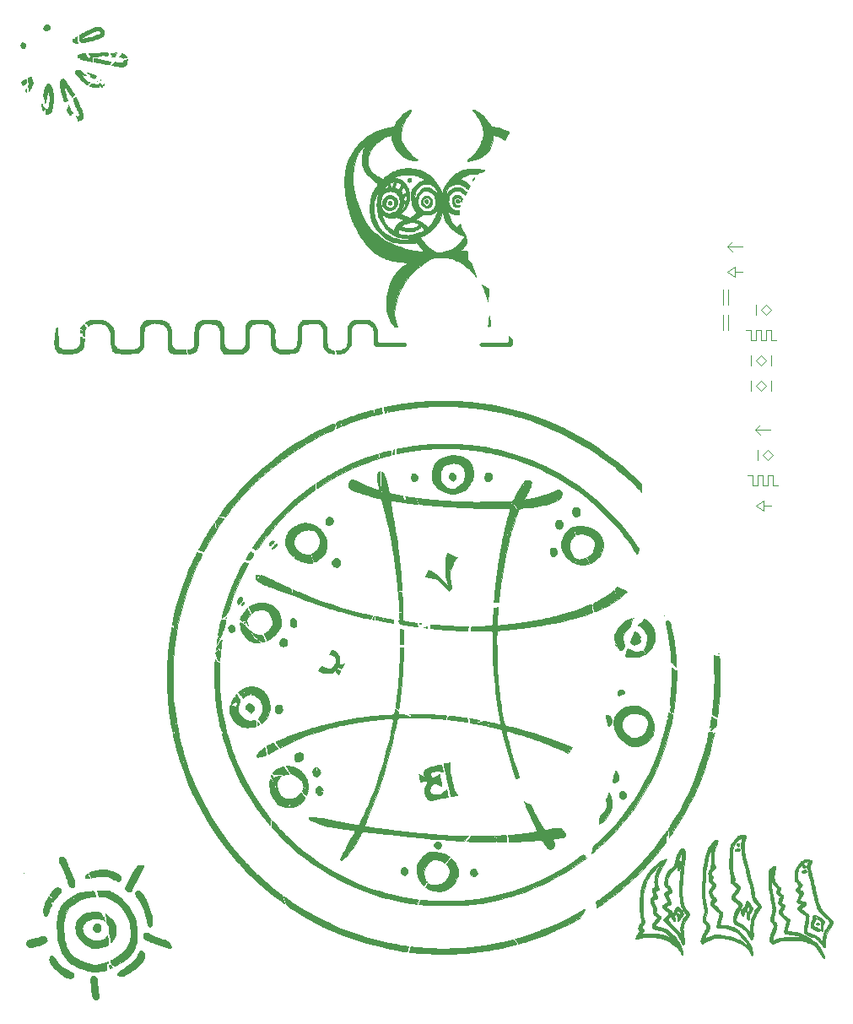
<source format=gbr>
%TF.GenerationSoftware,KiCad,Pcbnew,6.0.9-8da3e8f707~116~ubuntu22.04.1*%
%TF.CreationDate,2022-12-01T21:45:54+01:00*%
%TF.ProjectId,anesidoraMk1,616e6573-6964-46f7-9261-4d6b312e6b69,rev?*%
%TF.SameCoordinates,PX5ddd8a8PY82ce540*%
%TF.FileFunction,Legend,Bot*%
%TF.FilePolarity,Positive*%
%FSLAX46Y46*%
G04 Gerber Fmt 4.6, Leading zero omitted, Abs format (unit mm)*
G04 Created by KiCad (PCBNEW 6.0.9-8da3e8f707~116~ubuntu22.04.1) date 2022-12-01 21:45:54*
%MOMM*%
%LPD*%
G01*
G04 APERTURE LIST*
%ADD10C,0.120000*%
%ADD11C,0.010000*%
G04 APERTURE END LIST*
D10*
X76581000Y50165000D02*
X75819000Y50165000D01*
X75565000Y67818000D02*
X75057000Y67818000D01*
X76073000Y64770000D02*
X75565000Y65278000D01*
X76073000Y67818000D02*
X76073000Y66802000D01*
X72136000Y73660000D02*
X72898000Y73152000D01*
X76581000Y62738000D02*
X76581000Y61722000D01*
X75057000Y62230000D02*
X75565000Y61722000D01*
X76581000Y69850000D02*
X76073000Y70358000D01*
X74676000Y53213000D02*
X74168000Y53213000D01*
X75184000Y55753000D02*
X75184000Y54737000D01*
X76200000Y52197000D02*
X75692000Y52197000D01*
X75057000Y50165000D02*
X75819000Y49657000D01*
X75692000Y52197000D02*
X75692000Y53213000D01*
X72898000Y74168000D02*
X72136000Y73660000D01*
X75692000Y55245000D02*
X76200000Y54737000D01*
X76073000Y70358000D02*
X75565000Y69850000D01*
X75692000Y53213000D02*
X75184000Y53213000D01*
X74549000Y62738000D02*
X74549000Y61722000D01*
X75057000Y70358000D02*
X75057000Y69342000D01*
X76708000Y52197000D02*
X76708000Y53213000D01*
X74549000Y66802000D02*
X74549000Y67818000D01*
X75565000Y64262000D02*
X76073000Y64770000D01*
X76708000Y52197000D02*
X77216000Y52197000D01*
X75057000Y67818000D02*
X75057000Y66802000D01*
X72136000Y76200000D02*
X72644000Y76708000D01*
X73660000Y73660000D02*
X72898000Y73660000D01*
X73660000Y76200000D02*
X72136000Y76200000D01*
X75565000Y62738000D02*
X75057000Y62230000D01*
X74549000Y67818000D02*
X74041000Y67818000D01*
X72898000Y73152000D02*
X72898000Y73660000D01*
X75819000Y50673000D02*
X75057000Y50165000D01*
X72898000Y73660000D02*
X72898000Y74168000D01*
X76200000Y53213000D02*
X76200000Y52197000D01*
X75565000Y61722000D02*
X76073000Y62230000D01*
X76200000Y54737000D02*
X76708000Y55245000D01*
X76581000Y67818000D02*
X76073000Y67818000D01*
X75057000Y64770000D02*
X75565000Y64262000D01*
X76200000Y55753000D02*
X75692000Y55245000D01*
X76708000Y55245000D02*
X76200000Y55753000D01*
X76073000Y62230000D02*
X75565000Y62738000D01*
X75819000Y49657000D02*
X75819000Y50165000D01*
X76708000Y53213000D02*
X76200000Y53213000D01*
X75819000Y50165000D02*
X75819000Y50673000D01*
X76073000Y69342000D02*
X76581000Y69850000D01*
X75565000Y65278000D02*
X75057000Y64770000D01*
X76581000Y66802000D02*
X77089000Y66802000D01*
X75184000Y52197000D02*
X74676000Y52197000D01*
X76581000Y66802000D02*
X76581000Y67818000D01*
X75565000Y69850000D02*
X76073000Y69342000D01*
X74930000Y57785000D02*
X75438000Y58293000D01*
X75184000Y53213000D02*
X75184000Y52197000D01*
X74930000Y57785000D02*
X75438000Y57277000D01*
X76581000Y65278000D02*
X76581000Y64262000D01*
X74549000Y65278000D02*
X74549000Y64262000D01*
X75565000Y66802000D02*
X75565000Y67818000D01*
X74676000Y52197000D02*
X74676000Y53213000D01*
X75057000Y66802000D02*
X74549000Y66802000D01*
X72136000Y76200000D02*
X72644000Y75692000D01*
X76454000Y57785000D02*
X74930000Y57785000D01*
X76073000Y66802000D02*
X75565000Y66802000D01*
%TO.C,G\u002A\u002A\u002A*%
G36*
X81749927Y8687198D02*
G01*
X81828387Y8591295D01*
X81873814Y8503365D01*
X81882758Y8426450D01*
X81870626Y8377976D01*
X81845802Y8304811D01*
X81814185Y8225366D01*
X81798317Y8186815D01*
X81775587Y8119045D01*
X81760352Y8047157D01*
X81750255Y7958414D01*
X81742942Y7840078D01*
X81739855Y7783113D01*
X81731087Y7678006D01*
X81718649Y7607935D01*
X81700704Y7567798D01*
X81675414Y7552494D01*
X81640943Y7556921D01*
X81629854Y7561631D01*
X81588863Y7605624D01*
X81559077Y7684398D01*
X81541065Y7792901D01*
X81535397Y7926082D01*
X81542640Y8078889D01*
X81563363Y8246270D01*
X81601760Y8486468D01*
X81500980Y8575150D01*
X81455065Y8612108D01*
X81369949Y8670015D01*
X81290358Y8713638D01*
X81243440Y8735060D01*
X81194713Y8757727D01*
X81172705Y8768564D01*
X81176355Y8780607D01*
X81199040Y8807450D01*
X81310445Y8807450D01*
X81319438Y8792773D01*
X81352114Y8775700D01*
X81365820Y8779362D01*
X81381600Y8807450D01*
X81373882Y8825808D01*
X81339931Y8839200D01*
X81313887Y8833554D01*
X81310445Y8807450D01*
X81199040Y8807450D01*
X81201116Y8809907D01*
X81215771Y8830270D01*
X81227214Y8887699D01*
X81214795Y8952611D01*
X81183940Y9012566D01*
X81140075Y9055123D01*
X81088625Y9067843D01*
X81081833Y9066775D01*
X81035331Y9039567D01*
X81012224Y8988033D01*
X81014814Y8923401D01*
X81045401Y8856900D01*
X81073312Y8813779D01*
X81077406Y8789416D01*
X81058420Y8772942D01*
X81047509Y8760486D01*
X81021251Y8713847D01*
X80986819Y8641741D01*
X80947814Y8552955D01*
X80907832Y8456277D01*
X80870471Y8360497D01*
X80839330Y8274401D01*
X80818007Y8206780D01*
X80810100Y8166420D01*
X80818305Y8125047D01*
X80850047Y8079423D01*
X80909729Y8032103D01*
X81001610Y7979793D01*
X81129951Y7919203D01*
X81178355Y7897533D01*
X81266481Y7856310D01*
X81326765Y7823611D01*
X81367100Y7794096D01*
X81395377Y7762422D01*
X81419489Y7723249D01*
X81421543Y7719512D01*
X81449392Y7661730D01*
X81455689Y7622330D01*
X81443090Y7585849D01*
X81421632Y7551641D01*
X81394306Y7521899D01*
X81376889Y7512577D01*
X81353148Y7508960D01*
X81318777Y7514832D01*
X81266773Y7532142D01*
X81190133Y7562840D01*
X81081852Y7608875D01*
X81061819Y7617490D01*
X80904102Y7685976D01*
X80780710Y7742395D01*
X80687432Y7790682D01*
X80620057Y7834775D01*
X80574374Y7878610D01*
X80546172Y7926126D01*
X80531241Y7981257D01*
X80525371Y8047942D01*
X80524350Y8130116D01*
X80525543Y8198330D01*
X80534068Y8283623D01*
X80554553Y8363125D01*
X80591362Y8458200D01*
X80600442Y8480048D01*
X80684220Y8725967D01*
X80735070Y8970002D01*
X80735160Y8970651D01*
X80762222Y9077765D01*
X80808953Y9147684D01*
X80876173Y9180813D01*
X80964702Y9177558D01*
X81075360Y9138324D01*
X81174744Y9089716D01*
X81350842Y8992333D01*
X81507705Y8890759D01*
X81616522Y8807450D01*
X81641883Y8788033D01*
X81749927Y8687198D01*
G37*
D11*
X81749927Y8687198D02*
X81828387Y8591295D01*
X81873814Y8503365D01*
X81882758Y8426450D01*
X81870626Y8377976D01*
X81845802Y8304811D01*
X81814185Y8225366D01*
X81798317Y8186815D01*
X81775587Y8119045D01*
X81760352Y8047157D01*
X81750255Y7958414D01*
X81742942Y7840078D01*
X81739855Y7783113D01*
X81731087Y7678006D01*
X81718649Y7607935D01*
X81700704Y7567798D01*
X81675414Y7552494D01*
X81640943Y7556921D01*
X81629854Y7561631D01*
X81588863Y7605624D01*
X81559077Y7684398D01*
X81541065Y7792901D01*
X81535397Y7926082D01*
X81542640Y8078889D01*
X81563363Y8246270D01*
X81601760Y8486468D01*
X81500980Y8575150D01*
X81455065Y8612108D01*
X81369949Y8670015D01*
X81290358Y8713638D01*
X81243440Y8735060D01*
X81194713Y8757727D01*
X81172705Y8768564D01*
X81176355Y8780607D01*
X81199040Y8807450D01*
X81310445Y8807450D01*
X81319438Y8792773D01*
X81352114Y8775700D01*
X81365820Y8779362D01*
X81381600Y8807450D01*
X81373882Y8825808D01*
X81339931Y8839200D01*
X81313887Y8833554D01*
X81310445Y8807450D01*
X81199040Y8807450D01*
X81201116Y8809907D01*
X81215771Y8830270D01*
X81227214Y8887699D01*
X81214795Y8952611D01*
X81183940Y9012566D01*
X81140075Y9055123D01*
X81088625Y9067843D01*
X81081833Y9066775D01*
X81035331Y9039567D01*
X81012224Y8988033D01*
X81014814Y8923401D01*
X81045401Y8856900D01*
X81073312Y8813779D01*
X81077406Y8789416D01*
X81058420Y8772942D01*
X81047509Y8760486D01*
X81021251Y8713847D01*
X80986819Y8641741D01*
X80947814Y8552955D01*
X80907832Y8456277D01*
X80870471Y8360497D01*
X80839330Y8274401D01*
X80818007Y8206780D01*
X80810100Y8166420D01*
X80818305Y8125047D01*
X80850047Y8079423D01*
X80909729Y8032103D01*
X81001610Y7979793D01*
X81129951Y7919203D01*
X81178355Y7897533D01*
X81266481Y7856310D01*
X81326765Y7823611D01*
X81367100Y7794096D01*
X81395377Y7762422D01*
X81419489Y7723249D01*
X81421543Y7719512D01*
X81449392Y7661730D01*
X81455689Y7622330D01*
X81443090Y7585849D01*
X81421632Y7551641D01*
X81394306Y7521899D01*
X81376889Y7512577D01*
X81353148Y7508960D01*
X81318777Y7514832D01*
X81266773Y7532142D01*
X81190133Y7562840D01*
X81081852Y7608875D01*
X81061819Y7617490D01*
X80904102Y7685976D01*
X80780710Y7742395D01*
X80687432Y7790682D01*
X80620057Y7834775D01*
X80574374Y7878610D01*
X80546172Y7926126D01*
X80531241Y7981257D01*
X80525371Y8047942D01*
X80524350Y8130116D01*
X80525543Y8198330D01*
X80534068Y8283623D01*
X80554553Y8363125D01*
X80591362Y8458200D01*
X80600442Y8480048D01*
X80684220Y8725967D01*
X80735070Y8970002D01*
X80735160Y8970651D01*
X80762222Y9077765D01*
X80808953Y9147684D01*
X80876173Y9180813D01*
X80964702Y9177558D01*
X81075360Y9138324D01*
X81174744Y9089716D01*
X81350842Y8992333D01*
X81507705Y8890759D01*
X81616522Y8807450D01*
X81641883Y8788033D01*
X81749927Y8687198D01*
G36*
X8983434Y9449464D02*
G01*
X9214582Y9400814D01*
X9243899Y9391909D01*
X9299749Y9368683D01*
X9332996Y9337915D01*
X9357547Y9288699D01*
X9369516Y9253649D01*
X9389983Y9172517D01*
X9404567Y9088208D01*
X9416130Y9019352D01*
X9433601Y8974495D01*
X9459431Y8954929D01*
X9484464Y8950461D01*
X9522944Y8956962D01*
X9532915Y8961213D01*
X9559077Y8948207D01*
X9580053Y8895571D01*
X9596441Y8802048D01*
X9603282Y8762381D01*
X9624351Y8690444D01*
X9650242Y8639777D01*
X9677660Y8595574D01*
X9690100Y8555224D01*
X9689661Y8544894D01*
X9679430Y8532321D01*
X9647184Y8547979D01*
X9643269Y8550603D01*
X9602906Y8594622D01*
X9563154Y8661086D01*
X9532834Y8732899D01*
X9520766Y8792966D01*
X9520600Y8799686D01*
X9507354Y8830850D01*
X9465080Y8839200D01*
X9428997Y8835576D01*
X9416263Y8816023D01*
X9420966Y8767890D01*
X9432538Y8696581D01*
X9307348Y8735544D01*
X9268556Y8746344D01*
X9197127Y8760101D01*
X9109048Y8769487D01*
X8995772Y8775301D01*
X8848754Y8778339D01*
X8515350Y8782169D01*
X8213531Y8680161D01*
X8168767Y8664854D01*
X8060209Y8626274D01*
X7964997Y8590465D01*
X7892101Y8560868D01*
X7850492Y8540923D01*
X7832875Y8528899D01*
X7768711Y8471138D01*
X7695724Y8390001D01*
X7622312Y8296012D01*
X7556873Y8199692D01*
X7507806Y8111565D01*
X7476703Y8039278D01*
X7438194Y7898711D01*
X7434505Y7762164D01*
X7464592Y7617705D01*
X7500508Y7516210D01*
X7605767Y7309284D01*
X7748138Y7116611D01*
X7924878Y6941108D01*
X8133245Y6785697D01*
X8370495Y6653296D01*
X8557683Y6563783D01*
X8811683Y6564902D01*
X8833033Y6565035D01*
X8960667Y6568520D01*
X9066915Y6578111D01*
X9169948Y6596093D01*
X9287933Y6624748D01*
X9356633Y6643942D01*
X9450844Y6673579D01*
X9527957Y6701654D01*
X9575937Y6724020D01*
X9599778Y6740693D01*
X9664291Y6796501D01*
X9738201Y6870582D01*
X9810948Y6952023D01*
X9871972Y7029913D01*
X9916261Y7092069D01*
X9963496Y6965822D01*
X9967246Y6955771D01*
X10013272Y6824134D01*
X10043017Y6714897D01*
X10058810Y6613500D01*
X10062981Y6505380D01*
X10057860Y6375976D01*
X10043579Y6145836D01*
X9914464Y6085419D01*
X9856585Y6060122D01*
X9726644Y6014026D01*
X9572322Y5972444D01*
X9387635Y5933865D01*
X9166600Y5896782D01*
X9142573Y5893091D01*
X9030380Y5875309D01*
X8929214Y5858446D01*
X8849359Y5844254D01*
X8801100Y5834487D01*
X8788983Y5831645D01*
X8712142Y5818439D01*
X8639136Y5817627D01*
X8555505Y5830120D01*
X8446794Y5856831D01*
X8427980Y5862141D01*
X8286213Y5912637D01*
X8126232Y5984578D01*
X7959575Y6071974D01*
X7797775Y6168840D01*
X7652370Y6269186D01*
X7583594Y6323981D01*
X7481182Y6413105D01*
X7376539Y6510973D01*
X7284034Y6604507D01*
X7172973Y6729753D01*
X7025783Y6927992D01*
X6913492Y7129327D01*
X6832141Y7341322D01*
X6777769Y7571541D01*
X6776581Y7578426D01*
X6752162Y7836046D01*
X6768653Y8083586D01*
X6826179Y8321414D01*
X6924861Y8549898D01*
X7064822Y8769409D01*
X7246185Y8980314D01*
X7258589Y8992951D01*
X7346305Y9077828D01*
X7422781Y9140674D01*
X7501372Y9191417D01*
X7595435Y9239989D01*
X7692041Y9282927D01*
X7937870Y9367840D01*
X8199085Y9427860D01*
X8466524Y9462077D01*
X8731027Y9469582D01*
X8983434Y9449464D01*
G37*
X8983434Y9449464D02*
X9214582Y9400814D01*
X9243899Y9391909D01*
X9299749Y9368683D01*
X9332996Y9337915D01*
X9357547Y9288699D01*
X9369516Y9253649D01*
X9389983Y9172517D01*
X9404567Y9088208D01*
X9416130Y9019352D01*
X9433601Y8974495D01*
X9459431Y8954929D01*
X9484464Y8950461D01*
X9522944Y8956962D01*
X9532915Y8961213D01*
X9559077Y8948207D01*
X9580053Y8895571D01*
X9596441Y8802048D01*
X9603282Y8762381D01*
X9624351Y8690444D01*
X9650242Y8639777D01*
X9677660Y8595574D01*
X9690100Y8555224D01*
X9689661Y8544894D01*
X9679430Y8532321D01*
X9647184Y8547979D01*
X9643269Y8550603D01*
X9602906Y8594622D01*
X9563154Y8661086D01*
X9532834Y8732899D01*
X9520766Y8792966D01*
X9520600Y8799686D01*
X9507354Y8830850D01*
X9465080Y8839200D01*
X9428997Y8835576D01*
X9416263Y8816023D01*
X9420966Y8767890D01*
X9432538Y8696581D01*
X9307348Y8735544D01*
X9268556Y8746344D01*
X9197127Y8760101D01*
X9109048Y8769487D01*
X8995772Y8775301D01*
X8848754Y8778339D01*
X8515350Y8782169D01*
X8213531Y8680161D01*
X8168767Y8664854D01*
X8060209Y8626274D01*
X7964997Y8590465D01*
X7892101Y8560868D01*
X7850492Y8540923D01*
X7832875Y8528899D01*
X7768711Y8471138D01*
X7695724Y8390001D01*
X7622312Y8296012D01*
X7556873Y8199692D01*
X7507806Y8111565D01*
X7476703Y8039278D01*
X7438194Y7898711D01*
X7434505Y7762164D01*
X7464592Y7617705D01*
X7500508Y7516210D01*
X7605767Y7309284D01*
X7748138Y7116611D01*
X7924878Y6941108D01*
X8133245Y6785697D01*
X8370495Y6653296D01*
X8557683Y6563783D01*
X8811683Y6564902D01*
X8833033Y6565035D01*
X8960667Y6568520D01*
X9066915Y6578111D01*
X9169948Y6596093D01*
X9287933Y6624748D01*
X9356633Y6643942D01*
X9450844Y6673579D01*
X9527957Y6701654D01*
X9575937Y6724020D01*
X9599778Y6740693D01*
X9664291Y6796501D01*
X9738201Y6870582D01*
X9810948Y6952023D01*
X9871972Y7029913D01*
X9916261Y7092069D01*
X9963496Y6965822D01*
X9967246Y6955771D01*
X10013272Y6824134D01*
X10043017Y6714897D01*
X10058810Y6613500D01*
X10062981Y6505380D01*
X10057860Y6375976D01*
X10043579Y6145836D01*
X9914464Y6085419D01*
X9856585Y6060122D01*
X9726644Y6014026D01*
X9572322Y5972444D01*
X9387635Y5933865D01*
X9166600Y5896782D01*
X9142573Y5893091D01*
X9030380Y5875309D01*
X8929214Y5858446D01*
X8849359Y5844254D01*
X8801100Y5834487D01*
X8788983Y5831645D01*
X8712142Y5818439D01*
X8639136Y5817627D01*
X8555505Y5830120D01*
X8446794Y5856831D01*
X8427980Y5862141D01*
X8286213Y5912637D01*
X8126232Y5984578D01*
X7959575Y6071974D01*
X7797775Y6168840D01*
X7652370Y6269186D01*
X7583594Y6323981D01*
X7481182Y6413105D01*
X7376539Y6510973D01*
X7284034Y6604507D01*
X7172973Y6729753D01*
X7025783Y6927992D01*
X6913492Y7129327D01*
X6832141Y7341322D01*
X6777769Y7571541D01*
X6776581Y7578426D01*
X6752162Y7836046D01*
X6768653Y8083586D01*
X6826179Y8321414D01*
X6924861Y8549898D01*
X7064822Y8769409D01*
X7246185Y8980314D01*
X7258589Y8992951D01*
X7346305Y9077828D01*
X7422781Y9140674D01*
X7501372Y9191417D01*
X7595435Y9239989D01*
X7692041Y9282927D01*
X7937870Y9367840D01*
X8199085Y9427860D01*
X8466524Y9462077D01*
X8731027Y9469582D01*
X8983434Y9449464D01*
G36*
X42191974Y43741718D02*
G01*
X42235164Y43724827D01*
X42304956Y43691548D01*
X42394133Y43645793D01*
X42495478Y43591476D01*
X42601772Y43532511D01*
X42705800Y43472810D01*
X42800344Y43416288D01*
X42878187Y43366858D01*
X42890084Y43358922D01*
X43068369Y43232348D01*
X43240927Y43094270D01*
X43411322Y42940943D01*
X43583118Y42768622D01*
X43759879Y42573562D01*
X43945169Y42352018D01*
X44142552Y42100246D01*
X44355592Y41814501D01*
X44361223Y41806056D01*
X44365544Y41783086D01*
X44344590Y41758859D01*
X44292092Y41724487D01*
X44202350Y41670397D01*
X44055829Y41833590D01*
X43989776Y41905855D01*
X43886274Y42015457D01*
X43772968Y42132145D01*
X43655388Y42250488D01*
X43539063Y42365057D01*
X43429525Y42470420D01*
X43332304Y42561147D01*
X43252930Y42631809D01*
X43196933Y42676974D01*
X43112811Y42736048D01*
X43019675Y42795558D01*
X42929834Y42843846D01*
X42835734Y42883629D01*
X42729821Y42917627D01*
X42604542Y42948557D01*
X42452344Y42979137D01*
X42265672Y43012085D01*
X42169996Y43028610D01*
X42050670Y43050642D01*
X41965518Y43068842D01*
X41909793Y43084408D01*
X41878749Y43098534D01*
X41867637Y43112419D01*
X41868962Y43125004D01*
X41884702Y43171657D01*
X41914399Y43241983D01*
X41954139Y43328195D01*
X42000012Y43422507D01*
X42048105Y43517132D01*
X42094507Y43604284D01*
X42135305Y43676176D01*
X42166589Y43725021D01*
X42184445Y43743033D01*
X42191974Y43741718D01*
G37*
X42191974Y43741718D02*
X42235164Y43724827D01*
X42304956Y43691548D01*
X42394133Y43645793D01*
X42495478Y43591476D01*
X42601772Y43532511D01*
X42705800Y43472810D01*
X42800344Y43416288D01*
X42878187Y43366858D01*
X42890084Y43358922D01*
X43068369Y43232348D01*
X43240927Y43094270D01*
X43411322Y42940943D01*
X43583118Y42768622D01*
X43759879Y42573562D01*
X43945169Y42352018D01*
X44142552Y42100246D01*
X44355592Y41814501D01*
X44361223Y41806056D01*
X44365544Y41783086D01*
X44344590Y41758859D01*
X44292092Y41724487D01*
X44202350Y41670397D01*
X44055829Y41833590D01*
X43989776Y41905855D01*
X43886274Y42015457D01*
X43772968Y42132145D01*
X43655388Y42250488D01*
X43539063Y42365057D01*
X43429525Y42470420D01*
X43332304Y42561147D01*
X43252930Y42631809D01*
X43196933Y42676974D01*
X43112811Y42736048D01*
X43019675Y42795558D01*
X42929834Y42843846D01*
X42835734Y42883629D01*
X42729821Y42917627D01*
X42604542Y42948557D01*
X42452344Y42979137D01*
X42265672Y43012085D01*
X42169996Y43028610D01*
X42050670Y43050642D01*
X41965518Y43068842D01*
X41909793Y43084408D01*
X41878749Y43098534D01*
X41867637Y43112419D01*
X41868962Y43125004D01*
X41884702Y43171657D01*
X41914399Y43241983D01*
X41954139Y43328195D01*
X42000012Y43422507D01*
X42048105Y43517132D01*
X42094507Y43604284D01*
X42135305Y43676176D01*
X42166589Y43725021D01*
X42184445Y43743033D01*
X42191974Y43741718D01*
G36*
X23391554Y41020194D02*
G01*
X23464726Y40991345D01*
X23504436Y40963757D01*
X23523794Y40933111D01*
X23519708Y40890882D01*
X23515189Y40872842D01*
X23477597Y40756498D01*
X23428414Y40665147D01*
X23359703Y40583542D01*
X23319647Y40541563D01*
X23266991Y40481770D01*
X23231292Y40435622D01*
X23191523Y40390407D01*
X23136042Y40349096D01*
X23135003Y40348548D01*
X23092811Y40326652D01*
X23071645Y40316278D01*
X23068908Y40316093D01*
X23052448Y40337120D01*
X23034535Y40387043D01*
X23017964Y40454800D01*
X23005533Y40529330D01*
X23000036Y40599571D01*
X22999956Y40651722D01*
X23005736Y40713223D01*
X23022609Y40758142D01*
X23054872Y40802376D01*
X23063957Y40813748D01*
X23102383Y40875110D01*
X23124266Y40931574D01*
X23142773Y40978619D01*
X23174671Y41013285D01*
X23221128Y41028385D01*
X23304032Y41033019D01*
X23391554Y41020194D01*
G37*
X23391554Y41020194D02*
X23464726Y40991345D01*
X23504436Y40963757D01*
X23523794Y40933111D01*
X23519708Y40890882D01*
X23515189Y40872842D01*
X23477597Y40756498D01*
X23428414Y40665147D01*
X23359703Y40583542D01*
X23319647Y40541563D01*
X23266991Y40481770D01*
X23231292Y40435622D01*
X23191523Y40390407D01*
X23136042Y40349096D01*
X23135003Y40348548D01*
X23092811Y40326652D01*
X23071645Y40316278D01*
X23068908Y40316093D01*
X23052448Y40337120D01*
X23034535Y40387043D01*
X23017964Y40454800D01*
X23005533Y40529330D01*
X23000036Y40599571D01*
X22999956Y40651722D01*
X23005736Y40713223D01*
X23022609Y40758142D01*
X23054872Y40802376D01*
X23063957Y40813748D01*
X23102383Y40875110D01*
X23124266Y40931574D01*
X23142773Y40978619D01*
X23174671Y41013285D01*
X23221128Y41028385D01*
X23304032Y41033019D01*
X23391554Y41020194D01*
G36*
X61729669Y21560106D02*
G01*
X61828569Y21509962D01*
X61915895Y21428547D01*
X61985168Y21317815D01*
X61992439Y21301749D01*
X62028081Y21190127D01*
X62028893Y21090670D01*
X61995186Y20993315D01*
X61966245Y20942682D01*
X61902398Y20868887D01*
X61812969Y20810546D01*
X61800379Y20804731D01*
X61731597Y20785257D01*
X61656765Y20777330D01*
X61602142Y20782163D01*
X61503805Y20818480D01*
X61421862Y20884266D01*
X61358798Y20972243D01*
X61317095Y21075130D01*
X61299236Y21185651D01*
X61307706Y21296524D01*
X61344987Y21400471D01*
X61413563Y21490213D01*
X61428319Y21503367D01*
X61523064Y21558762D01*
X61625674Y21577024D01*
X61729669Y21560106D01*
G37*
X61729669Y21560106D02*
X61828569Y21509962D01*
X61915895Y21428547D01*
X61985168Y21317815D01*
X61992439Y21301749D01*
X62028081Y21190127D01*
X62028893Y21090670D01*
X61995186Y20993315D01*
X61966245Y20942682D01*
X61902398Y20868887D01*
X61812969Y20810546D01*
X61800379Y20804731D01*
X61731597Y20785257D01*
X61656765Y20777330D01*
X61602142Y20782163D01*
X61503805Y20818480D01*
X61421862Y20884266D01*
X61358798Y20972243D01*
X61317095Y21075130D01*
X61299236Y21185651D01*
X61307706Y21296524D01*
X61344987Y21400471D01*
X61413563Y21490213D01*
X61428319Y21503367D01*
X61523064Y21558762D01*
X61625674Y21577024D01*
X61729669Y21560106D01*
G36*
X57727208Y15222743D02*
G01*
X57767079Y15188748D01*
X57819421Y15137136D01*
X57876018Y15076460D01*
X57928652Y15015274D01*
X57969108Y14962132D01*
X58015808Y14893814D01*
X57685727Y14648600D01*
X56928894Y14110387D01*
X56115000Y13581358D01*
X55276782Y13085234D01*
X54416987Y12623413D01*
X53538360Y12197296D01*
X52643645Y11808282D01*
X51735588Y11457770D01*
X50816933Y11147159D01*
X50675004Y11103204D01*
X50296585Y10991769D01*
X49900254Y10882606D01*
X49493176Y10777364D01*
X49082516Y10677694D01*
X48675437Y10585245D01*
X48279106Y10501664D01*
X47900688Y10428603D01*
X47547346Y10367710D01*
X47226246Y10320634D01*
X47185715Y10315299D01*
X47046319Y10296607D01*
X46905793Y10277313D01*
X46778513Y10259406D01*
X46678850Y10244875D01*
X46651394Y10240981D01*
X46541366Y10228018D01*
X46407949Y10215186D01*
X46265535Y10203787D01*
X46128516Y10195121D01*
X46057291Y10191070D01*
X45946468Y10183608D01*
X45853653Y10175926D01*
X45786940Y10168725D01*
X45754424Y10162707D01*
X45744809Y10159777D01*
X45695450Y10150565D01*
X45620555Y10140441D01*
X45532174Y10131118D01*
X45489930Y10128742D01*
X45404745Y10126235D01*
X45284374Y10124021D01*
X45132656Y10122128D01*
X44953429Y10120581D01*
X44750532Y10119408D01*
X44527803Y10118635D01*
X44289082Y10118288D01*
X44038207Y10118394D01*
X43779016Y10118980D01*
X43557927Y10119750D01*
X43276977Y10120988D01*
X43033130Y10122453D01*
X42823311Y10124209D01*
X42644448Y10126322D01*
X42493467Y10128856D01*
X42367296Y10131876D01*
X42262861Y10135447D01*
X42177089Y10139634D01*
X42106906Y10144502D01*
X42049240Y10150116D01*
X42001016Y10156541D01*
X41900775Y10169836D01*
X41769766Y10183743D01*
X41629884Y10195888D01*
X41498308Y10204625D01*
X41464248Y10206565D01*
X41363268Y10213905D01*
X41281690Y10222222D01*
X41227144Y10230633D01*
X41207266Y10238256D01*
X41210732Y10251822D01*
X41225804Y10297811D01*
X41249425Y10365843D01*
X41277865Y10445593D01*
X41307393Y10526738D01*
X41334278Y10598955D01*
X41354790Y10651918D01*
X41365198Y10675304D01*
X41365716Y10675482D01*
X41391969Y10674520D01*
X41453031Y10669797D01*
X41542437Y10661882D01*
X41653723Y10651345D01*
X41780426Y10638755D01*
X41790069Y10637785D01*
X41967101Y10622690D01*
X42174398Y10609341D01*
X42407426Y10597751D01*
X42661650Y10587932D01*
X42932536Y10579898D01*
X43215549Y10573662D01*
X43506155Y10569235D01*
X43799819Y10566631D01*
X44092006Y10565863D01*
X44378181Y10566943D01*
X44653811Y10569884D01*
X44914360Y10574700D01*
X45155293Y10581402D01*
X45372077Y10590003D01*
X45560176Y10600517D01*
X45715057Y10612956D01*
X45832183Y10627333D01*
X45853775Y10630605D01*
X45955247Y10643710D01*
X46081210Y10657463D01*
X46217703Y10670416D01*
X46350766Y10681121D01*
X46456888Y10689125D01*
X46605264Y10702051D01*
X46747268Y10717038D01*
X46890866Y10735205D01*
X47044023Y10757667D01*
X47214702Y10785542D01*
X47410868Y10819947D01*
X47640486Y10861999D01*
X47961609Y10922578D01*
X48379387Y11004839D01*
X48766102Y11085633D01*
X49128203Y11166589D01*
X49472138Y11249336D01*
X49804356Y11335500D01*
X50131304Y11426712D01*
X50459431Y11524598D01*
X50795186Y11630787D01*
X51145016Y11746908D01*
X51915580Y12022092D01*
X52751532Y12355090D01*
X53563918Y12716763D01*
X54357065Y13109378D01*
X55135297Y13535198D01*
X55902942Y13996489D01*
X56664324Y14495515D01*
X57423769Y15034543D01*
X57478481Y15074551D01*
X57565337Y15136767D01*
X57637106Y15186542D01*
X57687522Y15219567D01*
X57710315Y15231533D01*
X57727208Y15222743D01*
G37*
X57727208Y15222743D02*
X57767079Y15188748D01*
X57819421Y15137136D01*
X57876018Y15076460D01*
X57928652Y15015274D01*
X57969108Y14962132D01*
X58015808Y14893814D01*
X57685727Y14648600D01*
X56928894Y14110387D01*
X56115000Y13581358D01*
X55276782Y13085234D01*
X54416987Y12623413D01*
X53538360Y12197296D01*
X52643645Y11808282D01*
X51735588Y11457770D01*
X50816933Y11147159D01*
X50675004Y11103204D01*
X50296585Y10991769D01*
X49900254Y10882606D01*
X49493176Y10777364D01*
X49082516Y10677694D01*
X48675437Y10585245D01*
X48279106Y10501664D01*
X47900688Y10428603D01*
X47547346Y10367710D01*
X47226246Y10320634D01*
X47185715Y10315299D01*
X47046319Y10296607D01*
X46905793Y10277313D01*
X46778513Y10259406D01*
X46678850Y10244875D01*
X46651394Y10240981D01*
X46541366Y10228018D01*
X46407949Y10215186D01*
X46265535Y10203787D01*
X46128516Y10195121D01*
X46057291Y10191070D01*
X45946468Y10183608D01*
X45853653Y10175926D01*
X45786940Y10168725D01*
X45754424Y10162707D01*
X45744809Y10159777D01*
X45695450Y10150565D01*
X45620555Y10140441D01*
X45532174Y10131118D01*
X45489930Y10128742D01*
X45404745Y10126235D01*
X45284374Y10124021D01*
X45132656Y10122128D01*
X44953429Y10120581D01*
X44750532Y10119408D01*
X44527803Y10118635D01*
X44289082Y10118288D01*
X44038207Y10118394D01*
X43779016Y10118980D01*
X43557927Y10119750D01*
X43276977Y10120988D01*
X43033130Y10122453D01*
X42823311Y10124209D01*
X42644448Y10126322D01*
X42493467Y10128856D01*
X42367296Y10131876D01*
X42262861Y10135447D01*
X42177089Y10139634D01*
X42106906Y10144502D01*
X42049240Y10150116D01*
X42001016Y10156541D01*
X41900775Y10169836D01*
X41769766Y10183743D01*
X41629884Y10195888D01*
X41498308Y10204625D01*
X41464248Y10206565D01*
X41363268Y10213905D01*
X41281690Y10222222D01*
X41227144Y10230633D01*
X41207266Y10238256D01*
X41210732Y10251822D01*
X41225804Y10297811D01*
X41249425Y10365843D01*
X41277865Y10445593D01*
X41307393Y10526738D01*
X41334278Y10598955D01*
X41354790Y10651918D01*
X41365198Y10675304D01*
X41365716Y10675482D01*
X41391969Y10674520D01*
X41453031Y10669797D01*
X41542437Y10661882D01*
X41653723Y10651345D01*
X41780426Y10638755D01*
X41790069Y10637785D01*
X41967101Y10622690D01*
X42174398Y10609341D01*
X42407426Y10597751D01*
X42661650Y10587932D01*
X42932536Y10579898D01*
X43215549Y10573662D01*
X43506155Y10569235D01*
X43799819Y10566631D01*
X44092006Y10565863D01*
X44378181Y10566943D01*
X44653811Y10569884D01*
X44914360Y10574700D01*
X45155293Y10581402D01*
X45372077Y10590003D01*
X45560176Y10600517D01*
X45715057Y10612956D01*
X45832183Y10627333D01*
X45853775Y10630605D01*
X45955247Y10643710D01*
X46081210Y10657463D01*
X46217703Y10670416D01*
X46350766Y10681121D01*
X46456888Y10689125D01*
X46605264Y10702051D01*
X46747268Y10717038D01*
X46890866Y10735205D01*
X47044023Y10757667D01*
X47214702Y10785542D01*
X47410868Y10819947D01*
X47640486Y10861999D01*
X47961609Y10922578D01*
X48379387Y11004839D01*
X48766102Y11085633D01*
X49128203Y11166589D01*
X49472138Y11249336D01*
X49804356Y11335500D01*
X50131304Y11426712D01*
X50459431Y11524598D01*
X50795186Y11630787D01*
X51145016Y11746908D01*
X51915580Y12022092D01*
X52751532Y12355090D01*
X53563918Y12716763D01*
X54357065Y13109378D01*
X55135297Y13535198D01*
X55902942Y13996489D01*
X56664324Y14495515D01*
X57423769Y15034543D01*
X57478481Y15074551D01*
X57565337Y15136767D01*
X57637106Y15186542D01*
X57687522Y15219567D01*
X57710315Y15231533D01*
X57727208Y15222743D01*
G36*
X61381049Y41947769D02*
G01*
X61471293Y41914284D01*
X61606131Y41862491D01*
X61711080Y41818837D01*
X61792776Y41780052D01*
X61857858Y41742867D01*
X61912962Y41704012D01*
X61964727Y41660215D01*
X62061328Y41572756D01*
X61852089Y41372019D01*
X61777633Y41301875D01*
X61500328Y41061165D01*
X61197797Y40829390D01*
X60867192Y40604799D01*
X60505668Y40385638D01*
X60110379Y40170155D01*
X59678478Y39956597D01*
X59207120Y39743211D01*
X59116881Y39704313D01*
X59015169Y39661334D01*
X58931706Y39627041D01*
X58873321Y39604232D01*
X58846844Y39595702D01*
X58845646Y39595706D01*
X58821911Y39616233D01*
X58793860Y39669642D01*
X58763770Y39747509D01*
X58733921Y39841411D01*
X58706592Y39942923D01*
X58684062Y40043622D01*
X58668609Y40135084D01*
X58662512Y40208886D01*
X58668050Y40256603D01*
X58677144Y40295252D01*
X58677113Y40357438D01*
X58675749Y40376841D01*
X58683722Y40397423D01*
X58707302Y40419989D01*
X58752116Y40448650D01*
X58823790Y40487516D01*
X58927950Y40540698D01*
X59003394Y40579138D01*
X59302498Y40738615D01*
X59594142Y40905042D01*
X59871793Y41074331D01*
X60128917Y41242396D01*
X60358980Y41405152D01*
X60555448Y41558511D01*
X60610034Y41603587D01*
X60678276Y41658194D01*
X60723818Y41690560D01*
X60752535Y41704015D01*
X60770300Y41701890D01*
X60782990Y41687515D01*
X60796585Y41659400D01*
X60807600Y41610241D01*
X60808662Y41603612D01*
X60827293Y41564066D01*
X60864535Y41504925D01*
X60914364Y41434015D01*
X60970754Y41359158D01*
X61027682Y41288177D01*
X61079122Y41228897D01*
X61119050Y41189140D01*
X61141440Y41176730D01*
X61151226Y41180811D01*
X61164475Y41197594D01*
X61157119Y41227811D01*
X61126706Y41277580D01*
X61070785Y41353017D01*
X61002161Y41456613D01*
X60932197Y41621284D01*
X60932157Y41621419D01*
X60909603Y41697578D01*
X60890764Y41760186D01*
X60879715Y41795700D01*
X60887167Y41824317D01*
X60922968Y41874946D01*
X60983211Y41939843D01*
X61097249Y42052236D01*
X61381049Y41947769D01*
G37*
X61381049Y41947769D02*
X61471293Y41914284D01*
X61606131Y41862491D01*
X61711080Y41818837D01*
X61792776Y41780052D01*
X61857858Y41742867D01*
X61912962Y41704012D01*
X61964727Y41660215D01*
X62061328Y41572756D01*
X61852089Y41372019D01*
X61777633Y41301875D01*
X61500328Y41061165D01*
X61197797Y40829390D01*
X60867192Y40604799D01*
X60505668Y40385638D01*
X60110379Y40170155D01*
X59678478Y39956597D01*
X59207120Y39743211D01*
X59116881Y39704313D01*
X59015169Y39661334D01*
X58931706Y39627041D01*
X58873321Y39604232D01*
X58846844Y39595702D01*
X58845646Y39595706D01*
X58821911Y39616233D01*
X58793860Y39669642D01*
X58763770Y39747509D01*
X58733921Y39841411D01*
X58706592Y39942923D01*
X58684062Y40043622D01*
X58668609Y40135084D01*
X58662512Y40208886D01*
X58668050Y40256603D01*
X58677144Y40295252D01*
X58677113Y40357438D01*
X58675749Y40376841D01*
X58683722Y40397423D01*
X58707302Y40419989D01*
X58752116Y40448650D01*
X58823790Y40487516D01*
X58927950Y40540698D01*
X59003394Y40579138D01*
X59302498Y40738615D01*
X59594142Y40905042D01*
X59871793Y41074331D01*
X60128917Y41242396D01*
X60358980Y41405152D01*
X60555448Y41558511D01*
X60610034Y41603587D01*
X60678276Y41658194D01*
X60723818Y41690560D01*
X60752535Y41704015D01*
X60770300Y41701890D01*
X60782990Y41687515D01*
X60796585Y41659400D01*
X60807600Y41610241D01*
X60808662Y41603612D01*
X60827293Y41564066D01*
X60864535Y41504925D01*
X60914364Y41434015D01*
X60970754Y41359158D01*
X61027682Y41288177D01*
X61079122Y41228897D01*
X61119050Y41189140D01*
X61141440Y41176730D01*
X61151226Y41180811D01*
X61164475Y41197594D01*
X61157119Y41227811D01*
X61126706Y41277580D01*
X61070785Y41353017D01*
X61002161Y41456613D01*
X60932197Y41621284D01*
X60932157Y41621419D01*
X60909603Y41697578D01*
X60890764Y41760186D01*
X60879715Y41795700D01*
X60887167Y41824317D01*
X60922968Y41874946D01*
X60983211Y41939843D01*
X61097249Y42052236D01*
X61381049Y41947769D01*
G36*
X3652254Y6993753D02*
G01*
X3731809Y6955289D01*
X3786320Y6911329D01*
X3848543Y6822913D01*
X3883519Y6718600D01*
X3887868Y6610307D01*
X3858208Y6509948D01*
X3843534Y6488970D01*
X3783159Y6437826D01*
X3687685Y6380999D01*
X3561543Y6320155D01*
X3409164Y6256964D01*
X3234977Y6193094D01*
X3043414Y6130212D01*
X2838904Y6069988D01*
X2625878Y6014089D01*
X2408766Y5964183D01*
X2303462Y5947864D01*
X2193658Y5942639D01*
X2098921Y5949817D01*
X2032007Y5969227D01*
X2028680Y5971004D01*
X1958577Y6022232D01*
X1889741Y6093089D01*
X1839853Y6165517D01*
X1817937Y6239644D01*
X1815286Y6338372D01*
X1832239Y6441341D01*
X1866224Y6533593D01*
X1914664Y6600171D01*
X1961751Y6628166D01*
X2039349Y6659289D01*
X2135261Y6689493D01*
X2237651Y6715057D01*
X2334683Y6732258D01*
X2340789Y6733071D01*
X2461050Y6753887D01*
X2610700Y6786888D01*
X2780043Y6829636D01*
X2959381Y6879689D01*
X3139016Y6934609D01*
X3187653Y6949834D01*
X3339396Y6990956D01*
X3462866Y7011825D01*
X3564879Y7012678D01*
X3652254Y6993753D01*
G37*
X3652254Y6993753D02*
X3731809Y6955289D01*
X3786320Y6911329D01*
X3848543Y6822913D01*
X3883519Y6718600D01*
X3887868Y6610307D01*
X3858208Y6509948D01*
X3843534Y6488970D01*
X3783159Y6437826D01*
X3687685Y6380999D01*
X3561543Y6320155D01*
X3409164Y6256964D01*
X3234977Y6193094D01*
X3043414Y6130212D01*
X2838904Y6069988D01*
X2625878Y6014089D01*
X2408766Y5964183D01*
X2303462Y5947864D01*
X2193658Y5942639D01*
X2098921Y5949817D01*
X2032007Y5969227D01*
X2028680Y5971004D01*
X1958577Y6022232D01*
X1889741Y6093089D01*
X1839853Y6165517D01*
X1817937Y6239644D01*
X1815286Y6338372D01*
X1832239Y6441341D01*
X1866224Y6533593D01*
X1914664Y6600171D01*
X1961751Y6628166D01*
X2039349Y6659289D01*
X2135261Y6689493D01*
X2237651Y6715057D01*
X2334683Y6732258D01*
X2340789Y6733071D01*
X2461050Y6753887D01*
X2610700Y6786888D01*
X2780043Y6829636D01*
X2959381Y6879689D01*
X3139016Y6934609D01*
X3187653Y6949834D01*
X3339396Y6990956D01*
X3462866Y7011825D01*
X3564879Y7012678D01*
X3652254Y6993753D01*
G36*
X24828310Y28349234D02*
G01*
X24821770Y28104831D01*
X24658977Y28060954D01*
X24560973Y28037209D01*
X24447062Y28014083D01*
X24348016Y27998149D01*
X24286624Y27990899D01*
X24005785Y27974938D01*
X23749749Y27991315D01*
X23515462Y28040878D01*
X23299869Y28124477D01*
X23099916Y28242960D01*
X22912547Y28397178D01*
X22798970Y28508998D01*
X22786131Y28523240D01*
X23938572Y28523240D01*
X23938848Y28480191D01*
X23941194Y28466153D01*
X23951167Y28446394D01*
X23971097Y28463209D01*
X23980937Y28486650D01*
X23978871Y28520579D01*
X23965230Y28544109D01*
X23945290Y28541279D01*
X23938572Y28523240D01*
X22786131Y28523240D01*
X22680075Y28640886D01*
X22576532Y28776781D01*
X22476661Y28930988D01*
X22456809Y28964548D01*
X22375110Y29121233D01*
X22304634Y29286193D01*
X22248045Y29450874D01*
X22208004Y29606722D01*
X22187175Y29745182D01*
X22188220Y29857700D01*
X22197457Y29921071D01*
X22223422Y30049685D01*
X22253637Y30137496D01*
X22287894Y30183825D01*
X22298366Y30190647D01*
X22327617Y30199916D01*
X22364592Y30190694D01*
X22423122Y30160606D01*
X22448167Y30147284D01*
X22518951Y30121204D01*
X22578603Y30121845D01*
X22597463Y30125424D01*
X22635103Y30122503D01*
X22653391Y30094604D01*
X22658318Y30081572D01*
X22691600Y30032568D01*
X22735258Y30000337D01*
X22775646Y29995895D01*
X22786003Y30001050D01*
X22812889Y30028375D01*
X22841482Y30081239D01*
X22876304Y30167346D01*
X22876390Y30167576D01*
X22907454Y30220771D01*
X22947231Y30255872D01*
X22971537Y30271316D01*
X22967421Y30279601D01*
X22951795Y30293356D01*
X22953701Y30342083D01*
X22952716Y30409080D01*
X22929128Y30479938D01*
X22889957Y30538337D01*
X22842508Y30569346D01*
X22804691Y30571584D01*
X22753348Y30554029D01*
X22688599Y30511069D01*
X22603729Y30439038D01*
X22585483Y30423413D01*
X22528791Y30382181D01*
X22471526Y30348423D01*
X22425007Y30328324D01*
X22400556Y30328066D01*
X22399695Y30329757D01*
X22392171Y30358738D01*
X22381979Y30410052D01*
X22379896Y30423919D01*
X22379634Y30460311D01*
X22388926Y30503360D01*
X22410449Y30560692D01*
X22446882Y30639936D01*
X22500905Y30748718D01*
X22524512Y30795392D01*
X22570996Y30885769D01*
X22604944Y30946576D01*
X22630968Y30983673D01*
X22653682Y31002918D01*
X22677696Y31010168D01*
X22707625Y31011283D01*
X22781683Y31011283D01*
X22782536Y31112196D01*
X22785449Y31164450D01*
X22802213Y31221353D01*
X22840310Y31270031D01*
X22897231Y31326952D01*
X22961942Y31264956D01*
X22962591Y31264331D01*
X23018535Y31187863D01*
X23059768Y31085955D01*
X23083026Y31020386D01*
X23125461Y30927521D01*
X23173362Y30841950D01*
X23196044Y30805231D01*
X23246437Y30709672D01*
X23269208Y30633363D01*
X23265941Y30568089D01*
X23238221Y30505636D01*
X23230688Y30494218D01*
X23188819Y30447252D01*
X23148380Y30422094D01*
X23142476Y30420475D01*
X23116510Y30405539D01*
X23127217Y30380761D01*
X23134917Y30364764D01*
X23134484Y30328254D01*
X23119457Y30268556D01*
X23088364Y30177997D01*
X23065005Y30109752D01*
X23032366Y29975346D01*
X23026530Y29853303D01*
X23047679Y29729397D01*
X23096000Y29589402D01*
X23097714Y29585183D01*
X23174808Y29413019D01*
X23256618Y29269042D01*
X23351947Y29139626D01*
X23469600Y29011144D01*
X23566908Y28921243D01*
X23754648Y28788129D01*
X23954685Y28695424D01*
X24166332Y28643337D01*
X24388907Y28632076D01*
X24621723Y28661847D01*
X24628583Y28663294D01*
X24699784Y28677521D01*
X24751025Y28686356D01*
X24771617Y28687938D01*
X24781056Y28673736D01*
X24804827Y28638294D01*
X24805264Y28637636D01*
X24818968Y28604026D01*
X24826995Y28549466D01*
X24829218Y28486650D01*
X24829917Y28466891D01*
X24828310Y28349234D01*
G37*
X24828310Y28349234D02*
X24821770Y28104831D01*
X24658977Y28060954D01*
X24560973Y28037209D01*
X24447062Y28014083D01*
X24348016Y27998149D01*
X24286624Y27990899D01*
X24005785Y27974938D01*
X23749749Y27991315D01*
X23515462Y28040878D01*
X23299869Y28124477D01*
X23099916Y28242960D01*
X22912547Y28397178D01*
X22798970Y28508998D01*
X22786131Y28523240D01*
X23938572Y28523240D01*
X23938848Y28480191D01*
X23941194Y28466153D01*
X23951167Y28446394D01*
X23971097Y28463209D01*
X23980937Y28486650D01*
X23978871Y28520579D01*
X23965230Y28544109D01*
X23945290Y28541279D01*
X23938572Y28523240D01*
X22786131Y28523240D01*
X22680075Y28640886D01*
X22576532Y28776781D01*
X22476661Y28930988D01*
X22456809Y28964548D01*
X22375110Y29121233D01*
X22304634Y29286193D01*
X22248045Y29450874D01*
X22208004Y29606722D01*
X22187175Y29745182D01*
X22188220Y29857700D01*
X22197457Y29921071D01*
X22223422Y30049685D01*
X22253637Y30137496D01*
X22287894Y30183825D01*
X22298366Y30190647D01*
X22327617Y30199916D01*
X22364592Y30190694D01*
X22423122Y30160606D01*
X22448167Y30147284D01*
X22518951Y30121204D01*
X22578603Y30121845D01*
X22597463Y30125424D01*
X22635103Y30122503D01*
X22653391Y30094604D01*
X22658318Y30081572D01*
X22691600Y30032568D01*
X22735258Y30000337D01*
X22775646Y29995895D01*
X22786003Y30001050D01*
X22812889Y30028375D01*
X22841482Y30081239D01*
X22876304Y30167346D01*
X22876390Y30167576D01*
X22907454Y30220771D01*
X22947231Y30255872D01*
X22971537Y30271316D01*
X22967421Y30279601D01*
X22951795Y30293356D01*
X22953701Y30342083D01*
X22952716Y30409080D01*
X22929128Y30479938D01*
X22889957Y30538337D01*
X22842508Y30569346D01*
X22804691Y30571584D01*
X22753348Y30554029D01*
X22688599Y30511069D01*
X22603729Y30439038D01*
X22585483Y30423413D01*
X22528791Y30382181D01*
X22471526Y30348423D01*
X22425007Y30328324D01*
X22400556Y30328066D01*
X22399695Y30329757D01*
X22392171Y30358738D01*
X22381979Y30410052D01*
X22379896Y30423919D01*
X22379634Y30460311D01*
X22388926Y30503360D01*
X22410449Y30560692D01*
X22446882Y30639936D01*
X22500905Y30748718D01*
X22524512Y30795392D01*
X22570996Y30885769D01*
X22604944Y30946576D01*
X22630968Y30983673D01*
X22653682Y31002918D01*
X22677696Y31010168D01*
X22707625Y31011283D01*
X22781683Y31011283D01*
X22782536Y31112196D01*
X22785449Y31164450D01*
X22802213Y31221353D01*
X22840310Y31270031D01*
X22897231Y31326952D01*
X22961942Y31264956D01*
X22962591Y31264331D01*
X23018535Y31187863D01*
X23059768Y31085955D01*
X23083026Y31020386D01*
X23125461Y30927521D01*
X23173362Y30841950D01*
X23196044Y30805231D01*
X23246437Y30709672D01*
X23269208Y30633363D01*
X23265941Y30568089D01*
X23238221Y30505636D01*
X23230688Y30494218D01*
X23188819Y30447252D01*
X23148380Y30422094D01*
X23142476Y30420475D01*
X23116510Y30405539D01*
X23127217Y30380761D01*
X23134917Y30364764D01*
X23134484Y30328254D01*
X23119457Y30268556D01*
X23088364Y30177997D01*
X23065005Y30109752D01*
X23032366Y29975346D01*
X23026530Y29853303D01*
X23047679Y29729397D01*
X23096000Y29589402D01*
X23097714Y29585183D01*
X23174808Y29413019D01*
X23256618Y29269042D01*
X23351947Y29139626D01*
X23469600Y29011144D01*
X23566908Y28921243D01*
X23754648Y28788129D01*
X23954685Y28695424D01*
X24166332Y28643337D01*
X24388907Y28632076D01*
X24621723Y28661847D01*
X24628583Y28663294D01*
X24699784Y28677521D01*
X24751025Y28686356D01*
X24771617Y28687938D01*
X24781056Y28673736D01*
X24804827Y28638294D01*
X24805264Y28637636D01*
X24818968Y28604026D01*
X24826995Y28549466D01*
X24829218Y28486650D01*
X24829917Y28466891D01*
X24828310Y28349234D01*
G36*
X65808653Y39198458D02*
G01*
X65824100Y39168535D01*
X65822469Y39161417D01*
X65802933Y39160450D01*
X65797213Y39164775D01*
X65781766Y39194698D01*
X65783397Y39201816D01*
X65802933Y39202783D01*
X65808653Y39198458D01*
G37*
X65808653Y39198458D02*
X65824100Y39168535D01*
X65822469Y39161417D01*
X65802933Y39160450D01*
X65797213Y39164775D01*
X65781766Y39194698D01*
X65783397Y39201816D01*
X65802933Y39202783D01*
X65808653Y39198458D01*
G36*
X55294918Y48796219D02*
G01*
X55394686Y48779423D01*
X55470057Y48742640D01*
X55531445Y48678605D01*
X55589262Y48580058D01*
X55624544Y48499847D01*
X55659956Y48354217D01*
X55654221Y48215570D01*
X55607400Y48082222D01*
X55584675Y48042333D01*
X55530253Y47968593D01*
X55475761Y47918180D01*
X55403585Y47886783D01*
X55303810Y47870704D01*
X55201503Y47875331D01*
X55115237Y47901523D01*
X55110250Y47904152D01*
X55014188Y47978404D01*
X54942386Y48080039D01*
X54896962Y48200682D01*
X54880038Y48331960D01*
X54893734Y48465499D01*
X54940170Y48592924D01*
X55004393Y48694010D01*
X55077426Y48759814D01*
X55165873Y48792706D01*
X55277580Y48797440D01*
X55294918Y48796219D01*
G37*
X55294918Y48796219D02*
X55394686Y48779423D01*
X55470057Y48742640D01*
X55531445Y48678605D01*
X55589262Y48580058D01*
X55624544Y48499847D01*
X55659956Y48354217D01*
X55654221Y48215570D01*
X55607400Y48082222D01*
X55584675Y48042333D01*
X55530253Y47968593D01*
X55475761Y47918180D01*
X55403585Y47886783D01*
X55303810Y47870704D01*
X55201503Y47875331D01*
X55115237Y47901523D01*
X55110250Y47904152D01*
X55014188Y47978404D01*
X54942386Y48080039D01*
X54896962Y48200682D01*
X54880038Y48331960D01*
X54893734Y48465499D01*
X54940170Y48592924D01*
X55004393Y48694010D01*
X55077426Y48759814D01*
X55165873Y48792706D01*
X55277580Y48797440D01*
X55294918Y48796219D01*
G36*
X50411624Y67041478D02*
G01*
X50588397Y66890822D01*
X50580859Y66656969D01*
X50579796Y66626478D01*
X50574032Y66521908D01*
X50564945Y66447483D01*
X50550918Y66393383D01*
X50530336Y66349782D01*
X50479922Y66285308D01*
X50381886Y66219054D01*
X50251164Y66179645D01*
X50226542Y66175940D01*
X50141024Y66169751D01*
X50065516Y66172471D01*
X50033026Y66174479D01*
X49960980Y66176960D01*
X49854316Y66179711D01*
X49717027Y66182656D01*
X49553102Y66185721D01*
X49366531Y66188832D01*
X49161305Y66191915D01*
X48941415Y66194896D01*
X48710850Y66197699D01*
X48488325Y66200510D01*
X48271203Y66203776D01*
X48069835Y66207330D01*
X47888017Y66211078D01*
X47729547Y66214929D01*
X47598221Y66218791D01*
X47497836Y66222569D01*
X47432190Y66226173D01*
X47405078Y66229509D01*
X47371801Y66255110D01*
X47334524Y66299839D01*
X47321402Y66326353D01*
X47317283Y66392239D01*
X47346898Y66452877D01*
X47405624Y66495544D01*
X47421186Y66501778D01*
X47456934Y66514517D01*
X47495856Y66525298D01*
X47541512Y66534284D01*
X47597462Y66541639D01*
X47667265Y66547526D01*
X47754483Y66552106D01*
X47862674Y66555543D01*
X47995399Y66558000D01*
X48156217Y66559639D01*
X48348689Y66560624D01*
X48576374Y66561117D01*
X48842832Y66561281D01*
X49022685Y66561514D01*
X49241535Y66562357D01*
X49444935Y66563759D01*
X49629044Y66565661D01*
X49790023Y66568006D01*
X49924030Y66570736D01*
X50027226Y66573791D01*
X50095769Y66577116D01*
X50125820Y66580651D01*
X50155242Y66595122D01*
X50179266Y66619212D01*
X50196184Y66658398D01*
X50207866Y66719490D01*
X50216180Y66809296D01*
X50222997Y66934625D01*
X50234850Y67192134D01*
X50411624Y67041478D01*
G37*
X50411624Y67041478D02*
X50588397Y66890822D01*
X50580859Y66656969D01*
X50579796Y66626478D01*
X50574032Y66521908D01*
X50564945Y66447483D01*
X50550918Y66393383D01*
X50530336Y66349782D01*
X50479922Y66285308D01*
X50381886Y66219054D01*
X50251164Y66179645D01*
X50226542Y66175940D01*
X50141024Y66169751D01*
X50065516Y66172471D01*
X50033026Y66174479D01*
X49960980Y66176960D01*
X49854316Y66179711D01*
X49717027Y66182656D01*
X49553102Y66185721D01*
X49366531Y66188832D01*
X49161305Y66191915D01*
X48941415Y66194896D01*
X48710850Y66197699D01*
X48488325Y66200510D01*
X48271203Y66203776D01*
X48069835Y66207330D01*
X47888017Y66211078D01*
X47729547Y66214929D01*
X47598221Y66218791D01*
X47497836Y66222569D01*
X47432190Y66226173D01*
X47405078Y66229509D01*
X47371801Y66255110D01*
X47334524Y66299839D01*
X47321402Y66326353D01*
X47317283Y66392239D01*
X47346898Y66452877D01*
X47405624Y66495544D01*
X47421186Y66501778D01*
X47456934Y66514517D01*
X47495856Y66525298D01*
X47541512Y66534284D01*
X47597462Y66541639D01*
X47667265Y66547526D01*
X47754483Y66552106D01*
X47862674Y66555543D01*
X47995399Y66558000D01*
X48156217Y66559639D01*
X48348689Y66560624D01*
X48576374Y66561117D01*
X48842832Y66561281D01*
X49022685Y66561514D01*
X49241535Y66562357D01*
X49444935Y66563759D01*
X49629044Y66565661D01*
X49790023Y66568006D01*
X49924030Y66570736D01*
X50027226Y66573791D01*
X50095769Y66577116D01*
X50125820Y66580651D01*
X50155242Y66595122D01*
X50179266Y66619212D01*
X50196184Y66658398D01*
X50207866Y66719490D01*
X50216180Y66809296D01*
X50222997Y66934625D01*
X50234850Y67192134D01*
X50411624Y67041478D01*
G36*
X9228154Y92515994D02*
G01*
X9230939Y92508967D01*
X9254832Y92459367D01*
X9279674Y92440124D01*
X9316745Y92441791D01*
X9334633Y92444398D01*
X9363563Y92438865D01*
X9387218Y92410890D01*
X9415183Y92351701D01*
X9431051Y92313424D01*
X9448253Y92267168D01*
X9452507Y92247740D01*
X9427364Y92235849D01*
X9383520Y92217389D01*
X9341062Y92200759D01*
X9318687Y92193533D01*
X9312546Y92205289D01*
X9309100Y92243858D01*
X9304260Y92278874D01*
X9272001Y92321214D01*
X9204368Y92348340D01*
X9203404Y92348575D01*
X9144695Y92347757D01*
X9109290Y92311685D01*
X9097433Y92240606D01*
X9097433Y92165862D01*
X8806391Y92178875D01*
X8802445Y92179053D01*
X8602933Y92193207D01*
X8439398Y92216396D01*
X8306337Y92249664D01*
X8198249Y92294050D01*
X8126439Y92331116D01*
X8405759Y92566956D01*
X8545221Y92526535D01*
X8587742Y92515600D01*
X8729341Y92492627D01*
X8891261Y92482698D01*
X8926848Y92482134D01*
X9010189Y92481804D01*
X9064108Y92485248D01*
X9098305Y92494646D01*
X9122484Y92512178D01*
X9146346Y92540025D01*
X9194855Y92600766D01*
X9228154Y92515994D01*
G37*
X9228154Y92515994D02*
X9230939Y92508967D01*
X9254832Y92459367D01*
X9279674Y92440124D01*
X9316745Y92441791D01*
X9334633Y92444398D01*
X9363563Y92438865D01*
X9387218Y92410890D01*
X9415183Y92351701D01*
X9431051Y92313424D01*
X9448253Y92267168D01*
X9452507Y92247740D01*
X9427364Y92235849D01*
X9383520Y92217389D01*
X9341062Y92200759D01*
X9318687Y92193533D01*
X9312546Y92205289D01*
X9309100Y92243858D01*
X9304260Y92278874D01*
X9272001Y92321214D01*
X9204368Y92348340D01*
X9203404Y92348575D01*
X9144695Y92347757D01*
X9109290Y92311685D01*
X9097433Y92240606D01*
X9097433Y92165862D01*
X8806391Y92178875D01*
X8802445Y92179053D01*
X8602933Y92193207D01*
X8439398Y92216396D01*
X8306337Y92249664D01*
X8198249Y92294050D01*
X8126439Y92331116D01*
X8405759Y92566956D01*
X8545221Y92526535D01*
X8587742Y92515600D01*
X8729341Y92492627D01*
X8891261Y92482698D01*
X8926848Y92482134D01*
X9010189Y92481804D01*
X9064108Y92485248D01*
X9098305Y92494646D01*
X9122484Y92512178D01*
X9146346Y92540025D01*
X9194855Y92600766D01*
X9228154Y92515994D01*
G36*
X46469529Y13724652D02*
G01*
X46472780Y13688334D01*
X46475394Y13620378D01*
X46477134Y13528194D01*
X46477766Y13419191D01*
X46477592Y13341375D01*
X46476293Y13243452D01*
X46473246Y13179192D01*
X46467886Y13143197D01*
X46459648Y13130071D01*
X46447966Y13134415D01*
X46417344Y13167916D01*
X46376662Y13250652D01*
X46353970Y13352764D01*
X46350329Y13461686D01*
X46366801Y13564854D01*
X46404446Y13649703D01*
X46420550Y13672769D01*
X46451287Y13712843D01*
X46467946Y13728700D01*
X46469529Y13724652D01*
G37*
X46469529Y13724652D02*
X46472780Y13688334D01*
X46475394Y13620378D01*
X46477134Y13528194D01*
X46477766Y13419191D01*
X46477592Y13341375D01*
X46476293Y13243452D01*
X46473246Y13179192D01*
X46467886Y13143197D01*
X46459648Y13130071D01*
X46447966Y13134415D01*
X46417344Y13167916D01*
X46376662Y13250652D01*
X46353970Y13352764D01*
X46350329Y13461686D01*
X46366801Y13564854D01*
X46404446Y13649703D01*
X46420550Y13672769D01*
X46451287Y13712843D01*
X46467946Y13728700D01*
X46469529Y13724652D01*
G36*
X48248226Y53526757D02*
G01*
X48349255Y53491423D01*
X48436101Y53428149D01*
X48498976Y53339564D01*
X48513957Y53304322D01*
X48543508Y53177018D01*
X48540962Y53046982D01*
X48509145Y52922426D01*
X48450887Y52811564D01*
X48369012Y52722610D01*
X48266350Y52663777D01*
X48202663Y52648631D01*
X48105212Y52643438D01*
X48008687Y52653636D01*
X47932657Y52678369D01*
X47932183Y52678629D01*
X47902926Y52708724D01*
X47865526Y52765555D01*
X47827958Y52837040D01*
X47809937Y52876760D01*
X47782398Y52950979D01*
X47771481Y53015002D01*
X47773240Y53086848D01*
X47785947Y53156857D01*
X47833185Y53274787D01*
X47906104Y53385493D01*
X47996383Y53474517D01*
X48042764Y53503095D01*
X48142799Y53531524D01*
X48248226Y53526757D01*
G37*
X48248226Y53526757D02*
X48349255Y53491423D01*
X48436101Y53428149D01*
X48498976Y53339564D01*
X48513957Y53304322D01*
X48543508Y53177018D01*
X48540962Y53046982D01*
X48509145Y52922426D01*
X48450887Y52811564D01*
X48369012Y52722610D01*
X48266350Y52663777D01*
X48202663Y52648631D01*
X48105212Y52643438D01*
X48008687Y52653636D01*
X47932657Y52678369D01*
X47932183Y52678629D01*
X47902926Y52708724D01*
X47865526Y52765555D01*
X47827958Y52837040D01*
X47809937Y52876760D01*
X47782398Y52950979D01*
X47771481Y53015002D01*
X47773240Y53086848D01*
X47785947Y53156857D01*
X47833185Y53274787D01*
X47906104Y53385493D01*
X47996383Y53474517D01*
X48042764Y53503095D01*
X48142799Y53531524D01*
X48248226Y53526757D01*
G36*
X24220194Y30361608D02*
G01*
X24342680Y30347817D01*
X24458233Y30311806D01*
X24542972Y30251341D01*
X24599917Y30163045D01*
X24632090Y30043541D01*
X24642511Y29889450D01*
X24642532Y29867789D01*
X24640383Y29776020D01*
X24632665Y29710484D01*
X24616937Y29657739D01*
X24590759Y29604340D01*
X24533714Y29526512D01*
X24453790Y29461813D01*
X24427725Y29447132D01*
X24384351Y29423166D01*
X24365617Y29413548D01*
X24356836Y29419875D01*
X24320247Y29451552D01*
X24258493Y29507144D01*
X24174945Y29583607D01*
X24072971Y29677897D01*
X24063224Y29686838D01*
X23991092Y29747647D01*
X23920902Y29799068D01*
X23866596Y29830773D01*
X23857264Y29834939D01*
X23810626Y29861315D01*
X23791067Y29894024D01*
X23787100Y29950340D01*
X23787748Y29969704D01*
X23813636Y30081775D01*
X23873131Y30193238D01*
X23960504Y30292776D01*
X24046769Y30370711D01*
X24220194Y30361608D01*
G37*
X24220194Y30361608D02*
X24342680Y30347817D01*
X24458233Y30311806D01*
X24542972Y30251341D01*
X24599917Y30163045D01*
X24632090Y30043541D01*
X24642511Y29889450D01*
X24642532Y29867789D01*
X24640383Y29776020D01*
X24632665Y29710484D01*
X24616937Y29657739D01*
X24590759Y29604340D01*
X24533714Y29526512D01*
X24453790Y29461813D01*
X24427725Y29447132D01*
X24384351Y29423166D01*
X24365617Y29413548D01*
X24356836Y29419875D01*
X24320247Y29451552D01*
X24258493Y29507144D01*
X24174945Y29583607D01*
X24072971Y29677897D01*
X24063224Y29686838D01*
X23991092Y29747647D01*
X23920902Y29799068D01*
X23866596Y29830773D01*
X23857264Y29834939D01*
X23810626Y29861315D01*
X23791067Y29894024D01*
X23787100Y29950340D01*
X23787748Y29969704D01*
X23813636Y30081775D01*
X23873131Y30193238D01*
X23960504Y30292776D01*
X24046769Y30370711D01*
X24220194Y30361608D01*
G36*
X42432904Y38286483D02*
G01*
X42525713Y38280570D01*
X42643638Y38272002D01*
X42781058Y38261165D01*
X42932350Y38248444D01*
X43021859Y38240875D01*
X43214634Y38225530D01*
X43416474Y38210544D01*
X43614574Y38196818D01*
X43796134Y38185257D01*
X43948350Y38176763D01*
X44084384Y38169813D01*
X44260788Y38160459D01*
X44439009Y38150693D01*
X44604347Y38141325D01*
X44742100Y38133161D01*
X44782740Y38130742D01*
X44921630Y38123149D01*
X45086600Y38114882D01*
X45265662Y38106508D01*
X45446828Y38098595D01*
X45618109Y38091711D01*
X45733127Y38087122D01*
X45867064Y38081201D01*
X45981917Y38075474D01*
X46071881Y38070256D01*
X46131148Y38065862D01*
X46153913Y38062608D01*
X46154488Y38055675D01*
X46147152Y38016289D01*
X46130414Y37950821D01*
X46106596Y37868781D01*
X46050234Y37683999D01*
X45454375Y37695139D01*
X45355048Y37697316D01*
X45171087Y37702972D01*
X44996995Y37710329D01*
X44840890Y37718967D01*
X44710886Y37728469D01*
X44615100Y37738416D01*
X44516439Y37749109D01*
X44386254Y37759732D01*
X44236879Y37769437D01*
X44079935Y37777468D01*
X43927043Y37783071D01*
X43919340Y37783292D01*
X43770294Y37788963D01*
X43621631Y37796986D01*
X43483838Y37806631D01*
X43367402Y37817170D01*
X43282809Y37827872D01*
X43274152Y37829246D01*
X43171807Y37843087D01*
X43044212Y37857200D01*
X42906787Y37870004D01*
X42774949Y37879920D01*
X42736648Y37882447D01*
X42622788Y37890785D01*
X42521856Y37899337D01*
X42443631Y37907229D01*
X42397891Y37913589D01*
X42329100Y37927491D01*
X42329100Y38103513D01*
X42329307Y38131946D01*
X42332168Y38208998D01*
X42337692Y38264764D01*
X42344975Y38288725D01*
X42345130Y38288801D01*
X42370836Y38289356D01*
X42432904Y38286483D01*
G37*
X42432904Y38286483D02*
X42525713Y38280570D01*
X42643638Y38272002D01*
X42781058Y38261165D01*
X42932350Y38248444D01*
X43021859Y38240875D01*
X43214634Y38225530D01*
X43416474Y38210544D01*
X43614574Y38196818D01*
X43796134Y38185257D01*
X43948350Y38176763D01*
X44084384Y38169813D01*
X44260788Y38160459D01*
X44439009Y38150693D01*
X44604347Y38141325D01*
X44742100Y38133161D01*
X44782740Y38130742D01*
X44921630Y38123149D01*
X45086600Y38114882D01*
X45265662Y38106508D01*
X45446828Y38098595D01*
X45618109Y38091711D01*
X45733127Y38087122D01*
X45867064Y38081201D01*
X45981917Y38075474D01*
X46071881Y38070256D01*
X46131148Y38065862D01*
X46153913Y38062608D01*
X46154488Y38055675D01*
X46147152Y38016289D01*
X46130414Y37950821D01*
X46106596Y37868781D01*
X46050234Y37683999D01*
X45454375Y37695139D01*
X45355048Y37697316D01*
X45171087Y37702972D01*
X44996995Y37710329D01*
X44840890Y37718967D01*
X44710886Y37728469D01*
X44615100Y37738416D01*
X44516439Y37749109D01*
X44386254Y37759732D01*
X44236879Y37769437D01*
X44079935Y37777468D01*
X43927043Y37783071D01*
X43919340Y37783292D01*
X43770294Y37788963D01*
X43621631Y37796986D01*
X43483838Y37806631D01*
X43367402Y37817170D01*
X43282809Y37827872D01*
X43274152Y37829246D01*
X43171807Y37843087D01*
X43044212Y37857200D01*
X42906787Y37870004D01*
X42774949Y37879920D01*
X42736648Y37882447D01*
X42622788Y37890785D01*
X42521856Y37899337D01*
X42443631Y37907229D01*
X42397891Y37913589D01*
X42329100Y37927491D01*
X42329100Y38103513D01*
X42329307Y38131946D01*
X42332168Y38208998D01*
X42337692Y38264764D01*
X42344975Y38288725D01*
X42345130Y38288801D01*
X42370836Y38289356D01*
X42432904Y38286483D01*
G36*
X25056258Y28461299D02*
G01*
X25086975Y28436035D01*
X25131583Y28390923D01*
X25171432Y28343185D01*
X25197879Y28303419D01*
X25202284Y28282221D01*
X25196589Y28278473D01*
X25162526Y28259339D01*
X25110016Y28231459D01*
X25085829Y28219163D01*
X25036430Y28196064D01*
X25009475Y28186469D01*
X25007866Y28187196D01*
X25000619Y28213370D01*
X24995524Y28269619D01*
X24993600Y28345724D01*
X24993600Y28505916D01*
X25056258Y28461299D01*
G37*
X25056258Y28461299D02*
X25086975Y28436035D01*
X25131583Y28390923D01*
X25171432Y28343185D01*
X25197879Y28303419D01*
X25202284Y28282221D01*
X25196589Y28278473D01*
X25162526Y28259339D01*
X25110016Y28231459D01*
X25085829Y28219163D01*
X25036430Y28196064D01*
X25009475Y28186469D01*
X25007866Y28187196D01*
X25000619Y28213370D01*
X24995524Y28269619D01*
X24993600Y28345724D01*
X24993600Y28505916D01*
X25056258Y28461299D01*
G36*
X60282047Y21411273D02*
G01*
X60301834Y21384271D01*
X60330339Y21325044D01*
X60365047Y21240539D01*
X60403442Y21137701D01*
X60443010Y21023477D01*
X60481235Y20904813D01*
X60515603Y20788655D01*
X60543597Y20681950D01*
X60544548Y20677935D01*
X60564316Y20551360D01*
X60572952Y20398932D01*
X60570642Y20235050D01*
X60557571Y20074117D01*
X60533925Y19930533D01*
X60494900Y19779112D01*
X60392973Y19495369D01*
X60258322Y19223132D01*
X60095604Y18971216D01*
X59909477Y18748437D01*
X59895239Y18733659D01*
X59749848Y18597256D01*
X59598232Y18484449D01*
X59422409Y18381696D01*
X59273016Y18302934D01*
X59266499Y18386667D01*
X59267707Y18444897D01*
X59276768Y18534905D01*
X59292018Y18645255D01*
X59311723Y18765390D01*
X59334150Y18884753D01*
X59357563Y18992789D01*
X59380229Y19078940D01*
X59380308Y19079200D01*
X59402309Y19141084D01*
X59430176Y19186648D01*
X59474180Y19228380D01*
X59544591Y19278764D01*
X59573076Y19298437D01*
X59742753Y19437615D01*
X59876736Y19591987D01*
X59980005Y19767140D01*
X60001775Y19813876D01*
X60063996Y19971226D01*
X60097174Y20109180D01*
X60101869Y20236182D01*
X60078642Y20360675D01*
X60028054Y20491105D01*
X59969515Y20615534D01*
X60092895Y20934492D01*
X60117079Y20997345D01*
X60159469Y21109117D01*
X60196304Y21208234D01*
X60224287Y21285777D01*
X60240121Y21332825D01*
X60245234Y21348807D01*
X60264060Y21394028D01*
X60279177Y21412200D01*
X60282047Y21411273D01*
G37*
X60282047Y21411273D02*
X60301834Y21384271D01*
X60330339Y21325044D01*
X60365047Y21240539D01*
X60403442Y21137701D01*
X60443010Y21023477D01*
X60481235Y20904813D01*
X60515603Y20788655D01*
X60543597Y20681950D01*
X60544548Y20677935D01*
X60564316Y20551360D01*
X60572952Y20398932D01*
X60570642Y20235050D01*
X60557571Y20074117D01*
X60533925Y19930533D01*
X60494900Y19779112D01*
X60392973Y19495369D01*
X60258322Y19223132D01*
X60095604Y18971216D01*
X59909477Y18748437D01*
X59895239Y18733659D01*
X59749848Y18597256D01*
X59598232Y18484449D01*
X59422409Y18381696D01*
X59273016Y18302934D01*
X59266499Y18386667D01*
X59267707Y18444897D01*
X59276768Y18534905D01*
X59292018Y18645255D01*
X59311723Y18765390D01*
X59334150Y18884753D01*
X59357563Y18992789D01*
X59380229Y19078940D01*
X59380308Y19079200D01*
X59402309Y19141084D01*
X59430176Y19186648D01*
X59474180Y19228380D01*
X59544591Y19278764D01*
X59573076Y19298437D01*
X59742753Y19437615D01*
X59876736Y19591987D01*
X59980005Y19767140D01*
X60001775Y19813876D01*
X60063996Y19971226D01*
X60097174Y20109180D01*
X60101869Y20236182D01*
X60078642Y20360675D01*
X60028054Y20491105D01*
X59969515Y20615534D01*
X60092895Y20934492D01*
X60117079Y20997345D01*
X60159469Y21109117D01*
X60196304Y21208234D01*
X60224287Y21285777D01*
X60240121Y21332825D01*
X60245234Y21348807D01*
X60264060Y21394028D01*
X60279177Y21412200D01*
X60282047Y21411273D01*
G36*
X27716247Y36896957D02*
G01*
X27820102Y36858980D01*
X27908554Y36790946D01*
X27974537Y36696167D01*
X28010980Y36577957D01*
X28013895Y36499385D01*
X27990738Y36383135D01*
X27940383Y36273882D01*
X27868566Y36183006D01*
X27781027Y36121890D01*
X27760115Y36112836D01*
X27665778Y36086116D01*
X27570312Y36087068D01*
X27457995Y36115374D01*
X27389719Y36140866D01*
X27324927Y36178577D01*
X27280972Y36229880D01*
X27245679Y36305687D01*
X27222011Y36398189D01*
X27224196Y36524879D01*
X27263593Y36646135D01*
X27337583Y36754828D01*
X27443543Y36843831D01*
X27490602Y36869497D01*
X27604057Y36901567D01*
X27716247Y36896957D01*
G37*
X27716247Y36896957D02*
X27820102Y36858980D01*
X27908554Y36790946D01*
X27974537Y36696167D01*
X28010980Y36577957D01*
X28013895Y36499385D01*
X27990738Y36383135D01*
X27940383Y36273882D01*
X27868566Y36183006D01*
X27781027Y36121890D01*
X27760115Y36112836D01*
X27665778Y36086116D01*
X27570312Y36087068D01*
X27457995Y36115374D01*
X27389719Y36140866D01*
X27324927Y36178577D01*
X27280972Y36229880D01*
X27245679Y36305687D01*
X27222011Y36398189D01*
X27224196Y36524879D01*
X27263593Y36646135D01*
X27337583Y36754828D01*
X27443543Y36843831D01*
X27490602Y36869497D01*
X27604057Y36901567D01*
X27716247Y36896957D01*
G36*
X28057637Y24115821D02*
G01*
X28105199Y24111938D01*
X28312751Y24077303D01*
X28549161Y24012066D01*
X28814183Y23916291D01*
X28921370Y23872844D01*
X29070396Y23808126D01*
X29188056Y23749959D01*
X29280160Y23695092D01*
X29352516Y23640274D01*
X29410931Y23582253D01*
X29441186Y23546481D01*
X29508739Y23460652D01*
X29586335Y23356488D01*
X29667953Y23242603D01*
X29747572Y23127609D01*
X29819174Y23020121D01*
X29876737Y22928752D01*
X29914241Y22862116D01*
X29930874Y22826584D01*
X29990835Y22656695D01*
X30035402Y22455604D01*
X30063281Y22230419D01*
X30073181Y21988247D01*
X30072717Y21907164D01*
X30068428Y21831332D01*
X30057018Y21792366D01*
X30035301Y21787135D01*
X30000091Y21812503D01*
X29948202Y21865340D01*
X29942630Y21871159D01*
X29902675Y21905979D01*
X29874118Y21920200D01*
X29874092Y21920200D01*
X29846340Y21931759D01*
X29795571Y21961980D01*
X29732756Y22004331D01*
X29614163Y22088461D01*
X29601854Y22235284D01*
X29597199Y22280224D01*
X29576424Y22383113D01*
X29538554Y22475144D01*
X29477824Y22568168D01*
X29388472Y22674035D01*
X29372669Y22691080D01*
X29266917Y22792816D01*
X29140861Y22897882D01*
X29002808Y23000666D01*
X28861059Y23095557D01*
X28723920Y23176942D01*
X28599693Y23239209D01*
X28496683Y23276746D01*
X28445862Y23295481D01*
X28393136Y23334936D01*
X28337933Y23402752D01*
X28303046Y23449611D01*
X28268441Y23491073D01*
X28249528Y23507224D01*
X28235363Y23520574D01*
X28206230Y23561995D01*
X28170019Y23621636D01*
X28138244Y23674222D01*
X28100341Y23729938D01*
X28073215Y23761811D01*
X28056671Y23780373D01*
X28041600Y23820502D01*
X28041032Y23826168D01*
X28024535Y23867697D01*
X27992330Y23918452D01*
X27991127Y23920058D01*
X27946508Y23986875D01*
X27907826Y24055668D01*
X27872591Y24127387D01*
X28057637Y24115821D01*
G37*
X28057637Y24115821D02*
X28105199Y24111938D01*
X28312751Y24077303D01*
X28549161Y24012066D01*
X28814183Y23916291D01*
X28921370Y23872844D01*
X29070396Y23808126D01*
X29188056Y23749959D01*
X29280160Y23695092D01*
X29352516Y23640274D01*
X29410931Y23582253D01*
X29441186Y23546481D01*
X29508739Y23460652D01*
X29586335Y23356488D01*
X29667953Y23242603D01*
X29747572Y23127609D01*
X29819174Y23020121D01*
X29876737Y22928752D01*
X29914241Y22862116D01*
X29930874Y22826584D01*
X29990835Y22656695D01*
X30035402Y22455604D01*
X30063281Y22230419D01*
X30073181Y21988247D01*
X30072717Y21907164D01*
X30068428Y21831332D01*
X30057018Y21792366D01*
X30035301Y21787135D01*
X30000091Y21812503D01*
X29948202Y21865340D01*
X29942630Y21871159D01*
X29902675Y21905979D01*
X29874118Y21920200D01*
X29874092Y21920200D01*
X29846340Y21931759D01*
X29795571Y21961980D01*
X29732756Y22004331D01*
X29614163Y22088461D01*
X29601854Y22235284D01*
X29597199Y22280224D01*
X29576424Y22383113D01*
X29538554Y22475144D01*
X29477824Y22568168D01*
X29388472Y22674035D01*
X29372669Y22691080D01*
X29266917Y22792816D01*
X29140861Y22897882D01*
X29002808Y23000666D01*
X28861059Y23095557D01*
X28723920Y23176942D01*
X28599693Y23239209D01*
X28496683Y23276746D01*
X28445862Y23295481D01*
X28393136Y23334936D01*
X28337933Y23402752D01*
X28303046Y23449611D01*
X28268441Y23491073D01*
X28249528Y23507224D01*
X28235363Y23520574D01*
X28206230Y23561995D01*
X28170019Y23621636D01*
X28138244Y23674222D01*
X28100341Y23729938D01*
X28073215Y23761811D01*
X28056671Y23780373D01*
X28041600Y23820502D01*
X28041032Y23826168D01*
X28024535Y23867697D01*
X27992330Y23918452D01*
X27991127Y23920058D01*
X27946508Y23986875D01*
X27907826Y24055668D01*
X27872591Y24127387D01*
X28057637Y24115821D01*
G36*
X25738217Y40447982D02*
G01*
X26018114Y40402554D01*
X26279076Y40322295D01*
X26518159Y40207473D01*
X26635820Y40128560D01*
X26800068Y39980692D01*
X26951147Y39798974D01*
X27085832Y39588029D01*
X27200896Y39352480D01*
X27293113Y39096950D01*
X27308872Y39043360D01*
X27325344Y38979416D01*
X27336908Y38917699D01*
X27344467Y38849298D01*
X27348927Y38765299D01*
X27351191Y38656793D01*
X27352163Y38514866D01*
X27352229Y38496299D01*
X27352081Y38356914D01*
X27350263Y38252075D01*
X27346239Y38174813D01*
X27339474Y38118155D01*
X27329431Y38075130D01*
X27315574Y38038769D01*
X27289980Y37987490D01*
X27227699Y37881286D01*
X27147104Y37758318D01*
X27054687Y37627636D01*
X26956935Y37498290D01*
X26860338Y37379332D01*
X26771386Y37279812D01*
X26758454Y37266336D01*
X26615379Y37125709D01*
X26476904Y37008154D01*
X26327995Y36901875D01*
X26153618Y36795075D01*
X26109173Y36769519D01*
X26041165Y36730955D01*
X25993081Y36704412D01*
X25973249Y36694533D01*
X25969298Y36698908D01*
X25950609Y36732690D01*
X25920972Y36792806D01*
X25884277Y36870785D01*
X25844416Y36958158D01*
X25805278Y37046457D01*
X25770756Y37127210D01*
X25744740Y37191950D01*
X25721131Y37253845D01*
X25697366Y37315508D01*
X25682999Y37351992D01*
X25682347Y37365465D01*
X25702131Y37394696D01*
X25751416Y37435879D01*
X25834245Y37492775D01*
X25863941Y37512618D01*
X26017299Y37628879D01*
X26158728Y37758434D01*
X26283988Y37895752D01*
X26388840Y38035300D01*
X26469046Y38171545D01*
X26520365Y38298954D01*
X26538560Y38411995D01*
X26535912Y38464267D01*
X26522529Y38569285D01*
X26500089Y38694231D01*
X26471117Y38826867D01*
X26438136Y38954955D01*
X26403668Y39066257D01*
X26369185Y39150890D01*
X26279415Y39310445D01*
X26165298Y39459861D01*
X26037292Y39584346D01*
X25962083Y39644499D01*
X25899571Y39688901D01*
X25841689Y39719371D01*
X25779044Y39738811D01*
X25702244Y39750120D01*
X25601899Y39756199D01*
X25468616Y39759946D01*
X25402186Y39761098D01*
X25209246Y39758262D01*
X25048002Y39743876D01*
X24911065Y39716073D01*
X24791048Y39672989D01*
X24680564Y39612756D01*
X24572223Y39533509D01*
X24457253Y39439864D01*
X24418510Y39487710D01*
X24392514Y39529363D01*
X24379766Y39572263D01*
X24379637Y39574488D01*
X24366473Y39612405D01*
X24335942Y39672062D01*
X24294060Y39741575D01*
X24265552Y39787350D01*
X24209512Y39890751D01*
X24172835Y39979903D01*
X24157825Y40048492D01*
X24166789Y40090204D01*
X24168829Y40092512D01*
X24210775Y40123895D01*
X24283055Y40164456D01*
X24376719Y40210213D01*
X24482820Y40257189D01*
X24592406Y40301404D01*
X24696530Y40338879D01*
X24786240Y40365635D01*
X24814336Y40372597D01*
X25133385Y40433272D01*
X25442327Y40458311D01*
X25738217Y40447982D01*
G37*
X25738217Y40447982D02*
X26018114Y40402554D01*
X26279076Y40322295D01*
X26518159Y40207473D01*
X26635820Y40128560D01*
X26800068Y39980692D01*
X26951147Y39798974D01*
X27085832Y39588029D01*
X27200896Y39352480D01*
X27293113Y39096950D01*
X27308872Y39043360D01*
X27325344Y38979416D01*
X27336908Y38917699D01*
X27344467Y38849298D01*
X27348927Y38765299D01*
X27351191Y38656793D01*
X27352163Y38514866D01*
X27352229Y38496299D01*
X27352081Y38356914D01*
X27350263Y38252075D01*
X27346239Y38174813D01*
X27339474Y38118155D01*
X27329431Y38075130D01*
X27315574Y38038769D01*
X27289980Y37987490D01*
X27227699Y37881286D01*
X27147104Y37758318D01*
X27054687Y37627636D01*
X26956935Y37498290D01*
X26860338Y37379332D01*
X26771386Y37279812D01*
X26758454Y37266336D01*
X26615379Y37125709D01*
X26476904Y37008154D01*
X26327995Y36901875D01*
X26153618Y36795075D01*
X26109173Y36769519D01*
X26041165Y36730955D01*
X25993081Y36704412D01*
X25973249Y36694533D01*
X25969298Y36698908D01*
X25950609Y36732690D01*
X25920972Y36792806D01*
X25884277Y36870785D01*
X25844416Y36958158D01*
X25805278Y37046457D01*
X25770756Y37127210D01*
X25744740Y37191950D01*
X25721131Y37253845D01*
X25697366Y37315508D01*
X25682999Y37351992D01*
X25682347Y37365465D01*
X25702131Y37394696D01*
X25751416Y37435879D01*
X25834245Y37492775D01*
X25863941Y37512618D01*
X26017299Y37628879D01*
X26158728Y37758434D01*
X26283988Y37895752D01*
X26388840Y38035300D01*
X26469046Y38171545D01*
X26520365Y38298954D01*
X26538560Y38411995D01*
X26535912Y38464267D01*
X26522529Y38569285D01*
X26500089Y38694231D01*
X26471117Y38826867D01*
X26438136Y38954955D01*
X26403668Y39066257D01*
X26369185Y39150890D01*
X26279415Y39310445D01*
X26165298Y39459861D01*
X26037292Y39584346D01*
X25962083Y39644499D01*
X25899571Y39688901D01*
X25841689Y39719371D01*
X25779044Y39738811D01*
X25702244Y39750120D01*
X25601899Y39756199D01*
X25468616Y39759946D01*
X25402186Y39761098D01*
X25209246Y39758262D01*
X25048002Y39743876D01*
X24911065Y39716073D01*
X24791048Y39672989D01*
X24680564Y39612756D01*
X24572223Y39533509D01*
X24457253Y39439864D01*
X24418510Y39487710D01*
X24392514Y39529363D01*
X24379766Y39572263D01*
X24379637Y39574488D01*
X24366473Y39612405D01*
X24335942Y39672062D01*
X24294060Y39741575D01*
X24265552Y39787350D01*
X24209512Y39890751D01*
X24172835Y39979903D01*
X24157825Y40048492D01*
X24166789Y40090204D01*
X24168829Y40092512D01*
X24210775Y40123895D01*
X24283055Y40164456D01*
X24376719Y40210213D01*
X24482820Y40257189D01*
X24592406Y40301404D01*
X24696530Y40338879D01*
X24786240Y40365635D01*
X24814336Y40372597D01*
X25133385Y40433272D01*
X25442327Y40458311D01*
X25738217Y40447982D01*
G36*
X80372052Y6841887D02*
G01*
X80523740Y6744673D01*
X80673845Y6646819D01*
X80815530Y6552732D01*
X80941959Y6466819D01*
X81046296Y6393485D01*
X81121704Y6337138D01*
X81149009Y6314244D01*
X81247320Y6212019D01*
X81353110Y6072526D01*
X81467012Y5894801D01*
X81589658Y5677875D01*
X81721681Y5420783D01*
X81767934Y5325793D01*
X81838012Y5174402D01*
X81887712Y5054443D01*
X81918133Y4962854D01*
X81930374Y4896576D01*
X81925531Y4852547D01*
X81910925Y4831254D01*
X81866784Y4818728D01*
X81805386Y4838457D01*
X81785310Y4858254D01*
X81745492Y4909059D01*
X81691662Y4984140D01*
X81628233Y5077318D01*
X81559619Y5182416D01*
X81434072Y5377771D01*
X81321259Y5550466D01*
X81224335Y5694269D01*
X81140112Y5812860D01*
X81065400Y5909922D01*
X80997013Y5989138D01*
X80931761Y6054188D01*
X80866457Y6108757D01*
X80797912Y6156524D01*
X80722937Y6201174D01*
X80638346Y6246387D01*
X80627285Y6251977D01*
X80543820Y6290076D01*
X80431194Y6336765D01*
X80298869Y6388336D01*
X80156307Y6441085D01*
X80012968Y6491307D01*
X79571850Y6641060D01*
X78693433Y6630248D01*
X78499232Y6627590D01*
X78262274Y6623083D01*
X78059525Y6616983D01*
X77886260Y6608569D01*
X77737753Y6597124D01*
X77609279Y6581927D01*
X77496114Y6562260D01*
X77393532Y6537403D01*
X77296807Y6506638D01*
X77201216Y6469246D01*
X77102032Y6424507D01*
X76994531Y6371702D01*
X76905314Y6328709D01*
X76819839Y6291407D01*
X76752542Y6266154D01*
X76713022Y6256866D01*
X76702605Y6257125D01*
X76614940Y6281493D01*
X76539099Y6342427D01*
X76478070Y6435516D01*
X76434843Y6556349D01*
X76412407Y6700515D01*
X76417745Y6837116D01*
X76450355Y6999517D01*
X76508790Y7181896D01*
X76591582Y7378700D01*
X76591849Y7379269D01*
X76646059Y7503267D01*
X76697046Y7634375D01*
X76741851Y7763510D01*
X76777517Y7881586D01*
X76801086Y7979521D01*
X76809600Y8048231D01*
X76809318Y8069414D01*
X76800613Y8146594D01*
X76775519Y8214602D01*
X76728352Y8285148D01*
X76653427Y8369941D01*
X76644879Y8379031D01*
X76552466Y8489426D01*
X76495278Y8588976D01*
X76471187Y8685824D01*
X76478062Y8788114D01*
X76513775Y8903989D01*
X76523702Y8930186D01*
X76556878Y9029377D01*
X76591610Y9147597D01*
X76625471Y9274959D01*
X76656036Y9401577D01*
X76680880Y9517564D01*
X76697576Y9613036D01*
X76703699Y9678105D01*
X76701569Y9713131D01*
X76692185Y9793297D01*
X76676111Y9906295D01*
X76654209Y10047103D01*
X76627340Y10210703D01*
X76596365Y10392074D01*
X76562145Y10586195D01*
X76525541Y10788047D01*
X76487416Y10992609D01*
X76448629Y11194861D01*
X76410042Y11389783D01*
X76406506Y11407362D01*
X76371378Y11586659D01*
X76343241Y11743085D01*
X76321411Y11884786D01*
X76305201Y12019911D01*
X76293927Y12156606D01*
X76286902Y12303018D01*
X76286462Y12323914D01*
X76578391Y12323914D01*
X76582261Y12165884D01*
X76588652Y12022857D01*
X76599092Y11889732D01*
X76615127Y11758090D01*
X76638491Y11613793D01*
X76670916Y11442700D01*
X76689401Y11349527D01*
X76720176Y11194410D01*
X76755421Y11016780D01*
X76792958Y10827601D01*
X76830614Y10637837D01*
X76866212Y10458450D01*
X76895065Y10312532D01*
X76923187Y10167450D01*
X76944404Y10051910D01*
X76959545Y9959354D01*
X76969438Y9883224D01*
X76974909Y9816960D01*
X76976787Y9754004D01*
X76975900Y9687798D01*
X76973076Y9611783D01*
X76969081Y9531125D01*
X76961684Y9440323D01*
X76949798Y9358573D01*
X76931056Y9273621D01*
X76903087Y9173214D01*
X76863522Y9045096D01*
X76829306Y8933133D01*
X76796520Y8812558D01*
X76779913Y8729726D01*
X76779632Y8685263D01*
X76784153Y8674978D01*
X76813665Y8629885D01*
X76862010Y8568334D01*
X76921356Y8500533D01*
X76948944Y8469886D01*
X77046974Y8343363D01*
X77106315Y8231261D01*
X77126635Y8134170D01*
X77124836Y8109965D01*
X77113430Y8041370D01*
X77093606Y7947594D01*
X77067803Y7838386D01*
X77038459Y7723493D01*
X77008011Y7612666D01*
X76978899Y7515652D01*
X76953560Y7442200D01*
X76934917Y7396486D01*
X76896531Y7311290D01*
X76860778Y7241116D01*
X76820879Y7158207D01*
X76783110Y7058082D01*
X76750982Y6952663D01*
X76727462Y6852909D01*
X76715518Y6769779D01*
X76718116Y6714232D01*
X76723822Y6697977D01*
X76762012Y6652788D01*
X76820494Y6642242D01*
X76894266Y6667662D01*
X76912512Y6677080D01*
X76998916Y6713697D01*
X77112206Y6753698D01*
X77240942Y6793677D01*
X77373686Y6830228D01*
X77498998Y6859944D01*
X77605437Y6879419D01*
X77671508Y6886818D01*
X77793214Y6895721D01*
X77953094Y6903705D01*
X78148798Y6910678D01*
X78377977Y6916542D01*
X78638282Y6921203D01*
X78682286Y6921863D01*
X78862047Y6924885D01*
X79027223Y6928175D01*
X79173189Y6931606D01*
X79295321Y6935049D01*
X79388995Y6938378D01*
X79449587Y6941465D01*
X79472472Y6944183D01*
X79476488Y6951862D01*
X79462924Y6979866D01*
X79420173Y7014398D01*
X79356045Y7049953D01*
X79278349Y7081024D01*
X79244950Y7091150D01*
X79140297Y7117062D01*
X79007813Y7144369D01*
X78857576Y7171423D01*
X78699665Y7196577D01*
X78544160Y7218182D01*
X78401140Y7234590D01*
X78280683Y7244153D01*
X78142705Y7254056D01*
X78032994Y7270972D01*
X77955863Y7298901D01*
X77906328Y7342327D01*
X77879403Y7405731D01*
X77870104Y7493597D01*
X77873445Y7610408D01*
X77874836Y7630810D01*
X77885129Y7726969D01*
X77899813Y7814324D01*
X77916194Y7876116D01*
X77944855Y7952817D01*
X77984470Y8062246D01*
X78013220Y8148701D01*
X78034215Y8222571D01*
X78050569Y8294249D01*
X78065395Y8374123D01*
X78096274Y8552929D01*
X78006413Y8637856D01*
X77970582Y8671378D01*
X77901105Y8735558D01*
X77819173Y8810604D01*
X77735882Y8886325D01*
X77631604Y8986220D01*
X77512811Y9121857D01*
X77426862Y9253320D01*
X77369550Y9386354D01*
X77368937Y9388237D01*
X77349904Y9464914D01*
X77348565Y9534713D01*
X77367413Y9607363D01*
X77408943Y9692592D01*
X77475650Y9800130D01*
X77524775Y9879251D01*
X77559264Y9952190D01*
X77567037Y10006977D01*
X77548851Y10051018D01*
X77505463Y10091715D01*
X77410989Y10167169D01*
X77325973Y10248969D01*
X77272604Y10319532D01*
X77254100Y10375231D01*
X77254602Y10382275D01*
X77265799Y10431947D01*
X77289481Y10509277D01*
X77322684Y10605105D01*
X77362446Y10710272D01*
X77470793Y10985379D01*
X77396769Y11049998D01*
X77372246Y11071151D01*
X77302375Y11129923D01*
X77233386Y11186384D01*
X77166759Y11246937D01*
X77094356Y11346112D01*
X77063796Y11449217D01*
X77074802Y11557514D01*
X77127100Y11672265D01*
X77152346Y11716721D01*
X77179895Y11776500D01*
X77190600Y11816789D01*
X77189028Y11829377D01*
X77157855Y11883112D01*
X77086833Y11950556D01*
X76976078Y12031591D01*
X76904772Y12086210D01*
X76787255Y12213810D01*
X76700424Y12363776D01*
X76649948Y12527491D01*
X76646968Y12542173D01*
X76632319Y12588284D01*
X76617147Y12606866D01*
X76608275Y12604218D01*
X76593449Y12579950D01*
X76583710Y12527464D01*
X76578782Y12443280D01*
X76578391Y12323914D01*
X76286462Y12323914D01*
X76283440Y12467295D01*
X76282858Y12657585D01*
X76284468Y12882033D01*
X76285331Y12968210D01*
X76287409Y13145522D01*
X76290488Y13288134D01*
X76295773Y13401417D01*
X76304466Y13490741D01*
X76317771Y13561477D01*
X76336891Y13618996D01*
X76363029Y13668668D01*
X76397389Y13715864D01*
X76441174Y13765954D01*
X76495587Y13824309D01*
X76556976Y13884395D01*
X76657631Y13965123D01*
X76760481Y14029870D01*
X76856015Y14072914D01*
X76934725Y14088533D01*
X76944902Y14088340D01*
X76995227Y14077466D01*
X77024006Y14046639D01*
X77032070Y13991295D01*
X77020253Y13906868D01*
X76989385Y13788792D01*
X76981913Y13763348D01*
X76941308Y13622488D01*
X76911401Y13510411D01*
X76890535Y13417074D01*
X76877056Y13332430D01*
X76869310Y13246433D01*
X76865639Y13149038D01*
X76864390Y13030200D01*
X76864377Y12910133D01*
X76866400Y12818400D01*
X76871683Y12749635D01*
X76881428Y12694007D01*
X76896838Y12641686D01*
X76919116Y12582842D01*
X76948873Y12513222D01*
X77048875Y12327432D01*
X77168062Y12163253D01*
X77300947Y12027563D01*
X77442044Y11927241D01*
X77480710Y11904778D01*
X77515036Y11876717D01*
X77526288Y11843634D01*
X77523296Y11790692D01*
X77522265Y11782614D01*
X77496363Y11698355D01*
X77447655Y11612891D01*
X77423530Y11576849D01*
X77393026Y11520229D01*
X77381100Y11480951D01*
X77386954Y11459413D01*
X77418888Y11408385D01*
X77471437Y11345729D01*
X77536399Y11280117D01*
X77605573Y11220220D01*
X77670760Y11174706D01*
X77673555Y11173060D01*
X77727758Y11135186D01*
X77761417Y11093509D01*
X77775010Y11041141D01*
X77769014Y10971195D01*
X77743909Y10876782D01*
X77700173Y10751013D01*
X77669204Y10663031D01*
X77640541Y10573047D01*
X77621096Y10501812D01*
X77613933Y10459678D01*
X77618696Y10426582D01*
X77654143Y10353710D01*
X77717923Y10280207D01*
X77802558Y10215742D01*
X77842627Y10189874D01*
X77887979Y10151781D01*
X77912723Y10110342D01*
X77916928Y10058793D01*
X77900661Y9990371D01*
X77863990Y9898310D01*
X77806984Y9775848D01*
X77762672Y9682892D01*
X77714410Y9574458D01*
X77686062Y9490347D01*
X77678491Y9422401D01*
X77692560Y9362458D01*
X77729130Y9302360D01*
X77789064Y9233946D01*
X77873225Y9149057D01*
X77962772Y9063772D01*
X78092993Y8955698D01*
X78206600Y8883368D01*
X78209485Y8881869D01*
X78282600Y8842182D01*
X78343774Y8806034D01*
X78380025Y8781083D01*
X78409448Y8746545D01*
X78429066Y8681805D01*
X78421903Y8594644D01*
X78388100Y8479765D01*
X78375726Y8444080D01*
X78343396Y8342359D01*
X78309489Y8226481D01*
X78279584Y8115199D01*
X78266032Y8063702D01*
X78234441Y7953888D01*
X78201884Y7851600D01*
X78173592Y7773702D01*
X78146645Y7704171D01*
X78135293Y7660903D01*
X78138633Y7633259D01*
X78155379Y7609659D01*
X78158886Y7606408D01*
X78202899Y7585500D01*
X78283688Y7562073D01*
X78396636Y7537062D01*
X78537128Y7511408D01*
X78700550Y7486048D01*
X78882286Y7461919D01*
X79072194Y7432022D01*
X79331244Y7367685D01*
X79591631Y7274106D01*
X79863858Y7147927D01*
X79886188Y7136216D01*
X79975848Y7085626D01*
X80091269Y7016770D01*
X80196694Y6951862D01*
X80225616Y6934055D01*
X80372052Y6841887D01*
G37*
X80372052Y6841887D02*
X80523740Y6744673D01*
X80673845Y6646819D01*
X80815530Y6552732D01*
X80941959Y6466819D01*
X81046296Y6393485D01*
X81121704Y6337138D01*
X81149009Y6314244D01*
X81247320Y6212019D01*
X81353110Y6072526D01*
X81467012Y5894801D01*
X81589658Y5677875D01*
X81721681Y5420783D01*
X81767934Y5325793D01*
X81838012Y5174402D01*
X81887712Y5054443D01*
X81918133Y4962854D01*
X81930374Y4896576D01*
X81925531Y4852547D01*
X81910925Y4831254D01*
X81866784Y4818728D01*
X81805386Y4838457D01*
X81785310Y4858254D01*
X81745492Y4909059D01*
X81691662Y4984140D01*
X81628233Y5077318D01*
X81559619Y5182416D01*
X81434072Y5377771D01*
X81321259Y5550466D01*
X81224335Y5694269D01*
X81140112Y5812860D01*
X81065400Y5909922D01*
X80997013Y5989138D01*
X80931761Y6054188D01*
X80866457Y6108757D01*
X80797912Y6156524D01*
X80722937Y6201174D01*
X80638346Y6246387D01*
X80627285Y6251977D01*
X80543820Y6290076D01*
X80431194Y6336765D01*
X80298869Y6388336D01*
X80156307Y6441085D01*
X80012968Y6491307D01*
X79571850Y6641060D01*
X78693433Y6630248D01*
X78499232Y6627590D01*
X78262274Y6623083D01*
X78059525Y6616983D01*
X77886260Y6608569D01*
X77737753Y6597124D01*
X77609279Y6581927D01*
X77496114Y6562260D01*
X77393532Y6537403D01*
X77296807Y6506638D01*
X77201216Y6469246D01*
X77102032Y6424507D01*
X76994531Y6371702D01*
X76905314Y6328709D01*
X76819839Y6291407D01*
X76752542Y6266154D01*
X76713022Y6256866D01*
X76702605Y6257125D01*
X76614940Y6281493D01*
X76539099Y6342427D01*
X76478070Y6435516D01*
X76434843Y6556349D01*
X76412407Y6700515D01*
X76417745Y6837116D01*
X76450355Y6999517D01*
X76508790Y7181896D01*
X76591582Y7378700D01*
X76591849Y7379269D01*
X76646059Y7503267D01*
X76697046Y7634375D01*
X76741851Y7763510D01*
X76777517Y7881586D01*
X76801086Y7979521D01*
X76809600Y8048231D01*
X76809318Y8069414D01*
X76800613Y8146594D01*
X76775519Y8214602D01*
X76728352Y8285148D01*
X76653427Y8369941D01*
X76644879Y8379031D01*
X76552466Y8489426D01*
X76495278Y8588976D01*
X76471187Y8685824D01*
X76478062Y8788114D01*
X76513775Y8903989D01*
X76523702Y8930186D01*
X76556878Y9029377D01*
X76591610Y9147597D01*
X76625471Y9274959D01*
X76656036Y9401577D01*
X76680880Y9517564D01*
X76697576Y9613036D01*
X76703699Y9678105D01*
X76701569Y9713131D01*
X76692185Y9793297D01*
X76676111Y9906295D01*
X76654209Y10047103D01*
X76627340Y10210703D01*
X76596365Y10392074D01*
X76562145Y10586195D01*
X76525541Y10788047D01*
X76487416Y10992609D01*
X76448629Y11194861D01*
X76410042Y11389783D01*
X76406506Y11407362D01*
X76371378Y11586659D01*
X76343241Y11743085D01*
X76321411Y11884786D01*
X76305201Y12019911D01*
X76293927Y12156606D01*
X76286902Y12303018D01*
X76286462Y12323914D01*
X76578391Y12323914D01*
X76582261Y12165884D01*
X76588652Y12022857D01*
X76599092Y11889732D01*
X76615127Y11758090D01*
X76638491Y11613793D01*
X76670916Y11442700D01*
X76689401Y11349527D01*
X76720176Y11194410D01*
X76755421Y11016780D01*
X76792958Y10827601D01*
X76830614Y10637837D01*
X76866212Y10458450D01*
X76895065Y10312532D01*
X76923187Y10167450D01*
X76944404Y10051910D01*
X76959545Y9959354D01*
X76969438Y9883224D01*
X76974909Y9816960D01*
X76976787Y9754004D01*
X76975900Y9687798D01*
X76973076Y9611783D01*
X76969081Y9531125D01*
X76961684Y9440323D01*
X76949798Y9358573D01*
X76931056Y9273621D01*
X76903087Y9173214D01*
X76863522Y9045096D01*
X76829306Y8933133D01*
X76796520Y8812558D01*
X76779913Y8729726D01*
X76779632Y8685263D01*
X76784153Y8674978D01*
X76813665Y8629885D01*
X76862010Y8568334D01*
X76921356Y8500533D01*
X76948944Y8469886D01*
X77046974Y8343363D01*
X77106315Y8231261D01*
X77126635Y8134170D01*
X77124836Y8109965D01*
X77113430Y8041370D01*
X77093606Y7947594D01*
X77067803Y7838386D01*
X77038459Y7723493D01*
X77008011Y7612666D01*
X76978899Y7515652D01*
X76953560Y7442200D01*
X76934917Y7396486D01*
X76896531Y7311290D01*
X76860778Y7241116D01*
X76820879Y7158207D01*
X76783110Y7058082D01*
X76750982Y6952663D01*
X76727462Y6852909D01*
X76715518Y6769779D01*
X76718116Y6714232D01*
X76723822Y6697977D01*
X76762012Y6652788D01*
X76820494Y6642242D01*
X76894266Y6667662D01*
X76912512Y6677080D01*
X76998916Y6713697D01*
X77112206Y6753698D01*
X77240942Y6793677D01*
X77373686Y6830228D01*
X77498998Y6859944D01*
X77605437Y6879419D01*
X77671508Y6886818D01*
X77793214Y6895721D01*
X77953094Y6903705D01*
X78148798Y6910678D01*
X78377977Y6916542D01*
X78638282Y6921203D01*
X78682286Y6921863D01*
X78862047Y6924885D01*
X79027223Y6928175D01*
X79173189Y6931606D01*
X79295321Y6935049D01*
X79388995Y6938378D01*
X79449587Y6941465D01*
X79472472Y6944183D01*
X79476488Y6951862D01*
X79462924Y6979866D01*
X79420173Y7014398D01*
X79356045Y7049953D01*
X79278349Y7081024D01*
X79244950Y7091150D01*
X79140297Y7117062D01*
X79007813Y7144369D01*
X78857576Y7171423D01*
X78699665Y7196577D01*
X78544160Y7218182D01*
X78401140Y7234590D01*
X78280683Y7244153D01*
X78142705Y7254056D01*
X78032994Y7270972D01*
X77955863Y7298901D01*
X77906328Y7342327D01*
X77879403Y7405731D01*
X77870104Y7493597D01*
X77873445Y7610408D01*
X77874836Y7630810D01*
X77885129Y7726969D01*
X77899813Y7814324D01*
X77916194Y7876116D01*
X77944855Y7952817D01*
X77984470Y8062246D01*
X78013220Y8148701D01*
X78034215Y8222571D01*
X78050569Y8294249D01*
X78065395Y8374123D01*
X78096274Y8552929D01*
X78006413Y8637856D01*
X77970582Y8671378D01*
X77901105Y8735558D01*
X77819173Y8810604D01*
X77735882Y8886325D01*
X77631604Y8986220D01*
X77512811Y9121857D01*
X77426862Y9253320D01*
X77369550Y9386354D01*
X77368937Y9388237D01*
X77349904Y9464914D01*
X77348565Y9534713D01*
X77367413Y9607363D01*
X77408943Y9692592D01*
X77475650Y9800130D01*
X77524775Y9879251D01*
X77559264Y9952190D01*
X77567037Y10006977D01*
X77548851Y10051018D01*
X77505463Y10091715D01*
X77410989Y10167169D01*
X77325973Y10248969D01*
X77272604Y10319532D01*
X77254100Y10375231D01*
X77254602Y10382275D01*
X77265799Y10431947D01*
X77289481Y10509277D01*
X77322684Y10605105D01*
X77362446Y10710272D01*
X77470793Y10985379D01*
X77396769Y11049998D01*
X77372246Y11071151D01*
X77302375Y11129923D01*
X77233386Y11186384D01*
X77166759Y11246937D01*
X77094356Y11346112D01*
X77063796Y11449217D01*
X77074802Y11557514D01*
X77127100Y11672265D01*
X77152346Y11716721D01*
X77179895Y11776500D01*
X77190600Y11816789D01*
X77189028Y11829377D01*
X77157855Y11883112D01*
X77086833Y11950556D01*
X76976078Y12031591D01*
X76904772Y12086210D01*
X76787255Y12213810D01*
X76700424Y12363776D01*
X76649948Y12527491D01*
X76646968Y12542173D01*
X76632319Y12588284D01*
X76617147Y12606866D01*
X76608275Y12604218D01*
X76593449Y12579950D01*
X76583710Y12527464D01*
X76578782Y12443280D01*
X76578391Y12323914D01*
X76286462Y12323914D01*
X76283440Y12467295D01*
X76282858Y12657585D01*
X76284468Y12882033D01*
X76285331Y12968210D01*
X76287409Y13145522D01*
X76290488Y13288134D01*
X76295773Y13401417D01*
X76304466Y13490741D01*
X76317771Y13561477D01*
X76336891Y13618996D01*
X76363029Y13668668D01*
X76397389Y13715864D01*
X76441174Y13765954D01*
X76495587Y13824309D01*
X76556976Y13884395D01*
X76657631Y13965123D01*
X76760481Y14029870D01*
X76856015Y14072914D01*
X76934725Y14088533D01*
X76944902Y14088340D01*
X76995227Y14077466D01*
X77024006Y14046639D01*
X77032070Y13991295D01*
X77020253Y13906868D01*
X76989385Y13788792D01*
X76981913Y13763348D01*
X76941308Y13622488D01*
X76911401Y13510411D01*
X76890535Y13417074D01*
X76877056Y13332430D01*
X76869310Y13246433D01*
X76865639Y13149038D01*
X76864390Y13030200D01*
X76864377Y12910133D01*
X76866400Y12818400D01*
X76871683Y12749635D01*
X76881428Y12694007D01*
X76896838Y12641686D01*
X76919116Y12582842D01*
X76948873Y12513222D01*
X77048875Y12327432D01*
X77168062Y12163253D01*
X77300947Y12027563D01*
X77442044Y11927241D01*
X77480710Y11904778D01*
X77515036Y11876717D01*
X77526288Y11843634D01*
X77523296Y11790692D01*
X77522265Y11782614D01*
X77496363Y11698355D01*
X77447655Y11612891D01*
X77423530Y11576849D01*
X77393026Y11520229D01*
X77381100Y11480951D01*
X77386954Y11459413D01*
X77418888Y11408385D01*
X77471437Y11345729D01*
X77536399Y11280117D01*
X77605573Y11220220D01*
X77670760Y11174706D01*
X77673555Y11173060D01*
X77727758Y11135186D01*
X77761417Y11093509D01*
X77775010Y11041141D01*
X77769014Y10971195D01*
X77743909Y10876782D01*
X77700173Y10751013D01*
X77669204Y10663031D01*
X77640541Y10573047D01*
X77621096Y10501812D01*
X77613933Y10459678D01*
X77618696Y10426582D01*
X77654143Y10353710D01*
X77717923Y10280207D01*
X77802558Y10215742D01*
X77842627Y10189874D01*
X77887979Y10151781D01*
X77912723Y10110342D01*
X77916928Y10058793D01*
X77900661Y9990371D01*
X77863990Y9898310D01*
X77806984Y9775848D01*
X77762672Y9682892D01*
X77714410Y9574458D01*
X77686062Y9490347D01*
X77678491Y9422401D01*
X77692560Y9362458D01*
X77729130Y9302360D01*
X77789064Y9233946D01*
X77873225Y9149057D01*
X77962772Y9063772D01*
X78092993Y8955698D01*
X78206600Y8883368D01*
X78209485Y8881869D01*
X78282600Y8842182D01*
X78343774Y8806034D01*
X78380025Y8781083D01*
X78409448Y8746545D01*
X78429066Y8681805D01*
X78421903Y8594644D01*
X78388100Y8479765D01*
X78375726Y8444080D01*
X78343396Y8342359D01*
X78309489Y8226481D01*
X78279584Y8115199D01*
X78266032Y8063702D01*
X78234441Y7953888D01*
X78201884Y7851600D01*
X78173592Y7773702D01*
X78146645Y7704171D01*
X78135293Y7660903D01*
X78138633Y7633259D01*
X78155379Y7609659D01*
X78158886Y7606408D01*
X78202899Y7585500D01*
X78283688Y7562073D01*
X78396636Y7537062D01*
X78537128Y7511408D01*
X78700550Y7486048D01*
X78882286Y7461919D01*
X79072194Y7432022D01*
X79331244Y7367685D01*
X79591631Y7274106D01*
X79863858Y7147927D01*
X79886188Y7136216D01*
X79975848Y7085626D01*
X80091269Y7016770D01*
X80196694Y6951862D01*
X80225616Y6934055D01*
X80372052Y6841887D01*
G36*
X10839515Y95640088D02*
G01*
X10893931Y95633116D01*
X10681875Y95283866D01*
X10338042Y95283866D01*
X10409766Y95336783D01*
X10425709Y95348010D01*
X10477459Y95378040D01*
X10514420Y95390461D01*
X10539741Y95397446D01*
X10582487Y95422209D01*
X10624372Y95455578D01*
X10653433Y95487682D01*
X10657703Y95508652D01*
X10647081Y95514782D01*
X10599905Y95521196D01*
X10534312Y95517396D01*
X10465833Y95504861D01*
X10409999Y95485070D01*
X10391096Y95475671D01*
X10332178Y95455899D01*
X10293277Y95465903D01*
X10264997Y95507112D01*
X10254501Y95531207D01*
X10244595Y95569438D01*
X10258329Y95590526D01*
X10301918Y95599494D01*
X10381574Y95601366D01*
X10447303Y95603198D01*
X10556793Y95611492D01*
X10653907Y95624213D01*
X10716152Y95633418D01*
X10789543Y95640228D01*
X10839515Y95640088D01*
G37*
X10839515Y95640088D02*
X10893931Y95633116D01*
X10681875Y95283866D01*
X10338042Y95283866D01*
X10409766Y95336783D01*
X10425709Y95348010D01*
X10477459Y95378040D01*
X10514420Y95390461D01*
X10539741Y95397446D01*
X10582487Y95422209D01*
X10624372Y95455578D01*
X10653433Y95487682D01*
X10657703Y95508652D01*
X10647081Y95514782D01*
X10599905Y95521196D01*
X10534312Y95517396D01*
X10465833Y95504861D01*
X10409999Y95485070D01*
X10391096Y95475671D01*
X10332178Y95455899D01*
X10293277Y95465903D01*
X10264997Y95507112D01*
X10254501Y95531207D01*
X10244595Y95569438D01*
X10258329Y95590526D01*
X10301918Y95599494D01*
X10381574Y95601366D01*
X10447303Y95603198D01*
X10556793Y95611492D01*
X10653907Y95624213D01*
X10716152Y95633418D01*
X10789543Y95640228D01*
X10839515Y95640088D01*
G36*
X62717495Y38979720D02*
G01*
X62733766Y38959366D01*
X62733524Y38954576D01*
X62724432Y38938200D01*
X62721037Y38939174D01*
X62702016Y38959366D01*
X62698709Y38967566D01*
X62711351Y38980533D01*
X62717495Y38979720D01*
G37*
X62717495Y38979720D02*
X62733766Y38959366D01*
X62733524Y38954576D01*
X62724432Y38938200D01*
X62721037Y38939174D01*
X62702016Y38959366D01*
X62698709Y38967566D01*
X62711351Y38980533D01*
X62717495Y38979720D01*
G36*
X41139977Y50952967D02*
G01*
X41155432Y50951108D01*
X41224509Y50944227D01*
X41321488Y50935809D01*
X41435709Y50926749D01*
X41556516Y50917945D01*
X41567618Y50917156D01*
X41716001Y50904323D01*
X41884464Y50886424D01*
X42053125Y50865722D01*
X42202100Y50844480D01*
X42249088Y50837434D01*
X42402338Y50817382D01*
X42573826Y50798293D01*
X42745822Y50782045D01*
X42900600Y50770514D01*
X42992546Y50764518D01*
X43118468Y50755076D01*
X43230887Y50745278D01*
X43320211Y50735981D01*
X43376850Y50728040D01*
X43417154Y50722767D01*
X43497649Y50715669D01*
X43607513Y50707979D01*
X43739774Y50700140D01*
X43887460Y50692593D01*
X44043600Y50685780D01*
X44174789Y50680142D01*
X44327022Y50672584D01*
X44466100Y50664617D01*
X44584734Y50656694D01*
X44675636Y50649273D01*
X44731516Y50642808D01*
X44779460Y50635890D01*
X44881753Y50624975D01*
X45009701Y50615403D01*
X45164820Y50607147D01*
X45348623Y50600182D01*
X45562627Y50594484D01*
X45808346Y50590028D01*
X46087295Y50586787D01*
X46400989Y50584738D01*
X46750944Y50583854D01*
X47138673Y50584110D01*
X47565692Y50585482D01*
X48033516Y50587944D01*
X48184906Y50588905D01*
X48475941Y50590930D01*
X48754720Y50593101D01*
X49018234Y50595384D01*
X49263478Y50597743D01*
X49487442Y50600143D01*
X49687119Y50602548D01*
X49859501Y50604925D01*
X50001581Y50607237D01*
X50110352Y50609449D01*
X50182804Y50611527D01*
X50215932Y50613434D01*
X50302848Y50626066D01*
X50523645Y50407175D01*
X50547966Y50382924D01*
X50631788Y50297324D01*
X50707770Y50216840D01*
X50768376Y50149571D01*
X50806071Y50103616D01*
X50815087Y50091575D01*
X50864950Y50030237D01*
X50929811Y49955669D01*
X50998015Y49881366D01*
X51022410Y49855317D01*
X51080668Y49790638D01*
X51125721Y49737155D01*
X51149395Y49704424D01*
X51154252Y49684953D01*
X51150185Y49645922D01*
X51133402Y49585222D01*
X51102291Y49497234D01*
X51055241Y49376340D01*
X51009246Y49257371D01*
X50942533Y49075434D01*
X50869358Y48867386D01*
X50792437Y48641462D01*
X50714488Y48405895D01*
X50638226Y48168918D01*
X50566368Y47938765D01*
X50501630Y47723670D01*
X50446729Y47531866D01*
X50435096Y47489836D01*
X50399792Y47362596D01*
X50368459Y47250114D01*
X50342918Y47158901D01*
X50324991Y47095471D01*
X50316501Y47066338D01*
X50314674Y47061825D01*
X50295419Y47057650D01*
X50262371Y47092649D01*
X50215964Y47166247D01*
X50156634Y47277866D01*
X50114305Y47351848D01*
X50048091Y47448925D01*
X49980935Y47531866D01*
X49978479Y47534554D01*
X49920737Y47598244D01*
X49870378Y47654669D01*
X49838055Y47691899D01*
X49835951Y47694468D01*
X49826759Y47708747D01*
X49821388Y47727548D01*
X49820656Y47755435D01*
X49825383Y47796974D01*
X49836387Y47856731D01*
X49854487Y47939270D01*
X49880502Y48049156D01*
X49915252Y48190955D01*
X49959554Y48369232D01*
X50003603Y48543330D01*
X50054554Y48739653D01*
X50107021Y48937397D01*
X50158148Y49125919D01*
X50205079Y49294574D01*
X50244956Y49432717D01*
X50257177Y49474043D01*
X50293907Y49599854D01*
X50325584Y49710740D01*
X50350421Y49800296D01*
X50366632Y49862121D01*
X50372433Y49889811D01*
X50363064Y49915784D01*
X50332262Y49953493D01*
X50310041Y49970302D01*
X50279530Y49979343D01*
X50232907Y49977039D01*
X50157637Y49964157D01*
X50148920Y49962711D01*
X50085139Y49956744D01*
X49984329Y49951635D01*
X49850821Y49947368D01*
X49688947Y49943931D01*
X49503038Y49941309D01*
X49297427Y49939487D01*
X49076444Y49938452D01*
X48844422Y49938190D01*
X48605691Y49938685D01*
X48364583Y49939925D01*
X48125430Y49941894D01*
X47892564Y49944579D01*
X47670315Y49947965D01*
X47463016Y49952039D01*
X47274998Y49956786D01*
X47110592Y49962191D01*
X46974131Y49968242D01*
X46869945Y49974922D01*
X46824397Y49978528D01*
X46713342Y49986774D01*
X46589537Y49995208D01*
X46450027Y50003987D01*
X46291857Y50013269D01*
X46112074Y50023210D01*
X45907722Y50033968D01*
X45675846Y50045700D01*
X45413493Y50058563D01*
X45117706Y50072714D01*
X44785532Y50088309D01*
X44414016Y50105507D01*
X44315657Y50110183D01*
X44146997Y50118892D01*
X43990773Y50127805D01*
X43852958Y50136535D01*
X43739522Y50144693D01*
X43656440Y50151892D01*
X43609683Y50157744D01*
X43605369Y50158518D01*
X43547075Y50165814D01*
X43455929Y50173975D01*
X43340387Y50182381D01*
X43208903Y50190409D01*
X43069933Y50197437D01*
X43061652Y50197816D01*
X42918931Y50205618D01*
X42780746Y50215361D01*
X42656542Y50226225D01*
X42555762Y50237387D01*
X42487850Y50248028D01*
X42461265Y50252925D01*
X42372601Y50264932D01*
X42258426Y50276402D01*
X42130609Y50286232D01*
X42001016Y50293317D01*
X41947594Y50295893D01*
X41817296Y50304548D01*
X41693716Y50315751D01*
X41588722Y50328336D01*
X41514183Y50341137D01*
X41432668Y50357827D01*
X41353158Y50370935D01*
X41297053Y50376717D01*
X41285355Y50377194D01*
X41251806Y50383181D01*
X41227425Y50402535D01*
X41204505Y50444124D01*
X41175345Y50516815D01*
X41150100Y50591363D01*
X41130218Y50668345D01*
X41122600Y50723935D01*
X41112831Y50785891D01*
X41086333Y50848373D01*
X41051483Y50908831D01*
X41046813Y50943787D01*
X41075495Y50956909D01*
X41139977Y50952967D01*
G37*
X41139977Y50952967D02*
X41155432Y50951108D01*
X41224509Y50944227D01*
X41321488Y50935809D01*
X41435709Y50926749D01*
X41556516Y50917945D01*
X41567618Y50917156D01*
X41716001Y50904323D01*
X41884464Y50886424D01*
X42053125Y50865722D01*
X42202100Y50844480D01*
X42249088Y50837434D01*
X42402338Y50817382D01*
X42573826Y50798293D01*
X42745822Y50782045D01*
X42900600Y50770514D01*
X42992546Y50764518D01*
X43118468Y50755076D01*
X43230887Y50745278D01*
X43320211Y50735981D01*
X43376850Y50728040D01*
X43417154Y50722767D01*
X43497649Y50715669D01*
X43607513Y50707979D01*
X43739774Y50700140D01*
X43887460Y50692593D01*
X44043600Y50685780D01*
X44174789Y50680142D01*
X44327022Y50672584D01*
X44466100Y50664617D01*
X44584734Y50656694D01*
X44675636Y50649273D01*
X44731516Y50642808D01*
X44779460Y50635890D01*
X44881753Y50624975D01*
X45009701Y50615403D01*
X45164820Y50607147D01*
X45348623Y50600182D01*
X45562627Y50594484D01*
X45808346Y50590028D01*
X46087295Y50586787D01*
X46400989Y50584738D01*
X46750944Y50583854D01*
X47138673Y50584110D01*
X47565692Y50585482D01*
X48033516Y50587944D01*
X48184906Y50588905D01*
X48475941Y50590930D01*
X48754720Y50593101D01*
X49018234Y50595384D01*
X49263478Y50597743D01*
X49487442Y50600143D01*
X49687119Y50602548D01*
X49859501Y50604925D01*
X50001581Y50607237D01*
X50110352Y50609449D01*
X50182804Y50611527D01*
X50215932Y50613434D01*
X50302848Y50626066D01*
X50523645Y50407175D01*
X50547966Y50382924D01*
X50631788Y50297324D01*
X50707770Y50216840D01*
X50768376Y50149571D01*
X50806071Y50103616D01*
X50815087Y50091575D01*
X50864950Y50030237D01*
X50929811Y49955669D01*
X50998015Y49881366D01*
X51022410Y49855317D01*
X51080668Y49790638D01*
X51125721Y49737155D01*
X51149395Y49704424D01*
X51154252Y49684953D01*
X51150185Y49645922D01*
X51133402Y49585222D01*
X51102291Y49497234D01*
X51055241Y49376340D01*
X51009246Y49257371D01*
X50942533Y49075434D01*
X50869358Y48867386D01*
X50792437Y48641462D01*
X50714488Y48405895D01*
X50638226Y48168918D01*
X50566368Y47938765D01*
X50501630Y47723670D01*
X50446729Y47531866D01*
X50435096Y47489836D01*
X50399792Y47362596D01*
X50368459Y47250114D01*
X50342918Y47158901D01*
X50324991Y47095471D01*
X50316501Y47066338D01*
X50314674Y47061825D01*
X50295419Y47057650D01*
X50262371Y47092649D01*
X50215964Y47166247D01*
X50156634Y47277866D01*
X50114305Y47351848D01*
X50048091Y47448925D01*
X49980935Y47531866D01*
X49978479Y47534554D01*
X49920737Y47598244D01*
X49870378Y47654669D01*
X49838055Y47691899D01*
X49835951Y47694468D01*
X49826759Y47708747D01*
X49821388Y47727548D01*
X49820656Y47755435D01*
X49825383Y47796974D01*
X49836387Y47856731D01*
X49854487Y47939270D01*
X49880502Y48049156D01*
X49915252Y48190955D01*
X49959554Y48369232D01*
X50003603Y48543330D01*
X50054554Y48739653D01*
X50107021Y48937397D01*
X50158148Y49125919D01*
X50205079Y49294574D01*
X50244956Y49432717D01*
X50257177Y49474043D01*
X50293907Y49599854D01*
X50325584Y49710740D01*
X50350421Y49800296D01*
X50366632Y49862121D01*
X50372433Y49889811D01*
X50363064Y49915784D01*
X50332262Y49953493D01*
X50310041Y49970302D01*
X50279530Y49979343D01*
X50232907Y49977039D01*
X50157637Y49964157D01*
X50148920Y49962711D01*
X50085139Y49956744D01*
X49984329Y49951635D01*
X49850821Y49947368D01*
X49688947Y49943931D01*
X49503038Y49941309D01*
X49297427Y49939487D01*
X49076444Y49938452D01*
X48844422Y49938190D01*
X48605691Y49938685D01*
X48364583Y49939925D01*
X48125430Y49941894D01*
X47892564Y49944579D01*
X47670315Y49947965D01*
X47463016Y49952039D01*
X47274998Y49956786D01*
X47110592Y49962191D01*
X46974131Y49968242D01*
X46869945Y49974922D01*
X46824397Y49978528D01*
X46713342Y49986774D01*
X46589537Y49995208D01*
X46450027Y50003987D01*
X46291857Y50013269D01*
X46112074Y50023210D01*
X45907722Y50033968D01*
X45675846Y50045700D01*
X45413493Y50058563D01*
X45117706Y50072714D01*
X44785532Y50088309D01*
X44414016Y50105507D01*
X44315657Y50110183D01*
X44146997Y50118892D01*
X43990773Y50127805D01*
X43852958Y50136535D01*
X43739522Y50144693D01*
X43656440Y50151892D01*
X43609683Y50157744D01*
X43605369Y50158518D01*
X43547075Y50165814D01*
X43455929Y50173975D01*
X43340387Y50182381D01*
X43208903Y50190409D01*
X43069933Y50197437D01*
X43061652Y50197816D01*
X42918931Y50205618D01*
X42780746Y50215361D01*
X42656542Y50226225D01*
X42555762Y50237387D01*
X42487850Y50248028D01*
X42461265Y50252925D01*
X42372601Y50264932D01*
X42258426Y50276402D01*
X42130609Y50286232D01*
X42001016Y50293317D01*
X41947594Y50295893D01*
X41817296Y50304548D01*
X41693716Y50315751D01*
X41588722Y50328336D01*
X41514183Y50341137D01*
X41432668Y50357827D01*
X41353158Y50370935D01*
X41297053Y50376717D01*
X41285355Y50377194D01*
X41251806Y50383181D01*
X41227425Y50402535D01*
X41204505Y50444124D01*
X41175345Y50516815D01*
X41150100Y50591363D01*
X41130218Y50668345D01*
X41122600Y50723935D01*
X41112831Y50785891D01*
X41086333Y50848373D01*
X41051483Y50908831D01*
X41046813Y50943787D01*
X41075495Y50956909D01*
X41139977Y50952967D01*
G36*
X42017952Y80903245D02*
G01*
X42086645Y80859745D01*
X42114649Y80822573D01*
X42136969Y80746755D01*
X42127816Y80667794D01*
X42089721Y80598387D01*
X42025210Y80551232D01*
X41982512Y80540361D01*
X41907944Y80550006D01*
X41842654Y80590282D01*
X41796357Y80653989D01*
X41778766Y80733926D01*
X41782765Y80772558D01*
X41815284Y80842620D01*
X41872102Y80890526D01*
X41943048Y80912120D01*
X42017952Y80903245D01*
G37*
X42017952Y80903245D02*
X42086645Y80859745D01*
X42114649Y80822573D01*
X42136969Y80746755D01*
X42127816Y80667794D01*
X42089721Y80598387D01*
X42025210Y80551232D01*
X41982512Y80540361D01*
X41907944Y80550006D01*
X41842654Y80590282D01*
X41796357Y80653989D01*
X41778766Y80733926D01*
X41782765Y80772558D01*
X41815284Y80842620D01*
X41872102Y80890526D01*
X41943048Y80912120D01*
X42017952Y80903245D01*
G36*
X3382968Y90503099D02*
G01*
X3407392Y90458834D01*
X3445047Y90380553D01*
X3453345Y90363075D01*
X3498222Y90272724D01*
X3542878Y90188480D01*
X3578753Y90126599D01*
X3634304Y90038747D01*
X3558454Y89941390D01*
X3524650Y89898812D01*
X3491595Y89859287D01*
X3476372Y89844033D01*
X3469281Y89855704D01*
X3451106Y89897521D01*
X3427031Y89959256D01*
X3404789Y90031594D01*
X3382460Y90131437D01*
X3364401Y90239610D01*
X3352324Y90343819D01*
X3347941Y90431769D01*
X3352963Y90491166D01*
X3358181Y90508353D01*
X3367866Y90518041D01*
X3382968Y90503099D01*
G37*
X3382968Y90503099D02*
X3407392Y90458834D01*
X3445047Y90380553D01*
X3453345Y90363075D01*
X3498222Y90272724D01*
X3542878Y90188480D01*
X3578753Y90126599D01*
X3634304Y90038747D01*
X3558454Y89941390D01*
X3524650Y89898812D01*
X3491595Y89859287D01*
X3476372Y89844033D01*
X3469281Y89855704D01*
X3451106Y89897521D01*
X3427031Y89959256D01*
X3404789Y90031594D01*
X3382460Y90131437D01*
X3364401Y90239610D01*
X3352324Y90343819D01*
X3347941Y90431769D01*
X3352963Y90491166D01*
X3358181Y90508353D01*
X3367866Y90518041D01*
X3382968Y90503099D01*
G36*
X37091841Y55393652D02*
G01*
X37103135Y55351075D01*
X37118375Y55284874D01*
X37135097Y55206733D01*
X37150835Y55128338D01*
X37163125Y55061375D01*
X37169502Y55017527D01*
X37175016Y54957271D01*
X36603516Y54761662D01*
X36546135Y54741967D01*
X36024483Y54557288D01*
X35534527Y54372834D01*
X35066868Y54184709D01*
X34612108Y53989016D01*
X34160846Y53781857D01*
X33703683Y53559336D01*
X33583270Y53498451D01*
X33323653Y53363030D01*
X33050887Y53215776D01*
X32770670Y53060044D01*
X32488702Y52899188D01*
X32210681Y52736564D01*
X31942308Y52575528D01*
X31689281Y52419434D01*
X31457299Y52271637D01*
X31252063Y52135493D01*
X31079270Y52014356D01*
X31029130Y51979360D01*
X30985793Y51952430D01*
X30966340Y51944904D01*
X30966037Y51945412D01*
X30962426Y51971928D01*
X30958105Y52031626D01*
X30953589Y52116206D01*
X30949396Y52217366D01*
X30939803Y52482476D01*
X31094076Y52586286D01*
X31191849Y52651157D01*
X31361830Y52760982D01*
X31551627Y52880789D01*
X31750984Y53004189D01*
X31949644Y53124791D01*
X32137350Y53236206D01*
X32141754Y53238783D01*
X32236687Y53293644D01*
X32348719Y53357349D01*
X32472452Y53426931D01*
X32602488Y53499429D01*
X32733431Y53571876D01*
X32859884Y53641310D01*
X32976450Y53704766D01*
X33077732Y53759281D01*
X33158332Y53801889D01*
X33212855Y53829628D01*
X33235902Y53839533D01*
X33241180Y53835531D01*
X33263213Y53805207D01*
X33293476Y53754866D01*
X33300621Y53742972D01*
X33337922Y53698000D01*
X33376140Y53671530D01*
X33405927Y53668228D01*
X33417933Y53692758D01*
X33406373Y53735030D01*
X33372612Y53791577D01*
X33327965Y53839570D01*
X33320079Y53846648D01*
X33313820Y53858669D01*
X33320364Y53872860D01*
X33343949Y53891890D01*
X33388812Y53918428D01*
X33459191Y53955143D01*
X33559324Y54004704D01*
X33693448Y54069781D01*
X34420905Y54407903D01*
X35246931Y54758498D01*
X36074350Y55073898D01*
X36119224Y55089966D01*
X36260700Y55139747D01*
X36406699Y55189977D01*
X36551659Y55238854D01*
X36690022Y55284574D01*
X36816225Y55325333D01*
X36924711Y55359329D01*
X37009917Y55384759D01*
X37066284Y55399819D01*
X37088251Y55402707D01*
X37091841Y55393652D01*
G37*
X37091841Y55393652D02*
X37103135Y55351075D01*
X37118375Y55284874D01*
X37135097Y55206733D01*
X37150835Y55128338D01*
X37163125Y55061375D01*
X37169502Y55017527D01*
X37175016Y54957271D01*
X36603516Y54761662D01*
X36546135Y54741967D01*
X36024483Y54557288D01*
X35534527Y54372834D01*
X35066868Y54184709D01*
X34612108Y53989016D01*
X34160846Y53781857D01*
X33703683Y53559336D01*
X33583270Y53498451D01*
X33323653Y53363030D01*
X33050887Y53215776D01*
X32770670Y53060044D01*
X32488702Y52899188D01*
X32210681Y52736564D01*
X31942308Y52575528D01*
X31689281Y52419434D01*
X31457299Y52271637D01*
X31252063Y52135493D01*
X31079270Y52014356D01*
X31029130Y51979360D01*
X30985793Y51952430D01*
X30966340Y51944904D01*
X30966037Y51945412D01*
X30962426Y51971928D01*
X30958105Y52031626D01*
X30953589Y52116206D01*
X30949396Y52217366D01*
X30939803Y52482476D01*
X31094076Y52586286D01*
X31191849Y52651157D01*
X31361830Y52760982D01*
X31551627Y52880789D01*
X31750984Y53004189D01*
X31949644Y53124791D01*
X32137350Y53236206D01*
X32141754Y53238783D01*
X32236687Y53293644D01*
X32348719Y53357349D01*
X32472452Y53426931D01*
X32602488Y53499429D01*
X32733431Y53571876D01*
X32859884Y53641310D01*
X32976450Y53704766D01*
X33077732Y53759281D01*
X33158332Y53801889D01*
X33212855Y53829628D01*
X33235902Y53839533D01*
X33241180Y53835531D01*
X33263213Y53805207D01*
X33293476Y53754866D01*
X33300621Y53742972D01*
X33337922Y53698000D01*
X33376140Y53671530D01*
X33405927Y53668228D01*
X33417933Y53692758D01*
X33406373Y53735030D01*
X33372612Y53791577D01*
X33327965Y53839570D01*
X33320079Y53846648D01*
X33313820Y53858669D01*
X33320364Y53872860D01*
X33343949Y53891890D01*
X33388812Y53918428D01*
X33459191Y53955143D01*
X33559324Y54004704D01*
X33693448Y54069781D01*
X34420905Y54407903D01*
X35246931Y54758498D01*
X36074350Y55073898D01*
X36119224Y55089966D01*
X36260700Y55139747D01*
X36406699Y55189977D01*
X36551659Y55238854D01*
X36690022Y55284574D01*
X36816225Y55325333D01*
X36924711Y55359329D01*
X37009917Y55384759D01*
X37066284Y55399819D01*
X37088251Y55402707D01*
X37091841Y55393652D01*
G36*
X21056473Y37013540D02*
G01*
X21095123Y36958229D01*
X21121901Y36913981D01*
X21151091Y36853206D01*
X21162433Y36810603D01*
X21151682Y36770791D01*
X21122965Y36709181D01*
X21082578Y36639606D01*
X21041982Y36573024D01*
X20996028Y36491035D01*
X20962849Y36424442D01*
X20949391Y36395616D01*
X20926826Y36355199D01*
X20913936Y36343308D01*
X20913238Y36345770D01*
X20914701Y36378549D01*
X20921543Y36442069D01*
X20932495Y36527670D01*
X20946283Y36626693D01*
X20961638Y36730479D01*
X20977288Y36830368D01*
X20991961Y36917702D01*
X21004387Y36983821D01*
X21013293Y37020066D01*
X21019051Y37032261D01*
X21033099Y37036718D01*
X21056473Y37013540D01*
G37*
X21056473Y37013540D02*
X21095123Y36958229D01*
X21121901Y36913981D01*
X21151091Y36853206D01*
X21162433Y36810603D01*
X21151682Y36770791D01*
X21122965Y36709181D01*
X21082578Y36639606D01*
X21041982Y36573024D01*
X20996028Y36491035D01*
X20962849Y36424442D01*
X20949391Y36395616D01*
X20926826Y36355199D01*
X20913936Y36343308D01*
X20913238Y36345770D01*
X20914701Y36378549D01*
X20921543Y36442069D01*
X20932495Y36527670D01*
X20946283Y36626693D01*
X20961638Y36730479D01*
X20977288Y36830368D01*
X20991961Y36917702D01*
X21004387Y36983821D01*
X21013293Y37020066D01*
X21019051Y37032261D01*
X21033099Y37036718D01*
X21056473Y37013540D01*
G36*
X63994840Y38779598D02*
G01*
X64064860Y38731555D01*
X64158978Y38654282D01*
X64261277Y38560521D01*
X64362447Y38459236D01*
X64453183Y38359386D01*
X64524175Y38269934D01*
X64570248Y38200736D01*
X64647037Y38067280D01*
X64718808Y37922384D01*
X64778424Y37780884D01*
X64818748Y37657616D01*
X64828178Y37618250D01*
X64854862Y37466637D01*
X64874287Y37291380D01*
X64885502Y37106473D01*
X64887556Y36925909D01*
X64879498Y36763684D01*
X64879338Y36761926D01*
X64868115Y36652699D01*
X64854740Y36569904D01*
X64834924Y36497910D01*
X64804381Y36421087D01*
X64758823Y36323806D01*
X64738117Y36282086D01*
X64674686Y36162557D01*
X64604955Y36040015D01*
X64540642Y35935321D01*
X64491124Y35865099D01*
X64423753Y35779682D01*
X64347689Y35690449D01*
X64268745Y35603581D01*
X64192732Y35525258D01*
X64125463Y35461661D01*
X64072750Y35418970D01*
X64040405Y35403366D01*
X64035851Y35404011D01*
X64002727Y35425147D01*
X63964780Y35466866D01*
X63948679Y35487295D01*
X63904023Y35523889D01*
X63862268Y35520371D01*
X63816851Y35477199D01*
X63812321Y35471256D01*
X63785925Y35414627D01*
X63785953Y35342585D01*
X63796877Y35261139D01*
X63641030Y35197220D01*
X63567116Y35167507D01*
X63411517Y35110401D01*
X63268843Y35067276D01*
X63122538Y35032882D01*
X63060535Y35022591D01*
X62948800Y35012660D01*
X62806508Y35008486D01*
X62627933Y35009802D01*
X62560266Y35011319D01*
X62434021Y35015735D01*
X62335747Y35022430D01*
X62255504Y35032506D01*
X62183352Y35047063D01*
X62109350Y35067200D01*
X61940016Y35117616D01*
X61933487Y35196315D01*
X61933453Y35217830D01*
X61946274Y35297645D01*
X61977325Y35414247D01*
X62026378Y35566731D01*
X62041275Y35610176D01*
X62076198Y35709869D01*
X62106023Y35792073D01*
X62127976Y35849235D01*
X62139278Y35873804D01*
X62140253Y35874543D01*
X62166179Y35868868D01*
X62215763Y35844014D01*
X62279220Y35804806D01*
X62332918Y35771252D01*
X62501043Y35686645D01*
X62691284Y35615450D01*
X62889151Y35563402D01*
X62891745Y35562869D01*
X62996098Y35546218D01*
X63093063Y35542804D01*
X63194047Y35553860D01*
X63310457Y35580615D01*
X63453700Y35624299D01*
X63609772Y35675420D01*
X63670810Y35624060D01*
X63683061Y35614145D01*
X63748276Y35578404D01*
X63802232Y35582530D01*
X63847583Y35626562D01*
X63854997Y35638040D01*
X63870363Y35671071D01*
X63862002Y35698947D01*
X63826680Y35739079D01*
X63770486Y35797733D01*
X63822683Y35846770D01*
X63832518Y35857530D01*
X63868055Y35910288D01*
X63909008Y35985737D01*
X63948352Y36071324D01*
X64003745Y36214293D01*
X64070270Y36425543D01*
X64118239Y36632298D01*
X64146833Y36828305D01*
X64155230Y37007312D01*
X64142611Y37163065D01*
X64108155Y37289311D01*
X64080781Y37351361D01*
X63991985Y37520860D01*
X63887101Y37685140D01*
X63772737Y37835244D01*
X63655497Y37962213D01*
X63541989Y38057088D01*
X63499909Y38083533D01*
X63417564Y38127798D01*
X63333944Y38165990D01*
X63275836Y38191491D01*
X63226094Y38217583D01*
X63204595Y38234799D01*
X63207151Y38244340D01*
X63233817Y38279947D01*
X63283959Y38333993D01*
X63351600Y38400931D01*
X63430765Y38475211D01*
X63515475Y38551285D01*
X63599755Y38623603D01*
X63677628Y38686616D01*
X63743116Y38734776D01*
X63895215Y38837982D01*
X63994840Y38779598D01*
G37*
X63994840Y38779598D02*
X64064860Y38731555D01*
X64158978Y38654282D01*
X64261277Y38560521D01*
X64362447Y38459236D01*
X64453183Y38359386D01*
X64524175Y38269934D01*
X64570248Y38200736D01*
X64647037Y38067280D01*
X64718808Y37922384D01*
X64778424Y37780884D01*
X64818748Y37657616D01*
X64828178Y37618250D01*
X64854862Y37466637D01*
X64874287Y37291380D01*
X64885502Y37106473D01*
X64887556Y36925909D01*
X64879498Y36763684D01*
X64879338Y36761926D01*
X64868115Y36652699D01*
X64854740Y36569904D01*
X64834924Y36497910D01*
X64804381Y36421087D01*
X64758823Y36323806D01*
X64738117Y36282086D01*
X64674686Y36162557D01*
X64604955Y36040015D01*
X64540642Y35935321D01*
X64491124Y35865099D01*
X64423753Y35779682D01*
X64347689Y35690449D01*
X64268745Y35603581D01*
X64192732Y35525258D01*
X64125463Y35461661D01*
X64072750Y35418970D01*
X64040405Y35403366D01*
X64035851Y35404011D01*
X64002727Y35425147D01*
X63964780Y35466866D01*
X63948679Y35487295D01*
X63904023Y35523889D01*
X63862268Y35520371D01*
X63816851Y35477199D01*
X63812321Y35471256D01*
X63785925Y35414627D01*
X63785953Y35342585D01*
X63796877Y35261139D01*
X63641030Y35197220D01*
X63567116Y35167507D01*
X63411517Y35110401D01*
X63268843Y35067276D01*
X63122538Y35032882D01*
X63060535Y35022591D01*
X62948800Y35012660D01*
X62806508Y35008486D01*
X62627933Y35009802D01*
X62560266Y35011319D01*
X62434021Y35015735D01*
X62335747Y35022430D01*
X62255504Y35032506D01*
X62183352Y35047063D01*
X62109350Y35067200D01*
X61940016Y35117616D01*
X61933487Y35196315D01*
X61933453Y35217830D01*
X61946274Y35297645D01*
X61977325Y35414247D01*
X62026378Y35566731D01*
X62041275Y35610176D01*
X62076198Y35709869D01*
X62106023Y35792073D01*
X62127976Y35849235D01*
X62139278Y35873804D01*
X62140253Y35874543D01*
X62166179Y35868868D01*
X62215763Y35844014D01*
X62279220Y35804806D01*
X62332918Y35771252D01*
X62501043Y35686645D01*
X62691284Y35615450D01*
X62889151Y35563402D01*
X62891745Y35562869D01*
X62996098Y35546218D01*
X63093063Y35542804D01*
X63194047Y35553860D01*
X63310457Y35580615D01*
X63453700Y35624299D01*
X63609772Y35675420D01*
X63670810Y35624060D01*
X63683061Y35614145D01*
X63748276Y35578404D01*
X63802232Y35582530D01*
X63847583Y35626562D01*
X63854997Y35638040D01*
X63870363Y35671071D01*
X63862002Y35698947D01*
X63826680Y35739079D01*
X63770486Y35797733D01*
X63822683Y35846770D01*
X63832518Y35857530D01*
X63868055Y35910288D01*
X63909008Y35985737D01*
X63948352Y36071324D01*
X64003745Y36214293D01*
X64070270Y36425543D01*
X64118239Y36632298D01*
X64146833Y36828305D01*
X64155230Y37007312D01*
X64142611Y37163065D01*
X64108155Y37289311D01*
X64080781Y37351361D01*
X63991985Y37520860D01*
X63887101Y37685140D01*
X63772737Y37835244D01*
X63655497Y37962213D01*
X63541989Y38057088D01*
X63499909Y38083533D01*
X63417564Y38127798D01*
X63333944Y38165990D01*
X63275836Y38191491D01*
X63226094Y38217583D01*
X63204595Y38234799D01*
X63207151Y38244340D01*
X63233817Y38279947D01*
X63283959Y38333993D01*
X63351600Y38400931D01*
X63430765Y38475211D01*
X63515475Y38551285D01*
X63599755Y38623603D01*
X63677628Y38686616D01*
X63743116Y38734776D01*
X63895215Y38837982D01*
X63994840Y38779598D01*
G36*
X9825911Y95635014D02*
G01*
X9929083Y95629529D01*
X10005091Y95621506D01*
X10048897Y95611090D01*
X10055461Y95598427D01*
X10050795Y95590075D01*
X10045296Y95547039D01*
X10049701Y95486478D01*
X10063693Y95394280D01*
X9981087Y95383201D01*
X9969400Y95381388D01*
X9906985Y95364453D01*
X9863082Y95341562D01*
X9807414Y95307044D01*
X9753039Y95301409D01*
X9713915Y95329824D01*
X9683552Y95365208D01*
X9629357Y95390312D01*
X9551840Y95393188D01*
X9443974Y95375012D01*
X9366177Y95355499D01*
X9292911Y95333462D01*
X9244814Y95314805D01*
X9244026Y95314414D01*
X9198082Y95302261D01*
X9115632Y95291130D01*
X9002326Y95281622D01*
X8863814Y95274337D01*
X8850980Y95273821D01*
X8682707Y95266492D01*
X8552156Y95259390D01*
X8455014Y95252006D01*
X8386967Y95243830D01*
X8343702Y95234353D01*
X8320907Y95223066D01*
X8314266Y95209460D01*
X8325642Y95182452D01*
X8360359Y95148149D01*
X8365829Y95144141D01*
X8387290Y95121016D01*
X8401047Y95085332D01*
X8409703Y95027164D01*
X8415862Y94936587D01*
X8418960Y94872247D01*
X8419980Y94810171D01*
X8415693Y94777093D01*
X8404710Y94765206D01*
X8385644Y94766703D01*
X8372334Y94769560D01*
X8319976Y94780129D01*
X8236090Y94796713D01*
X8127069Y94818058D01*
X7999303Y94842909D01*
X7859183Y94870013D01*
X7708465Y94899317D01*
X7555975Y94929942D01*
X7437370Y94955556D01*
X7348346Y94977525D01*
X7284595Y94997219D01*
X7241812Y95016004D01*
X7215691Y95035248D01*
X7201927Y95056319D01*
X7196213Y95080584D01*
X7193382Y95094319D01*
X7160759Y95142147D01*
X7105588Y95169159D01*
X7042760Y95166972D01*
X7021727Y95166214D01*
X6989951Y95191244D01*
X6967892Y95240323D01*
X6958155Y95301968D01*
X6963342Y95364696D01*
X6986058Y95417023D01*
X7028189Y95451792D01*
X7109235Y95487857D01*
X7218137Y95518188D01*
X7347209Y95540701D01*
X7488766Y95553311D01*
X7711016Y95563969D01*
X7776495Y95471543D01*
X7807570Y95423827D01*
X7856606Y95338027D01*
X7899192Y95252691D01*
X7915967Y95216742D01*
X7968490Y95122567D01*
X8018057Y95067850D01*
X8068367Y95050930D01*
X8123121Y95070143D01*
X8186018Y95123828D01*
X8192186Y95130237D01*
X8232342Y95178329D01*
X8246933Y95218255D01*
X8242563Y95266703D01*
X8230007Y95306044D01*
X8197539Y95375527D01*
X8155367Y95447019D01*
X8082181Y95557255D01*
X8150599Y95567668D01*
X8187771Y95571752D01*
X8262343Y95577448D01*
X8357825Y95583179D01*
X8462433Y95588170D01*
X8467405Y95588377D01*
X8568233Y95592963D01*
X8699311Y95599441D01*
X8849328Y95607227D01*
X9006972Y95615734D01*
X9160933Y95624376D01*
X9242372Y95628640D01*
X9403806Y95634773D01*
X9558233Y95637782D01*
X9700615Y95637814D01*
X9825911Y95635014D01*
G37*
X9825911Y95635014D02*
X9929083Y95629529D01*
X10005091Y95621506D01*
X10048897Y95611090D01*
X10055461Y95598427D01*
X10050795Y95590075D01*
X10045296Y95547039D01*
X10049701Y95486478D01*
X10063693Y95394280D01*
X9981087Y95383201D01*
X9969400Y95381388D01*
X9906985Y95364453D01*
X9863082Y95341562D01*
X9807414Y95307044D01*
X9753039Y95301409D01*
X9713915Y95329824D01*
X9683552Y95365208D01*
X9629357Y95390312D01*
X9551840Y95393188D01*
X9443974Y95375012D01*
X9366177Y95355499D01*
X9292911Y95333462D01*
X9244814Y95314805D01*
X9244026Y95314414D01*
X9198082Y95302261D01*
X9115632Y95291130D01*
X9002326Y95281622D01*
X8863814Y95274337D01*
X8850980Y95273821D01*
X8682707Y95266492D01*
X8552156Y95259390D01*
X8455014Y95252006D01*
X8386967Y95243830D01*
X8343702Y95234353D01*
X8320907Y95223066D01*
X8314266Y95209460D01*
X8325642Y95182452D01*
X8360359Y95148149D01*
X8365829Y95144141D01*
X8387290Y95121016D01*
X8401047Y95085332D01*
X8409703Y95027164D01*
X8415862Y94936587D01*
X8418960Y94872247D01*
X8419980Y94810171D01*
X8415693Y94777093D01*
X8404710Y94765206D01*
X8385644Y94766703D01*
X8372334Y94769560D01*
X8319976Y94780129D01*
X8236090Y94796713D01*
X8127069Y94818058D01*
X7999303Y94842909D01*
X7859183Y94870013D01*
X7708465Y94899317D01*
X7555975Y94929942D01*
X7437370Y94955556D01*
X7348346Y94977525D01*
X7284595Y94997219D01*
X7241812Y95016004D01*
X7215691Y95035248D01*
X7201927Y95056319D01*
X7196213Y95080584D01*
X7193382Y95094319D01*
X7160759Y95142147D01*
X7105588Y95169159D01*
X7042760Y95166972D01*
X7021727Y95166214D01*
X6989951Y95191244D01*
X6967892Y95240323D01*
X6958155Y95301968D01*
X6963342Y95364696D01*
X6986058Y95417023D01*
X7028189Y95451792D01*
X7109235Y95487857D01*
X7218137Y95518188D01*
X7347209Y95540701D01*
X7488766Y95553311D01*
X7711016Y95563969D01*
X7776495Y95471543D01*
X7807570Y95423827D01*
X7856606Y95338027D01*
X7899192Y95252691D01*
X7915967Y95216742D01*
X7968490Y95122567D01*
X8018057Y95067850D01*
X8068367Y95050930D01*
X8123121Y95070143D01*
X8186018Y95123828D01*
X8192186Y95130237D01*
X8232342Y95178329D01*
X8246933Y95218255D01*
X8242563Y95266703D01*
X8230007Y95306044D01*
X8197539Y95375527D01*
X8155367Y95447019D01*
X8082181Y95557255D01*
X8150599Y95567668D01*
X8187771Y95571752D01*
X8262343Y95577448D01*
X8357825Y95583179D01*
X8462433Y95588170D01*
X8467405Y95588377D01*
X8568233Y95592963D01*
X8699311Y95599441D01*
X8849328Y95607227D01*
X9006972Y95615734D01*
X9160933Y95624376D01*
X9242372Y95628640D01*
X9403806Y95634773D01*
X9558233Y95637782D01*
X9700615Y95637814D01*
X9825911Y95635014D01*
G36*
X27672472Y10998727D02*
G01*
X27709482Y10976551D01*
X27768048Y10936826D01*
X27852587Y10877368D01*
X27967516Y10795998D01*
X28491681Y10434260D01*
X29390872Y9853655D01*
X30308317Y9310378D01*
X31242978Y8804880D01*
X32193817Y8337613D01*
X33159795Y7909025D01*
X34139873Y7519570D01*
X35133015Y7169696D01*
X36138181Y6859855D01*
X37154333Y6590497D01*
X38180433Y6362075D01*
X38412954Y6316116D01*
X38665054Y6268054D01*
X38921138Y6220835D01*
X39173642Y6175784D01*
X39414998Y6134228D01*
X39637642Y6097493D01*
X39834008Y6066904D01*
X39996531Y6043788D01*
X40038245Y6038113D01*
X40116180Y6025634D01*
X40161430Y6013897D01*
X40180767Y6000700D01*
X40180965Y5983841D01*
X40170710Y5956894D01*
X40147669Y5897395D01*
X40116006Y5816151D01*
X40079368Y5722543D01*
X40039864Y5624343D01*
X40009921Y5558039D01*
X39986234Y5518722D01*
X39964868Y5499881D01*
X39941887Y5495001D01*
X39927070Y5495309D01*
X39849466Y5501754D01*
X39736379Y5515929D01*
X39592435Y5537019D01*
X39422263Y5564210D01*
X39230489Y5596688D01*
X39021742Y5633637D01*
X38800647Y5674245D01*
X38571834Y5717696D01*
X38339929Y5763175D01*
X38109559Y5809869D01*
X37885353Y5856963D01*
X37753750Y5885476D01*
X36701954Y6137483D01*
X35662602Y6429528D01*
X34636909Y6761115D01*
X33626090Y7131747D01*
X32631361Y7540928D01*
X31653936Y7988162D01*
X30695031Y8472953D01*
X29755860Y8994803D01*
X28837639Y9553217D01*
X28603778Y9702869D01*
X28405528Y9832026D01*
X28243647Y9940214D01*
X28117993Y10027533D01*
X28028419Y10094084D01*
X27974780Y10139967D01*
X27956933Y10165284D01*
X27955842Y10174348D01*
X27939473Y10220012D01*
X27909708Y10275866D01*
X27898750Y10294161D01*
X27872693Y10343552D01*
X27862083Y10373614D01*
X27857214Y10389781D01*
X27835446Y10435206D01*
X27802199Y10494237D01*
X27762122Y10575344D01*
X27719046Y10690780D01*
X27680900Y10820958D01*
X27652355Y10951627D01*
X27651647Y10955552D01*
X27646606Y10981765D01*
X27645452Y10999152D01*
X27652601Y11005533D01*
X27672472Y10998727D01*
G37*
X27672472Y10998727D02*
X27709482Y10976551D01*
X27768048Y10936826D01*
X27852587Y10877368D01*
X27967516Y10795998D01*
X28491681Y10434260D01*
X29390872Y9853655D01*
X30308317Y9310378D01*
X31242978Y8804880D01*
X32193817Y8337613D01*
X33159795Y7909025D01*
X34139873Y7519570D01*
X35133015Y7169696D01*
X36138181Y6859855D01*
X37154333Y6590497D01*
X38180433Y6362075D01*
X38412954Y6316116D01*
X38665054Y6268054D01*
X38921138Y6220835D01*
X39173642Y6175784D01*
X39414998Y6134228D01*
X39637642Y6097493D01*
X39834008Y6066904D01*
X39996531Y6043788D01*
X40038245Y6038113D01*
X40116180Y6025634D01*
X40161430Y6013897D01*
X40180767Y6000700D01*
X40180965Y5983841D01*
X40170710Y5956894D01*
X40147669Y5897395D01*
X40116006Y5816151D01*
X40079368Y5722543D01*
X40039864Y5624343D01*
X40009921Y5558039D01*
X39986234Y5518722D01*
X39964868Y5499881D01*
X39941887Y5495001D01*
X39927070Y5495309D01*
X39849466Y5501754D01*
X39736379Y5515929D01*
X39592435Y5537019D01*
X39422263Y5564210D01*
X39230489Y5596688D01*
X39021742Y5633637D01*
X38800647Y5674245D01*
X38571834Y5717696D01*
X38339929Y5763175D01*
X38109559Y5809869D01*
X37885353Y5856963D01*
X37753750Y5885476D01*
X36701954Y6137483D01*
X35662602Y6429528D01*
X34636909Y6761115D01*
X33626090Y7131747D01*
X32631361Y7540928D01*
X31653936Y7988162D01*
X30695031Y8472953D01*
X29755860Y8994803D01*
X28837639Y9553217D01*
X28603778Y9702869D01*
X28405528Y9832026D01*
X28243647Y9940214D01*
X28117993Y10027533D01*
X28028419Y10094084D01*
X27974780Y10139967D01*
X27956933Y10165284D01*
X27955842Y10174348D01*
X27939473Y10220012D01*
X27909708Y10275866D01*
X27898750Y10294161D01*
X27872693Y10343552D01*
X27862083Y10373614D01*
X27857214Y10389781D01*
X27835446Y10435206D01*
X27802199Y10494237D01*
X27762122Y10575344D01*
X27719046Y10690780D01*
X27680900Y10820958D01*
X27652355Y10951627D01*
X27651647Y10955552D01*
X27646606Y10981765D01*
X27645452Y10999152D01*
X27652601Y11005533D01*
X27672472Y10998727D01*
G36*
X44333627Y24431216D02*
G01*
X44333041Y24408400D01*
X44327419Y24352199D01*
X44317691Y24270944D01*
X44304785Y24172965D01*
X44293891Y24082615D01*
X44285022Y23955968D01*
X44285398Y23830012D01*
X44295749Y23696543D01*
X44316803Y23547359D01*
X44349287Y23374256D01*
X44393932Y23169033D01*
X44412192Y23088175D01*
X44446324Y22934956D01*
X44483636Y22765469D01*
X44520729Y22595180D01*
X44554207Y22439553D01*
X44582259Y22310695D01*
X44610465Y22186058D01*
X44636116Y22077431D01*
X44657207Y21993296D01*
X44671735Y21942136D01*
X44710756Y21839156D01*
X44771141Y21703760D01*
X44841745Y21562114D01*
X44915049Y21429216D01*
X44983537Y21320064D01*
X45000332Y21295472D01*
X45041537Y21232955D01*
X45068770Y21188264D01*
X45076825Y21169789D01*
X45069807Y21167632D01*
X45028685Y21158055D01*
X44957254Y21142584D01*
X44862818Y21122784D01*
X44752683Y21100225D01*
X44694018Y21088488D01*
X44588914Y21068271D01*
X44502059Y21052622D01*
X44441183Y21042907D01*
X44414016Y21040487D01*
X44412865Y21041060D01*
X44399703Y21067057D01*
X44380813Y21125540D01*
X44358548Y21208523D01*
X44335257Y21308020D01*
X44293229Y21499950D01*
X44206097Y21898316D01*
X44127565Y22258110D01*
X44057238Y22581232D01*
X43994717Y22869584D01*
X43939607Y23125066D01*
X43891512Y23349579D01*
X43850034Y23545025D01*
X43814778Y23713304D01*
X43785346Y23856318D01*
X43761342Y23975967D01*
X43742370Y24074152D01*
X43728032Y24152775D01*
X43717933Y24213736D01*
X43711676Y24258937D01*
X43708864Y24290278D01*
X43709101Y24309660D01*
X43710820Y24322479D01*
X43717053Y24340744D01*
X43732852Y24354406D01*
X43764714Y24365365D01*
X43819136Y24375521D01*
X43902614Y24386771D01*
X44021645Y24401015D01*
X44069368Y24406558D01*
X44172002Y24417897D01*
X44255285Y24426286D01*
X44311661Y24430992D01*
X44333573Y24431282D01*
X44333627Y24431216D01*
G37*
X44333627Y24431216D02*
X44333041Y24408400D01*
X44327419Y24352199D01*
X44317691Y24270944D01*
X44304785Y24172965D01*
X44293891Y24082615D01*
X44285022Y23955968D01*
X44285398Y23830012D01*
X44295749Y23696543D01*
X44316803Y23547359D01*
X44349287Y23374256D01*
X44393932Y23169033D01*
X44412192Y23088175D01*
X44446324Y22934956D01*
X44483636Y22765469D01*
X44520729Y22595180D01*
X44554207Y22439553D01*
X44582259Y22310695D01*
X44610465Y22186058D01*
X44636116Y22077431D01*
X44657207Y21993296D01*
X44671735Y21942136D01*
X44710756Y21839156D01*
X44771141Y21703760D01*
X44841745Y21562114D01*
X44915049Y21429216D01*
X44983537Y21320064D01*
X45000332Y21295472D01*
X45041537Y21232955D01*
X45068770Y21188264D01*
X45076825Y21169789D01*
X45069807Y21167632D01*
X45028685Y21158055D01*
X44957254Y21142584D01*
X44862818Y21122784D01*
X44752683Y21100225D01*
X44694018Y21088488D01*
X44588914Y21068271D01*
X44502059Y21052622D01*
X44441183Y21042907D01*
X44414016Y21040487D01*
X44412865Y21041060D01*
X44399703Y21067057D01*
X44380813Y21125540D01*
X44358548Y21208523D01*
X44335257Y21308020D01*
X44293229Y21499950D01*
X44206097Y21898316D01*
X44127565Y22258110D01*
X44057238Y22581232D01*
X43994717Y22869584D01*
X43939607Y23125066D01*
X43891512Y23349579D01*
X43850034Y23545025D01*
X43814778Y23713304D01*
X43785346Y23856318D01*
X43761342Y23975967D01*
X43742370Y24074152D01*
X43728032Y24152775D01*
X43717933Y24213736D01*
X43711676Y24258937D01*
X43708864Y24290278D01*
X43709101Y24309660D01*
X43710820Y24322479D01*
X43717053Y24340744D01*
X43732852Y24354406D01*
X43764714Y24365365D01*
X43819136Y24375521D01*
X43902614Y24386771D01*
X44021645Y24401015D01*
X44069368Y24406558D01*
X44172002Y24417897D01*
X44255285Y24426286D01*
X44311661Y24430992D01*
X44333573Y24431282D01*
X44333627Y24431216D01*
G36*
X58161766Y44590009D02*
G01*
X58163320Y44577928D01*
X58181878Y44528447D01*
X58214683Y44471269D01*
X58229112Y44449418D01*
X58256662Y44403323D01*
X58267600Y44377803D01*
X58262790Y44373237D01*
X58228595Y44363122D01*
X58159926Y44350420D01*
X58054860Y44334834D01*
X57911476Y44316063D01*
X57727850Y44293808D01*
X57692791Y44290158D01*
X57457735Y44289142D01*
X57219911Y44325927D01*
X56983072Y44397183D01*
X56750973Y44499583D01*
X56634598Y44567353D01*
X56849433Y44567353D01*
X56858496Y44540103D01*
X56893088Y44526604D01*
X56944793Y44538055D01*
X57004212Y44574049D01*
X57020235Y44588282D01*
X57049708Y44636359D01*
X57039964Y44678355D01*
X56991593Y44708023D01*
X56947709Y44702626D01*
X56901189Y44669427D01*
X56864392Y44620339D01*
X56849433Y44567353D01*
X56634598Y44567353D01*
X56527367Y44629798D01*
X56353255Y44757239D01*
X56704608Y44757239D01*
X56734748Y44729548D01*
X56739453Y44727825D01*
X56789660Y44717607D01*
X56831767Y44720456D01*
X56849433Y44735522D01*
X56838152Y44762535D01*
X56809526Y44803627D01*
X56790293Y44825576D01*
X56763839Y44839837D01*
X56735443Y44824547D01*
X56710767Y44796523D01*
X56704608Y44757239D01*
X56353255Y44757239D01*
X56316009Y44784501D01*
X56120652Y44960363D01*
X55945051Y45154057D01*
X55792959Y45362255D01*
X55668131Y45581628D01*
X55574320Y45808848D01*
X55515281Y46040588D01*
X55494766Y46273518D01*
X55494815Y46283953D01*
X55513424Y46490680D01*
X55563070Y46708054D01*
X55639979Y46929455D01*
X55740377Y47148259D01*
X55860490Y47357847D01*
X55996543Y47551596D01*
X56144763Y47722884D01*
X56301376Y47865091D01*
X56462607Y47971595D01*
X56538617Y48009274D01*
X56654432Y48054982D01*
X56779729Y48089223D01*
X56922650Y48113645D01*
X57091338Y48129891D01*
X57293933Y48139609D01*
X57389692Y48141864D01*
X57665485Y48137820D01*
X57912123Y48115661D01*
X58137253Y48073677D01*
X58348524Y48010157D01*
X58553581Y47923390D01*
X58760072Y47811665D01*
X58872478Y47741733D01*
X59106504Y47571026D01*
X59300996Y47388936D01*
X59457266Y47193668D01*
X59576625Y46983428D01*
X59660383Y46756420D01*
X59709851Y46510847D01*
X59711066Y46501101D01*
X59721635Y46280155D01*
X59703216Y46050503D01*
X59658297Y45820251D01*
X59589362Y45597505D01*
X59498900Y45390370D01*
X59389396Y45206951D01*
X59263338Y45055354D01*
X59243884Y45036288D01*
X59159830Y44958468D01*
X59059069Y44870468D01*
X58948484Y44777789D01*
X58834958Y44685929D01*
X58725373Y44600387D01*
X58626610Y44526663D01*
X58545553Y44470257D01*
X58489082Y44436667D01*
X58471944Y44428639D01*
X58408287Y44408481D01*
X58365987Y44419013D01*
X58339307Y44464047D01*
X58322510Y44547397D01*
X58317456Y44576655D01*
X58283420Y44674658D01*
X58218846Y44785153D01*
X58216765Y44788231D01*
X58167312Y44861818D01*
X58122906Y44928660D01*
X58092933Y44974631D01*
X58056739Y45031480D01*
X58246749Y45140214D01*
X58296903Y45169818D01*
X58382733Y45224421D01*
X58454871Y45275063D01*
X58501517Y45313707D01*
X58537838Y45356276D01*
X58600789Y45453982D01*
X58665046Y45578904D01*
X58726857Y45722067D01*
X58782469Y45874497D01*
X58828131Y46027220D01*
X58860090Y46171264D01*
X58866250Y46211632D01*
X58871115Y46401628D01*
X58836564Y46582958D01*
X58764717Y46752983D01*
X58657695Y46909063D01*
X58517617Y47048559D01*
X58346604Y47168832D01*
X58146777Y47267243D01*
X57920256Y47341152D01*
X57867733Y47352789D01*
X57712247Y47373836D01*
X57535656Y47382849D01*
X57351911Y47379875D01*
X57174964Y47364958D01*
X57018766Y47338147D01*
X56996902Y47342625D01*
X56992202Y47379218D01*
X56989755Y47395895D01*
X56969469Y47442411D01*
X56934008Y47503452D01*
X56889462Y47570506D01*
X56841922Y47635061D01*
X56797476Y47688604D01*
X56762215Y47722625D01*
X56742229Y47728610D01*
X56738292Y47716808D01*
X56740495Y47671837D01*
X56753894Y47593163D01*
X56778902Y47478532D01*
X56815930Y47325689D01*
X56823766Y47293233D01*
X56833007Y47239980D01*
X56828940Y47209144D01*
X56811126Y47188105D01*
X56765238Y47142584D01*
X56702543Y47067659D01*
X56633194Y46975796D01*
X56564611Y46877262D01*
X56504212Y46782326D01*
X56459414Y46701256D01*
X56428688Y46635386D01*
X56364569Y46462079D01*
X56328812Y46290008D01*
X56317242Y46101558D01*
X56318787Y46020799D01*
X56340418Y45828222D01*
X56390015Y45638810D01*
X56470802Y45438653D01*
X56555533Y45290175D01*
X56684755Y45130262D01*
X56838436Y44992286D01*
X57007078Y44886033D01*
X57008819Y44885158D01*
X57129555Y44835716D01*
X57250134Y44811421D01*
X57379073Y44812323D01*
X57524889Y44838468D01*
X57696100Y44889905D01*
X57774005Y44915858D01*
X57852039Y44939982D01*
X57907492Y44954919D01*
X57931715Y44958163D01*
X57953322Y44935839D01*
X57990285Y44885835D01*
X58034912Y44819089D01*
X58080789Y44745868D01*
X58086856Y44735522D01*
X58121500Y44676438D01*
X58142585Y44636359D01*
X58150631Y44621063D01*
X58161766Y44590009D01*
G37*
X58161766Y44590009D02*
X58163320Y44577928D01*
X58181878Y44528447D01*
X58214683Y44471269D01*
X58229112Y44449418D01*
X58256662Y44403323D01*
X58267600Y44377803D01*
X58262790Y44373237D01*
X58228595Y44363122D01*
X58159926Y44350420D01*
X58054860Y44334834D01*
X57911476Y44316063D01*
X57727850Y44293808D01*
X57692791Y44290158D01*
X57457735Y44289142D01*
X57219911Y44325927D01*
X56983072Y44397183D01*
X56750973Y44499583D01*
X56634598Y44567353D01*
X56849433Y44567353D01*
X56858496Y44540103D01*
X56893088Y44526604D01*
X56944793Y44538055D01*
X57004212Y44574049D01*
X57020235Y44588282D01*
X57049708Y44636359D01*
X57039964Y44678355D01*
X56991593Y44708023D01*
X56947709Y44702626D01*
X56901189Y44669427D01*
X56864392Y44620339D01*
X56849433Y44567353D01*
X56634598Y44567353D01*
X56527367Y44629798D01*
X56353255Y44757239D01*
X56704608Y44757239D01*
X56734748Y44729548D01*
X56739453Y44727825D01*
X56789660Y44717607D01*
X56831767Y44720456D01*
X56849433Y44735522D01*
X56838152Y44762535D01*
X56809526Y44803627D01*
X56790293Y44825576D01*
X56763839Y44839837D01*
X56735443Y44824547D01*
X56710767Y44796523D01*
X56704608Y44757239D01*
X56353255Y44757239D01*
X56316009Y44784501D01*
X56120652Y44960363D01*
X55945051Y45154057D01*
X55792959Y45362255D01*
X55668131Y45581628D01*
X55574320Y45808848D01*
X55515281Y46040588D01*
X55494766Y46273518D01*
X55494815Y46283953D01*
X55513424Y46490680D01*
X55563070Y46708054D01*
X55639979Y46929455D01*
X55740377Y47148259D01*
X55860490Y47357847D01*
X55996543Y47551596D01*
X56144763Y47722884D01*
X56301376Y47865091D01*
X56462607Y47971595D01*
X56538617Y48009274D01*
X56654432Y48054982D01*
X56779729Y48089223D01*
X56922650Y48113645D01*
X57091338Y48129891D01*
X57293933Y48139609D01*
X57389692Y48141864D01*
X57665485Y48137820D01*
X57912123Y48115661D01*
X58137253Y48073677D01*
X58348524Y48010157D01*
X58553581Y47923390D01*
X58760072Y47811665D01*
X58872478Y47741733D01*
X59106504Y47571026D01*
X59300996Y47388936D01*
X59457266Y47193668D01*
X59576625Y46983428D01*
X59660383Y46756420D01*
X59709851Y46510847D01*
X59711066Y46501101D01*
X59721635Y46280155D01*
X59703216Y46050503D01*
X59658297Y45820251D01*
X59589362Y45597505D01*
X59498900Y45390370D01*
X59389396Y45206951D01*
X59263338Y45055354D01*
X59243884Y45036288D01*
X59159830Y44958468D01*
X59059069Y44870468D01*
X58948484Y44777789D01*
X58834958Y44685929D01*
X58725373Y44600387D01*
X58626610Y44526663D01*
X58545553Y44470257D01*
X58489082Y44436667D01*
X58471944Y44428639D01*
X58408287Y44408481D01*
X58365987Y44419013D01*
X58339307Y44464047D01*
X58322510Y44547397D01*
X58317456Y44576655D01*
X58283420Y44674658D01*
X58218846Y44785153D01*
X58216765Y44788231D01*
X58167312Y44861818D01*
X58122906Y44928660D01*
X58092933Y44974631D01*
X58056739Y45031480D01*
X58246749Y45140214D01*
X58296903Y45169818D01*
X58382733Y45224421D01*
X58454871Y45275063D01*
X58501517Y45313707D01*
X58537838Y45356276D01*
X58600789Y45453982D01*
X58665046Y45578904D01*
X58726857Y45722067D01*
X58782469Y45874497D01*
X58828131Y46027220D01*
X58860090Y46171264D01*
X58866250Y46211632D01*
X58871115Y46401628D01*
X58836564Y46582958D01*
X58764717Y46752983D01*
X58657695Y46909063D01*
X58517617Y47048559D01*
X58346604Y47168832D01*
X58146777Y47267243D01*
X57920256Y47341152D01*
X57867733Y47352789D01*
X57712247Y47373836D01*
X57535656Y47382849D01*
X57351911Y47379875D01*
X57174964Y47364958D01*
X57018766Y47338147D01*
X56996902Y47342625D01*
X56992202Y47379218D01*
X56989755Y47395895D01*
X56969469Y47442411D01*
X56934008Y47503452D01*
X56889462Y47570506D01*
X56841922Y47635061D01*
X56797476Y47688604D01*
X56762215Y47722625D01*
X56742229Y47728610D01*
X56738292Y47716808D01*
X56740495Y47671837D01*
X56753894Y47593163D01*
X56778902Y47478532D01*
X56815930Y47325689D01*
X56823766Y47293233D01*
X56833007Y47239980D01*
X56828940Y47209144D01*
X56811126Y47188105D01*
X56765238Y47142584D01*
X56702543Y47067659D01*
X56633194Y46975796D01*
X56564611Y46877262D01*
X56504212Y46782326D01*
X56459414Y46701256D01*
X56428688Y46635386D01*
X56364569Y46462079D01*
X56328812Y46290008D01*
X56317242Y46101558D01*
X56318787Y46020799D01*
X56340418Y45828222D01*
X56390015Y45638810D01*
X56470802Y45438653D01*
X56555533Y45290175D01*
X56684755Y45130262D01*
X56838436Y44992286D01*
X57007078Y44886033D01*
X57008819Y44885158D01*
X57129555Y44835716D01*
X57250134Y44811421D01*
X57379073Y44812323D01*
X57524889Y44838468D01*
X57696100Y44889905D01*
X57774005Y44915858D01*
X57852039Y44939982D01*
X57907492Y44954919D01*
X57931715Y44958163D01*
X57953322Y44935839D01*
X57990285Y44885835D01*
X58034912Y44819089D01*
X58080789Y44745868D01*
X58086856Y44735522D01*
X58121500Y44676438D01*
X58142585Y44636359D01*
X58150631Y44621063D01*
X58161766Y44590009D01*
G36*
X66290396Y29457140D02*
G01*
X66312235Y29437697D01*
X66316525Y29434020D01*
X66362716Y29405549D01*
X66433466Y29371553D01*
X66515305Y29338605D01*
X66534602Y29331383D01*
X66607592Y29300483D01*
X66661353Y29272078D01*
X66685396Y29251539D01*
X66686588Y29229715D01*
X66680322Y29167899D01*
X66665891Y29072367D01*
X66644081Y28947389D01*
X66615680Y28797237D01*
X66581473Y28626182D01*
X66542249Y28438496D01*
X66498792Y28238450D01*
X66428910Y27932540D01*
X66183023Y26980936D01*
X65896962Y26041451D01*
X65571390Y25115431D01*
X65206971Y24204224D01*
X64804370Y23309176D01*
X64364251Y22431632D01*
X63887277Y21572940D01*
X63374112Y20734446D01*
X62825421Y19917497D01*
X62241867Y19123438D01*
X61624115Y18353616D01*
X61346159Y18029407D01*
X60897523Y17533002D01*
X60421990Y17036461D01*
X59927530Y16547806D01*
X59422113Y16075056D01*
X58913711Y15626231D01*
X58861546Y15581726D01*
X58762483Y15498072D01*
X58676835Y15426885D01*
X58609254Y15371969D01*
X58564392Y15337132D01*
X58546900Y15326177D01*
X58547893Y15342292D01*
X58556502Y15393872D01*
X58571934Y15474229D01*
X58592873Y15576556D01*
X58618004Y15694047D01*
X58696612Y16054412D01*
X59047154Y16367931D01*
X59173291Y16482641D01*
X59343156Y16641396D01*
X59528310Y16818205D01*
X59722062Y17006456D01*
X59917720Y17199538D01*
X60108594Y17390839D01*
X60287992Y17573750D01*
X60449222Y17741657D01*
X60585592Y17887950D01*
X61035225Y18394671D01*
X61665543Y19157866D01*
X62259953Y19943312D01*
X62818178Y20750512D01*
X63339939Y21578973D01*
X63824958Y22428197D01*
X64272955Y23297691D01*
X64683654Y24186959D01*
X65056774Y25095504D01*
X65392039Y26022833D01*
X65689170Y26968450D01*
X65700996Y27009376D01*
X65756947Y27209969D01*
X65816838Y27434502D01*
X65877988Y27672226D01*
X65937713Y27912394D01*
X65993330Y28144257D01*
X66042156Y28357067D01*
X66081507Y28540075D01*
X66084167Y28552991D01*
X66108530Y28663029D01*
X66128554Y28734412D01*
X66145607Y28770122D01*
X66161058Y28773140D01*
X66176279Y28746450D01*
X66177943Y28742300D01*
X66199052Y28716552D01*
X66222576Y28732419D01*
X66247625Y28789365D01*
X66248915Y28793311D01*
X66260650Y28845276D01*
X66254089Y28891221D01*
X66226563Y28951716D01*
X66222467Y28959593D01*
X66202868Y29000585D01*
X66192809Y29036635D01*
X66191813Y29079390D01*
X66199404Y29140494D01*
X66215104Y29231593D01*
X66218516Y29250749D01*
X66236714Y29351175D01*
X66250362Y29416427D01*
X66262099Y29452105D01*
X66274564Y29463809D01*
X66290396Y29457140D01*
G37*
X66290396Y29457140D02*
X66312235Y29437697D01*
X66316525Y29434020D01*
X66362716Y29405549D01*
X66433466Y29371553D01*
X66515305Y29338605D01*
X66534602Y29331383D01*
X66607592Y29300483D01*
X66661353Y29272078D01*
X66685396Y29251539D01*
X66686588Y29229715D01*
X66680322Y29167899D01*
X66665891Y29072367D01*
X66644081Y28947389D01*
X66615680Y28797237D01*
X66581473Y28626182D01*
X66542249Y28438496D01*
X66498792Y28238450D01*
X66428910Y27932540D01*
X66183023Y26980936D01*
X65896962Y26041451D01*
X65571390Y25115431D01*
X65206971Y24204224D01*
X64804370Y23309176D01*
X64364251Y22431632D01*
X63887277Y21572940D01*
X63374112Y20734446D01*
X62825421Y19917497D01*
X62241867Y19123438D01*
X61624115Y18353616D01*
X61346159Y18029407D01*
X60897523Y17533002D01*
X60421990Y17036461D01*
X59927530Y16547806D01*
X59422113Y16075056D01*
X58913711Y15626231D01*
X58861546Y15581726D01*
X58762483Y15498072D01*
X58676835Y15426885D01*
X58609254Y15371969D01*
X58564392Y15337132D01*
X58546900Y15326177D01*
X58547893Y15342292D01*
X58556502Y15393872D01*
X58571934Y15474229D01*
X58592873Y15576556D01*
X58618004Y15694047D01*
X58696612Y16054412D01*
X59047154Y16367931D01*
X59173291Y16482641D01*
X59343156Y16641396D01*
X59528310Y16818205D01*
X59722062Y17006456D01*
X59917720Y17199538D01*
X60108594Y17390839D01*
X60287992Y17573750D01*
X60449222Y17741657D01*
X60585592Y17887950D01*
X61035225Y18394671D01*
X61665543Y19157866D01*
X62259953Y19943312D01*
X62818178Y20750512D01*
X63339939Y21578973D01*
X63824958Y22428197D01*
X64272955Y23297691D01*
X64683654Y24186959D01*
X65056774Y25095504D01*
X65392039Y26022833D01*
X65689170Y26968450D01*
X65700996Y27009376D01*
X65756947Y27209969D01*
X65816838Y27434502D01*
X65877988Y27672226D01*
X65937713Y27912394D01*
X65993330Y28144257D01*
X66042156Y28357067D01*
X66081507Y28540075D01*
X66084167Y28552991D01*
X66108530Y28663029D01*
X66128554Y28734412D01*
X66145607Y28770122D01*
X66161058Y28773140D01*
X66176279Y28746450D01*
X66177943Y28742300D01*
X66199052Y28716552D01*
X66222576Y28732419D01*
X66247625Y28789365D01*
X66248915Y28793311D01*
X66260650Y28845276D01*
X66254089Y28891221D01*
X66226563Y28951716D01*
X66222467Y28959593D01*
X66202868Y29000585D01*
X66192809Y29036635D01*
X66191813Y29079390D01*
X66199404Y29140494D01*
X66215104Y29231593D01*
X66218516Y29250749D01*
X66236714Y29351175D01*
X66250362Y29416427D01*
X66262099Y29452105D01*
X66274564Y29463809D01*
X66290396Y29457140D01*
G36*
X9043841Y8293553D02*
G01*
X9139161Y8225877D01*
X9219329Y8122983D01*
X9244860Y8075925D01*
X9265225Y8020293D01*
X9274418Y7955694D01*
X9276100Y7865533D01*
X9274378Y7817810D01*
X9248897Y7674402D01*
X9193574Y7559738D01*
X9109063Y7474855D01*
X8996016Y7420788D01*
X8888919Y7405065D01*
X8782841Y7427890D01*
X8685811Y7491957D01*
X8597584Y7597375D01*
X8572052Y7642487D01*
X8534874Y7761592D01*
X8527681Y7891386D01*
X8549138Y8020593D01*
X8597911Y8137936D01*
X8672668Y8232138D01*
X8726527Y8273375D01*
X8831567Y8318491D01*
X8939324Y8324820D01*
X9043841Y8293553D01*
G37*
X9043841Y8293553D02*
X9139161Y8225877D01*
X9219329Y8122983D01*
X9244860Y8075925D01*
X9265225Y8020293D01*
X9274418Y7955694D01*
X9276100Y7865533D01*
X9274378Y7817810D01*
X9248897Y7674402D01*
X9193574Y7559738D01*
X9109063Y7474855D01*
X8996016Y7420788D01*
X8888919Y7405065D01*
X8782841Y7427890D01*
X8685811Y7491957D01*
X8597584Y7597375D01*
X8572052Y7642487D01*
X8534874Y7761592D01*
X8527681Y7891386D01*
X8549138Y8020593D01*
X8597911Y8137936D01*
X8672668Y8232138D01*
X8726527Y8273375D01*
X8831567Y8318491D01*
X8939324Y8324820D01*
X9043841Y8293553D01*
G36*
X4063511Y92568888D02*
G01*
X4131219Y92530487D01*
X4166682Y92491970D01*
X4215686Y92416034D01*
X4267558Y92316555D01*
X4317833Y92202975D01*
X4362045Y92084737D01*
X4395727Y91971283D01*
X4441096Y91752793D01*
X4479925Y91448198D01*
X4497041Y91124811D01*
X4492329Y90792553D01*
X4465673Y90461345D01*
X4416959Y90141106D01*
X4378448Y89977742D01*
X4313276Y89798971D01*
X4231005Y89658596D01*
X4131477Y89556362D01*
X4014532Y89492013D01*
X3991567Y89483848D01*
X3936791Y89468200D01*
X3890828Y89466260D01*
X3830730Y89476032D01*
X3810563Y89481460D01*
X3770737Y89508934D01*
X3752190Y89559073D01*
X3753850Y89637086D01*
X3774643Y89748179D01*
X3789932Y89827540D01*
X3797847Y89897475D01*
X3796448Y89941780D01*
X3793698Y89956533D01*
X3798684Y89993434D01*
X3818459Y90003919D01*
X3843420Y89980147D01*
X3863329Y89961017D01*
X3912310Y89953243D01*
X3949998Y89974942D01*
X3991544Y90038314D01*
X4031186Y90141660D01*
X4068456Y90283729D01*
X4102888Y90463270D01*
X4118758Y90562852D01*
X4144742Y90760803D01*
X4158107Y90936362D01*
X4159132Y91101868D01*
X4148096Y91269659D01*
X4125279Y91452076D01*
X4118254Y91498459D01*
X4101010Y91603121D01*
X4084818Y91689666D01*
X4071230Y91750150D01*
X4061801Y91776632D01*
X4037543Y91777028D01*
X4002100Y91750418D01*
X3995122Y91739419D01*
X3974872Y91688769D01*
X3948609Y91606503D01*
X3918025Y91499315D01*
X3884813Y91373902D01*
X3850664Y91236961D01*
X3817273Y91095186D01*
X3786331Y90955276D01*
X3759531Y90823925D01*
X3738565Y90707829D01*
X3715257Y90566208D01*
X3677357Y90640547D01*
X3671630Y90652843D01*
X3648367Y90734058D01*
X3639457Y90826380D01*
X3633624Y90897471D01*
X3608700Y91003263D01*
X3562195Y91135596D01*
X3484933Y91333318D01*
X3550447Y91594923D01*
X3550611Y91595576D01*
X3618706Y91852655D01*
X3684211Y92068704D01*
X3747851Y92244893D01*
X3810353Y92382392D01*
X3872444Y92482371D01*
X3934850Y92546000D01*
X3998297Y92574449D01*
X4063511Y92568888D01*
G37*
X4063511Y92568888D02*
X4131219Y92530487D01*
X4166682Y92491970D01*
X4215686Y92416034D01*
X4267558Y92316555D01*
X4317833Y92202975D01*
X4362045Y92084737D01*
X4395727Y91971283D01*
X4441096Y91752793D01*
X4479925Y91448198D01*
X4497041Y91124811D01*
X4492329Y90792553D01*
X4465673Y90461345D01*
X4416959Y90141106D01*
X4378448Y89977742D01*
X4313276Y89798971D01*
X4231005Y89658596D01*
X4131477Y89556362D01*
X4014532Y89492013D01*
X3991567Y89483848D01*
X3936791Y89468200D01*
X3890828Y89466260D01*
X3830730Y89476032D01*
X3810563Y89481460D01*
X3770737Y89508934D01*
X3752190Y89559073D01*
X3753850Y89637086D01*
X3774643Y89748179D01*
X3789932Y89827540D01*
X3797847Y89897475D01*
X3796448Y89941780D01*
X3793698Y89956533D01*
X3798684Y89993434D01*
X3818459Y90003919D01*
X3843420Y89980147D01*
X3863329Y89961017D01*
X3912310Y89953243D01*
X3949998Y89974942D01*
X3991544Y90038314D01*
X4031186Y90141660D01*
X4068456Y90283729D01*
X4102888Y90463270D01*
X4118758Y90562852D01*
X4144742Y90760803D01*
X4158107Y90936362D01*
X4159132Y91101868D01*
X4148096Y91269659D01*
X4125279Y91452076D01*
X4118254Y91498459D01*
X4101010Y91603121D01*
X4084818Y91689666D01*
X4071230Y91750150D01*
X4061801Y91776632D01*
X4037543Y91777028D01*
X4002100Y91750418D01*
X3995122Y91739419D01*
X3974872Y91688769D01*
X3948609Y91606503D01*
X3918025Y91499315D01*
X3884813Y91373902D01*
X3850664Y91236961D01*
X3817273Y91095186D01*
X3786331Y90955276D01*
X3759531Y90823925D01*
X3738565Y90707829D01*
X3715257Y90566208D01*
X3677357Y90640547D01*
X3671630Y90652843D01*
X3648367Y90734058D01*
X3639457Y90826380D01*
X3633624Y90897471D01*
X3608700Y91003263D01*
X3562195Y91135596D01*
X3484933Y91333318D01*
X3550447Y91594923D01*
X3550611Y91595576D01*
X3618706Y91852655D01*
X3684211Y92068704D01*
X3747851Y92244893D01*
X3810353Y92382392D01*
X3872444Y92482371D01*
X3934850Y92546000D01*
X3998297Y92574449D01*
X4063511Y92568888D01*
G36*
X74711460Y9761066D02*
G01*
X74671049Y9700172D01*
X74618257Y9630476D01*
X74512636Y9486895D01*
X74431291Y9343371D01*
X74381237Y9205485D01*
X74359184Y9066068D01*
X74357345Y8981571D01*
X74362030Y8894290D01*
X74372508Y8829427D01*
X74382199Y8788413D01*
X74382918Y8739082D01*
X74363194Y8696118D01*
X74362609Y8695230D01*
X74327385Y8660411D01*
X74284297Y8660821D01*
X74240370Y8678316D01*
X74192074Y8715058D01*
X74158086Y8770991D01*
X74136354Y8851790D01*
X74124821Y8963131D01*
X74121433Y9110690D01*
X74121433Y9362373D01*
X74005342Y9439453D01*
X73946321Y9476838D01*
X73895331Y9505546D01*
X73867759Y9516533D01*
X73864911Y9515282D01*
X73855050Y9485857D01*
X73848587Y9422196D01*
X73846266Y9330743D01*
X73846057Y9302859D01*
X73838460Y9187613D01*
X73819016Y9109421D01*
X73786453Y9064950D01*
X73739498Y9050866D01*
X73729672Y9052245D01*
X73687308Y9081668D01*
X73640602Y9144861D01*
X73593381Y9235822D01*
X73549477Y9348553D01*
X73516558Y9458099D01*
X73502569Y9548978D01*
X73512462Y9624849D01*
X73549288Y9694998D01*
X73583034Y9732231D01*
X74082266Y9732231D01*
X74084873Y9699072D01*
X74099394Y9660698D01*
X74106340Y9642034D01*
X74122793Y9568323D01*
X74128838Y9490075D01*
X74128783Y9456848D01*
X74130234Y9408528D01*
X74133234Y9389533D01*
X74133604Y9389567D01*
X74153009Y9407072D01*
X74188952Y9450524D01*
X74234924Y9510938D01*
X74284418Y9579329D01*
X74330925Y9646714D01*
X74367937Y9704108D01*
X74388945Y9742526D01*
X74397704Y9764387D01*
X74408310Y9807424D01*
X74401400Y9848945D01*
X74375401Y9908182D01*
X74359297Y9940032D01*
X74315496Y10008604D01*
X74277265Y10037648D01*
X74242895Y10028720D01*
X74241612Y10027577D01*
X74217615Y9996092D01*
X74182190Y9939307D01*
X74142518Y9868669D01*
X74122905Y9831659D01*
X74094101Y9772363D01*
X74082266Y9732231D01*
X73583034Y9732231D01*
X73616098Y9768711D01*
X73715942Y9855275D01*
X73758459Y9891069D01*
X73843080Y9973488D01*
X73904638Y10057370D01*
X73951936Y10156294D01*
X73993778Y10283840D01*
X74007440Y10329814D01*
X74039351Y10420986D01*
X74069813Y10480600D01*
X74102285Y10516063D01*
X74110965Y10522277D01*
X74152196Y10542186D01*
X74192922Y10541159D01*
X74237374Y10515989D01*
X74289777Y10463471D01*
X74354362Y10380402D01*
X74435355Y10263574D01*
X74449032Y10243281D01*
X74516037Y10145203D01*
X74579469Y10054331D01*
X74632729Y9980030D01*
X74669220Y9931664D01*
X74690556Y9903111D01*
X74722638Y9849969D01*
X74735266Y9812774D01*
X74734093Y9807424D01*
X74733203Y9803364D01*
X74711460Y9761066D01*
G37*
X74711460Y9761066D02*
X74671049Y9700172D01*
X74618257Y9630476D01*
X74512636Y9486895D01*
X74431291Y9343371D01*
X74381237Y9205485D01*
X74359184Y9066068D01*
X74357345Y8981571D01*
X74362030Y8894290D01*
X74372508Y8829427D01*
X74382199Y8788413D01*
X74382918Y8739082D01*
X74363194Y8696118D01*
X74362609Y8695230D01*
X74327385Y8660411D01*
X74284297Y8660821D01*
X74240370Y8678316D01*
X74192074Y8715058D01*
X74158086Y8770991D01*
X74136354Y8851790D01*
X74124821Y8963131D01*
X74121433Y9110690D01*
X74121433Y9362373D01*
X74005342Y9439453D01*
X73946321Y9476838D01*
X73895331Y9505546D01*
X73867759Y9516533D01*
X73864911Y9515282D01*
X73855050Y9485857D01*
X73848587Y9422196D01*
X73846266Y9330743D01*
X73846057Y9302859D01*
X73838460Y9187613D01*
X73819016Y9109421D01*
X73786453Y9064950D01*
X73739498Y9050866D01*
X73729672Y9052245D01*
X73687308Y9081668D01*
X73640602Y9144861D01*
X73593381Y9235822D01*
X73549477Y9348553D01*
X73516558Y9458099D01*
X73502569Y9548978D01*
X73512462Y9624849D01*
X73549288Y9694998D01*
X73583034Y9732231D01*
X74082266Y9732231D01*
X74084873Y9699072D01*
X74099394Y9660698D01*
X74106340Y9642034D01*
X74122793Y9568323D01*
X74128838Y9490075D01*
X74128783Y9456848D01*
X74130234Y9408528D01*
X74133234Y9389533D01*
X74133604Y9389567D01*
X74153009Y9407072D01*
X74188952Y9450524D01*
X74234924Y9510938D01*
X74284418Y9579329D01*
X74330925Y9646714D01*
X74367937Y9704108D01*
X74388945Y9742526D01*
X74397704Y9764387D01*
X74408310Y9807424D01*
X74401400Y9848945D01*
X74375401Y9908182D01*
X74359297Y9940032D01*
X74315496Y10008604D01*
X74277265Y10037648D01*
X74242895Y10028720D01*
X74241612Y10027577D01*
X74217615Y9996092D01*
X74182190Y9939307D01*
X74142518Y9868669D01*
X74122905Y9831659D01*
X74094101Y9772363D01*
X74082266Y9732231D01*
X73583034Y9732231D01*
X73616098Y9768711D01*
X73715942Y9855275D01*
X73758459Y9891069D01*
X73843080Y9973488D01*
X73904638Y10057370D01*
X73951936Y10156294D01*
X73993778Y10283840D01*
X74007440Y10329814D01*
X74039351Y10420986D01*
X74069813Y10480600D01*
X74102285Y10516063D01*
X74110965Y10522277D01*
X74152196Y10542186D01*
X74192922Y10541159D01*
X74237374Y10515989D01*
X74289777Y10463471D01*
X74354362Y10380402D01*
X74435355Y10263574D01*
X74449032Y10243281D01*
X74516037Y10145203D01*
X74579469Y10054331D01*
X74632729Y9980030D01*
X74669220Y9931664D01*
X74690556Y9903111D01*
X74722638Y9849969D01*
X74735266Y9812774D01*
X74734093Y9807424D01*
X74733203Y9803364D01*
X74711460Y9761066D01*
G36*
X43465956Y24232127D02*
G01*
X43478313Y24183571D01*
X43496401Y24105729D01*
X43518597Y24005636D01*
X43543278Y23890328D01*
X43616055Y23544635D01*
X43507036Y23559333D01*
X43468126Y23564468D01*
X43239237Y23589077D01*
X43041946Y23599051D01*
X42869168Y23594241D01*
X42713819Y23574498D01*
X42568813Y23539675D01*
X42496183Y23509744D01*
X42420604Y23457007D01*
X42369377Y23394806D01*
X42351188Y23331451D01*
X42366829Y23200189D01*
X42409746Y23093808D01*
X42479181Y23019352D01*
X42574475Y22977869D01*
X42584949Y22975572D01*
X42662908Y22966087D01*
X42738396Y22973942D01*
X42819863Y23001921D01*
X42915758Y23052805D01*
X43034532Y23129377D01*
X43038657Y23132176D01*
X43120316Y23186826D01*
X43187875Y23230639D01*
X43234415Y23259220D01*
X43253016Y23268172D01*
X43253410Y23267463D01*
X43260710Y23240393D01*
X43274910Y23179234D01*
X43294688Y23090274D01*
X43318719Y22979801D01*
X43345682Y22854104D01*
X43374254Y22719472D01*
X43403112Y22582192D01*
X43430933Y22448554D01*
X43456395Y22324845D01*
X43478175Y22217353D01*
X43494949Y22132368D01*
X43505396Y22076178D01*
X43508193Y22055070D01*
X43502033Y22056352D01*
X43466782Y22072867D01*
X43407836Y22104206D01*
X43333626Y22145979D01*
X43226071Y22206861D01*
X43116447Y22264814D01*
X43028094Y22304853D01*
X42953190Y22330007D01*
X42883913Y22343306D01*
X42812443Y22347776D01*
X42680350Y22349649D01*
X42573517Y22234162D01*
X42529466Y22183480D01*
X42453799Y22082596D01*
X42385960Y21975831D01*
X42331143Y21872456D01*
X42294546Y21781740D01*
X42281364Y21712954D01*
X42283511Y21684720D01*
X42304567Y21598158D01*
X42342165Y21503149D01*
X42388965Y21416502D01*
X42437630Y21355025D01*
X42512999Y21299516D01*
X42646332Y21242207D01*
X42806056Y21211159D01*
X42987588Y21207132D01*
X43186350Y21230884D01*
X43255064Y21244463D01*
X43378881Y21276849D01*
X43482758Y21319375D01*
X43577646Y21378250D01*
X43674492Y21459680D01*
X43784245Y21569874D01*
X43971616Y21767857D01*
X44051830Y21376723D01*
X44052871Y21371642D01*
X44077474Y21249432D01*
X44098173Y21142572D01*
X44113769Y21057582D01*
X44123066Y21000982D01*
X44124864Y20979293D01*
X44104751Y20975176D01*
X44050476Y20967818D01*
X43970772Y20958450D01*
X43874266Y20948144D01*
X43764024Y20935712D01*
X43648197Y20919626D01*
X43527084Y20899245D01*
X43393581Y20873176D01*
X43240583Y20840026D01*
X43060985Y20798403D01*
X42847683Y20746914D01*
X42734549Y20720003D01*
X42614904Y20693234D01*
X42511368Y20671832D01*
X42432243Y20657502D01*
X42385830Y20651952D01*
X42317681Y20663336D01*
X42225484Y20706890D01*
X42128636Y20777074D01*
X42034490Y20867559D01*
X41950399Y20972016D01*
X41883715Y21084116D01*
X41882699Y21086206D01*
X41833088Y21206673D01*
X41791630Y21341800D01*
X41761230Y21478564D01*
X41744793Y21603943D01*
X41745224Y21704913D01*
X41748029Y21725536D01*
X41778120Y21852778D01*
X41831060Y22001981D01*
X41903325Y22164198D01*
X41991396Y22330480D01*
X42023117Y22387943D01*
X42058398Y22458869D01*
X42079214Y22510326D01*
X42081841Y22533939D01*
X42061091Y22545557D01*
X42003413Y22563990D01*
X41926982Y22580609D01*
X41846004Y22592508D01*
X41774685Y22596779D01*
X41729604Y22594099D01*
X41643218Y22582636D01*
X41556516Y22565360D01*
X41496966Y22551609D01*
X41436910Y22539253D01*
X41403649Y22534364D01*
X41390601Y22543611D01*
X41367927Y22583827D01*
X41346081Y22645158D01*
X41327260Y22715876D01*
X41304838Y22808509D01*
X41281675Y22910749D01*
X41259530Y23014131D01*
X41240162Y23110192D01*
X41225330Y23190466D01*
X41216791Y23246488D01*
X41216305Y23269794D01*
X41218386Y23270736D01*
X41244989Y23261872D01*
X41288074Y23235281D01*
X41328734Y23208679D01*
X41412279Y23162161D01*
X41505690Y23117184D01*
X41597424Y23078802D01*
X41675933Y23052068D01*
X41729671Y23042033D01*
X41798186Y23042033D01*
X41746143Y23145649D01*
X41720542Y23206016D01*
X41693391Y23337855D01*
X41702606Y23467690D01*
X41748141Y23585612D01*
X41803235Y23661973D01*
X41916922Y23768110D01*
X42066374Y23865202D01*
X42247877Y23950959D01*
X42457714Y24023090D01*
X42493349Y24033061D01*
X42582949Y24056393D01*
X42692155Y24083232D01*
X42814215Y24112084D01*
X42942378Y24141457D01*
X43069894Y24169858D01*
X43190012Y24195794D01*
X43295981Y24217773D01*
X43381049Y24234302D01*
X43438467Y24243888D01*
X43461483Y24245039D01*
X43465956Y24232127D01*
G37*
X43465956Y24232127D02*
X43478313Y24183571D01*
X43496401Y24105729D01*
X43518597Y24005636D01*
X43543278Y23890328D01*
X43616055Y23544635D01*
X43507036Y23559333D01*
X43468126Y23564468D01*
X43239237Y23589077D01*
X43041946Y23599051D01*
X42869168Y23594241D01*
X42713819Y23574498D01*
X42568813Y23539675D01*
X42496183Y23509744D01*
X42420604Y23457007D01*
X42369377Y23394806D01*
X42351188Y23331451D01*
X42366829Y23200189D01*
X42409746Y23093808D01*
X42479181Y23019352D01*
X42574475Y22977869D01*
X42584949Y22975572D01*
X42662908Y22966087D01*
X42738396Y22973942D01*
X42819863Y23001921D01*
X42915758Y23052805D01*
X43034532Y23129377D01*
X43038657Y23132176D01*
X43120316Y23186826D01*
X43187875Y23230639D01*
X43234415Y23259220D01*
X43253016Y23268172D01*
X43253410Y23267463D01*
X43260710Y23240393D01*
X43274910Y23179234D01*
X43294688Y23090274D01*
X43318719Y22979801D01*
X43345682Y22854104D01*
X43374254Y22719472D01*
X43403112Y22582192D01*
X43430933Y22448554D01*
X43456395Y22324845D01*
X43478175Y22217353D01*
X43494949Y22132368D01*
X43505396Y22076178D01*
X43508193Y22055070D01*
X43502033Y22056352D01*
X43466782Y22072867D01*
X43407836Y22104206D01*
X43333626Y22145979D01*
X43226071Y22206861D01*
X43116447Y22264814D01*
X43028094Y22304853D01*
X42953190Y22330007D01*
X42883913Y22343306D01*
X42812443Y22347776D01*
X42680350Y22349649D01*
X42573517Y22234162D01*
X42529466Y22183480D01*
X42453799Y22082596D01*
X42385960Y21975831D01*
X42331143Y21872456D01*
X42294546Y21781740D01*
X42281364Y21712954D01*
X42283511Y21684720D01*
X42304567Y21598158D01*
X42342165Y21503149D01*
X42388965Y21416502D01*
X42437630Y21355025D01*
X42512999Y21299516D01*
X42646332Y21242207D01*
X42806056Y21211159D01*
X42987588Y21207132D01*
X43186350Y21230884D01*
X43255064Y21244463D01*
X43378881Y21276849D01*
X43482758Y21319375D01*
X43577646Y21378250D01*
X43674492Y21459680D01*
X43784245Y21569874D01*
X43971616Y21767857D01*
X44051830Y21376723D01*
X44052871Y21371642D01*
X44077474Y21249432D01*
X44098173Y21142572D01*
X44113769Y21057582D01*
X44123066Y21000982D01*
X44124864Y20979293D01*
X44104751Y20975176D01*
X44050476Y20967818D01*
X43970772Y20958450D01*
X43874266Y20948144D01*
X43764024Y20935712D01*
X43648197Y20919626D01*
X43527084Y20899245D01*
X43393581Y20873176D01*
X43240583Y20840026D01*
X43060985Y20798403D01*
X42847683Y20746914D01*
X42734549Y20720003D01*
X42614904Y20693234D01*
X42511368Y20671832D01*
X42432243Y20657502D01*
X42385830Y20651952D01*
X42317681Y20663336D01*
X42225484Y20706890D01*
X42128636Y20777074D01*
X42034490Y20867559D01*
X41950399Y20972016D01*
X41883715Y21084116D01*
X41882699Y21086206D01*
X41833088Y21206673D01*
X41791630Y21341800D01*
X41761230Y21478564D01*
X41744793Y21603943D01*
X41745224Y21704913D01*
X41748029Y21725536D01*
X41778120Y21852778D01*
X41831060Y22001981D01*
X41903325Y22164198D01*
X41991396Y22330480D01*
X42023117Y22387943D01*
X42058398Y22458869D01*
X42079214Y22510326D01*
X42081841Y22533939D01*
X42061091Y22545557D01*
X42003413Y22563990D01*
X41926982Y22580609D01*
X41846004Y22592508D01*
X41774685Y22596779D01*
X41729604Y22594099D01*
X41643218Y22582636D01*
X41556516Y22565360D01*
X41496966Y22551609D01*
X41436910Y22539253D01*
X41403649Y22534364D01*
X41390601Y22543611D01*
X41367927Y22583827D01*
X41346081Y22645158D01*
X41327260Y22715876D01*
X41304838Y22808509D01*
X41281675Y22910749D01*
X41259530Y23014131D01*
X41240162Y23110192D01*
X41225330Y23190466D01*
X41216791Y23246488D01*
X41216305Y23269794D01*
X41218386Y23270736D01*
X41244989Y23261872D01*
X41288074Y23235281D01*
X41328734Y23208679D01*
X41412279Y23162161D01*
X41505690Y23117184D01*
X41597424Y23078802D01*
X41675933Y23052068D01*
X41729671Y23042033D01*
X41798186Y23042033D01*
X41746143Y23145649D01*
X41720542Y23206016D01*
X41693391Y23337855D01*
X41702606Y23467690D01*
X41748141Y23585612D01*
X41803235Y23661973D01*
X41916922Y23768110D01*
X42066374Y23865202D01*
X42247877Y23950959D01*
X42457714Y24023090D01*
X42493349Y24033061D01*
X42582949Y24056393D01*
X42692155Y24083232D01*
X42814215Y24112084D01*
X42942378Y24141457D01*
X43069894Y24169858D01*
X43190012Y24195794D01*
X43295981Y24217773D01*
X43381049Y24234302D01*
X43438467Y24243888D01*
X43461483Y24245039D01*
X43465956Y24232127D01*
G36*
X60953113Y23630494D02*
G01*
X60992045Y23581922D01*
X61039467Y23511519D01*
X61091349Y23426091D01*
X61143664Y23332444D01*
X61192383Y23237383D01*
X61233476Y23147714D01*
X61262915Y23070242D01*
X61268626Y23052064D01*
X61285003Y22982665D01*
X61286203Y22918730D01*
X61273238Y22837408D01*
X61265551Y22802938D01*
X61222435Y22683989D01*
X61156326Y22593967D01*
X61061657Y22524646D01*
X60993265Y22495167D01*
X60882614Y22472689D01*
X60772665Y22474936D01*
X60679549Y22502827D01*
X60674555Y22505440D01*
X60633814Y22529611D01*
X60617100Y22544888D01*
X60618497Y22552525D01*
X60628884Y22594763D01*
X60647909Y22667588D01*
X60673786Y22764501D01*
X60704729Y22879007D01*
X60738954Y23004608D01*
X60774674Y23134808D01*
X60810106Y23263110D01*
X60843462Y23383017D01*
X60872959Y23488033D01*
X60896811Y23571660D01*
X60913233Y23627401D01*
X60920439Y23648761D01*
X60926700Y23650431D01*
X60953113Y23630494D01*
G37*
X60953113Y23630494D02*
X60992045Y23581922D01*
X61039467Y23511519D01*
X61091349Y23426091D01*
X61143664Y23332444D01*
X61192383Y23237383D01*
X61233476Y23147714D01*
X61262915Y23070242D01*
X61268626Y23052064D01*
X61285003Y22982665D01*
X61286203Y22918730D01*
X61273238Y22837408D01*
X61265551Y22802938D01*
X61222435Y22683989D01*
X61156326Y22593967D01*
X61061657Y22524646D01*
X60993265Y22495167D01*
X60882614Y22472689D01*
X60772665Y22474936D01*
X60679549Y22502827D01*
X60674555Y22505440D01*
X60633814Y22529611D01*
X60617100Y22544888D01*
X60618497Y22552525D01*
X60628884Y22594763D01*
X60647909Y22667588D01*
X60673786Y22764501D01*
X60704729Y22879007D01*
X60738954Y23004608D01*
X60774674Y23134808D01*
X60810106Y23263110D01*
X60843462Y23383017D01*
X60872959Y23488033D01*
X60896811Y23571660D01*
X60913233Y23627401D01*
X60920439Y23648761D01*
X60926700Y23650431D01*
X60953113Y23630494D01*
G36*
X13894981Y7390061D02*
G01*
X13903486Y7387914D01*
X13954113Y7368943D01*
X14033378Y7334285D01*
X14134497Y7287085D01*
X14250681Y7230486D01*
X14375143Y7167633D01*
X14612733Y7048937D01*
X14854963Y6936948D01*
X15082698Y6842582D01*
X15306095Y6761658D01*
X15535312Y6689993D01*
X15683878Y6644755D01*
X15823474Y6596014D01*
X15933271Y6548825D01*
X16019716Y6500369D01*
X16089258Y6447827D01*
X16105833Y6432430D01*
X16171686Y6354494D01*
X16230427Y6260281D01*
X16279015Y6158154D01*
X16314410Y6056476D01*
X16333571Y5963610D01*
X16333459Y5887919D01*
X16311033Y5837766D01*
X16296524Y5825928D01*
X16262611Y5812366D01*
X16243548Y5816243D01*
X16187656Y5831735D01*
X16101836Y5857338D01*
X15991853Y5891205D01*
X15863473Y5931489D01*
X15722461Y5976343D01*
X15574581Y6023921D01*
X15425598Y6072375D01*
X15281278Y6119858D01*
X15147385Y6164524D01*
X15029685Y6204526D01*
X14933943Y6238017D01*
X14826936Y6276741D01*
X14668324Y6335565D01*
X14506310Y6397088D01*
X14347063Y6458858D01*
X14196754Y6518423D01*
X14061550Y6573328D01*
X13947622Y6621122D01*
X13861139Y6659352D01*
X13808270Y6685564D01*
X13759381Y6720357D01*
X13692973Y6780458D01*
X13631361Y6847836D01*
X13609822Y6874440D01*
X13569641Y6928583D01*
X13549353Y6971410D01*
X13543504Y7018116D01*
X13546642Y7083892D01*
X13567921Y7190698D01*
X13618951Y7287035D01*
X13693870Y7355361D01*
X13787579Y7391196D01*
X13894981Y7390061D01*
G37*
X13894981Y7390061D02*
X13903486Y7387914D01*
X13954113Y7368943D01*
X14033378Y7334285D01*
X14134497Y7287085D01*
X14250681Y7230486D01*
X14375143Y7167633D01*
X14612733Y7048937D01*
X14854963Y6936948D01*
X15082698Y6842582D01*
X15306095Y6761658D01*
X15535312Y6689993D01*
X15683878Y6644755D01*
X15823474Y6596014D01*
X15933271Y6548825D01*
X16019716Y6500369D01*
X16089258Y6447827D01*
X16105833Y6432430D01*
X16171686Y6354494D01*
X16230427Y6260281D01*
X16279015Y6158154D01*
X16314410Y6056476D01*
X16333571Y5963610D01*
X16333459Y5887919D01*
X16311033Y5837766D01*
X16296524Y5825928D01*
X16262611Y5812366D01*
X16243548Y5816243D01*
X16187656Y5831735D01*
X16101836Y5857338D01*
X15991853Y5891205D01*
X15863473Y5931489D01*
X15722461Y5976343D01*
X15574581Y6023921D01*
X15425598Y6072375D01*
X15281278Y6119858D01*
X15147385Y6164524D01*
X15029685Y6204526D01*
X14933943Y6238017D01*
X14826936Y6276741D01*
X14668324Y6335565D01*
X14506310Y6397088D01*
X14347063Y6458858D01*
X14196754Y6518423D01*
X14061550Y6573328D01*
X13947622Y6621122D01*
X13861139Y6659352D01*
X13808270Y6685564D01*
X13759381Y6720357D01*
X13692973Y6780458D01*
X13631361Y6847836D01*
X13609822Y6874440D01*
X13569641Y6928583D01*
X13549353Y6971410D01*
X13543504Y7018116D01*
X13546642Y7083892D01*
X13567921Y7190698D01*
X13618951Y7287035D01*
X13693870Y7355361D01*
X13787579Y7391196D01*
X13894981Y7390061D01*
G36*
X38737243Y55820242D02*
G01*
X38756372Y55780347D01*
X38739734Y55722150D01*
X38731291Y55702318D01*
X38716420Y55638334D01*
X38710061Y55564616D01*
X38709162Y55531030D01*
X38703964Y55460220D01*
X38695946Y55409961D01*
X38679299Y55376932D01*
X38648610Y55375321D01*
X38631479Y55382025D01*
X38579212Y55399656D01*
X38558130Y55410277D01*
X38556287Y55433246D01*
X38573920Y55481241D01*
X38586677Y55524886D01*
X38599002Y55603717D01*
X38603766Y55688534D01*
X38603804Y55715271D01*
X38605678Y55777779D01*
X38613564Y55811430D01*
X38631794Y55826518D01*
X38664700Y55833338D01*
X38686927Y55835048D01*
X38737243Y55820242D01*
G37*
X38737243Y55820242D02*
X38756372Y55780347D01*
X38739734Y55722150D01*
X38731291Y55702318D01*
X38716420Y55638334D01*
X38710061Y55564616D01*
X38709162Y55531030D01*
X38703964Y55460220D01*
X38695946Y55409961D01*
X38679299Y55376932D01*
X38648610Y55375321D01*
X38631479Y55382025D01*
X38579212Y55399656D01*
X38558130Y55410277D01*
X38556287Y55433246D01*
X38573920Y55481241D01*
X38586677Y55524886D01*
X38599002Y55603717D01*
X38603766Y55688534D01*
X38603804Y55715271D01*
X38605678Y55777779D01*
X38613564Y55811430D01*
X38631794Y55826518D01*
X38664700Y55833338D01*
X38686927Y55835048D01*
X38737243Y55820242D01*
G36*
X44092768Y45437547D02*
G01*
X44137596Y45424672D01*
X44207087Y45397380D01*
X44305585Y45354055D01*
X44437435Y45293083D01*
X44538960Y45245294D01*
X44659468Y45188139D01*
X44768480Y45135991D01*
X44857035Y45093141D01*
X44916176Y45063876D01*
X45037335Y45002366D01*
X44928543Y44875408D01*
X44908717Y44852025D01*
X44823094Y44743629D01*
X44747604Y44632937D01*
X44679060Y44513437D01*
X44614274Y44378617D01*
X44550060Y44221965D01*
X44483231Y44036969D01*
X44410599Y43817116D01*
X44329350Y43563116D01*
X44331048Y43203283D01*
X44332293Y43104473D01*
X44342485Y42873447D01*
X44364154Y42648237D01*
X44398976Y42413910D01*
X44448627Y42155533D01*
X44459255Y42105171D01*
X44477691Y42019848D01*
X44492573Y41953514D01*
X44501411Y41917408D01*
X44500970Y41898827D01*
X44473906Y41881501D01*
X44421019Y41882113D01*
X44350529Y41901528D01*
X44331926Y41912604D01*
X44286450Y41964739D01*
X44235659Y42051360D01*
X44181521Y42167643D01*
X44126004Y42308760D01*
X44071075Y42469888D01*
X44018701Y42646198D01*
X43970849Y42832866D01*
X43944899Y42945774D01*
X43916199Y43083313D01*
X43893847Y43212074D01*
X43877257Y43339348D01*
X43865841Y43472430D01*
X43859014Y43618613D01*
X43856189Y43785190D01*
X43856778Y43979455D01*
X43860197Y44208700D01*
X43861615Y44279240D01*
X43865780Y44445018D01*
X43870766Y44598933D01*
X43876308Y44734893D01*
X43882140Y44846803D01*
X43887996Y44928570D01*
X43893610Y44974100D01*
X43894907Y44979948D01*
X43913140Y45045672D01*
X43941122Y45131421D01*
X43974417Y45225095D01*
X44008586Y45314598D01*
X44039194Y45387832D01*
X44061803Y45432698D01*
X44068256Y45437619D01*
X44092768Y45437547D01*
G37*
X44092768Y45437547D02*
X44137596Y45424672D01*
X44207087Y45397380D01*
X44305585Y45354055D01*
X44437435Y45293083D01*
X44538960Y45245294D01*
X44659468Y45188139D01*
X44768480Y45135991D01*
X44857035Y45093141D01*
X44916176Y45063876D01*
X45037335Y45002366D01*
X44928543Y44875408D01*
X44908717Y44852025D01*
X44823094Y44743629D01*
X44747604Y44632937D01*
X44679060Y44513437D01*
X44614274Y44378617D01*
X44550060Y44221965D01*
X44483231Y44036969D01*
X44410599Y43817116D01*
X44329350Y43563116D01*
X44331048Y43203283D01*
X44332293Y43104473D01*
X44342485Y42873447D01*
X44364154Y42648237D01*
X44398976Y42413910D01*
X44448627Y42155533D01*
X44459255Y42105171D01*
X44477691Y42019848D01*
X44492573Y41953514D01*
X44501411Y41917408D01*
X44500970Y41898827D01*
X44473906Y41881501D01*
X44421019Y41882113D01*
X44350529Y41901528D01*
X44331926Y41912604D01*
X44286450Y41964739D01*
X44235659Y42051360D01*
X44181521Y42167643D01*
X44126004Y42308760D01*
X44071075Y42469888D01*
X44018701Y42646198D01*
X43970849Y42832866D01*
X43944899Y42945774D01*
X43916199Y43083313D01*
X43893847Y43212074D01*
X43877257Y43339348D01*
X43865841Y43472430D01*
X43859014Y43618613D01*
X43856189Y43785190D01*
X43856778Y43979455D01*
X43860197Y44208700D01*
X43861615Y44279240D01*
X43865780Y44445018D01*
X43870766Y44598933D01*
X43876308Y44734893D01*
X43882140Y44846803D01*
X43887996Y44928570D01*
X43893610Y44974100D01*
X43894907Y44979948D01*
X43913140Y45045672D01*
X43941122Y45131421D01*
X43974417Y45225095D01*
X44008586Y45314598D01*
X44039194Y45387832D01*
X44061803Y45432698D01*
X44068256Y45437619D01*
X44092768Y45437547D01*
G36*
X66750141Y33844126D02*
G01*
X66785233Y33819219D01*
X66865071Y33764867D01*
X66934992Y33720180D01*
X66982975Y33692961D01*
X67051766Y33659859D01*
X67051766Y33075849D01*
X67051140Y32928018D01*
X67049114Y32768453D01*
X67045891Y32620493D01*
X67041683Y32491820D01*
X67036699Y32390116D01*
X67031149Y32323061D01*
X67029803Y32311484D01*
X67022577Y32238005D01*
X67013384Y32130986D01*
X67002772Y31997486D01*
X66991290Y31844565D01*
X66979486Y31679283D01*
X66967909Y31508700D01*
X66954803Y31325459D01*
X66936094Y31096875D01*
X66914545Y30860848D01*
X66890856Y30623589D01*
X66865731Y30391308D01*
X66839872Y30170216D01*
X66813982Y29966523D01*
X66788764Y29786441D01*
X66764920Y29636179D01*
X66743152Y29521949D01*
X66735395Y29492446D01*
X66721325Y29485120D01*
X66690187Y29510031D01*
X66660158Y29533704D01*
X66636097Y29532325D01*
X66601816Y29501823D01*
X66573899Y29475426D01*
X66543033Y29459545D01*
X66514914Y29474940D01*
X66476836Y29523851D01*
X66457381Y29560893D01*
X66435378Y29632733D01*
X66420780Y29716123D01*
X66414990Y29798105D01*
X66419411Y29865721D01*
X66435446Y29906013D01*
X66446120Y29920622D01*
X66459100Y29966003D01*
X66462638Y29985304D01*
X66485558Y30011344D01*
X66497442Y30024234D01*
X66494319Y30059429D01*
X66472741Y30124233D01*
X66455833Y30170392D01*
X66434294Y30238739D01*
X66419939Y30305079D01*
X66412511Y30376738D01*
X66411754Y30461045D01*
X66417413Y30565326D01*
X66429233Y30696907D01*
X66446956Y30863116D01*
X66448720Y30879240D01*
X66464334Y31036503D01*
X66480718Y31224160D01*
X66497151Y31431853D01*
X66512909Y31649223D01*
X66527270Y31865912D01*
X66539511Y32071561D01*
X66548910Y32255811D01*
X66554744Y32408304D01*
X66558692Y32541934D01*
X66563301Y32689450D01*
X66567863Y32827779D01*
X66572012Y32945877D01*
X66575385Y33032700D01*
X66576969Y33075804D01*
X66579855Y33185063D01*
X66582303Y33317116D01*
X66584093Y33459058D01*
X66585005Y33597985D01*
X66586100Y33962188D01*
X66750141Y33844126D01*
G37*
X66750141Y33844126D02*
X66785233Y33819219D01*
X66865071Y33764867D01*
X66934992Y33720180D01*
X66982975Y33692961D01*
X67051766Y33659859D01*
X67051766Y33075849D01*
X67051140Y32928018D01*
X67049114Y32768453D01*
X67045891Y32620493D01*
X67041683Y32491820D01*
X67036699Y32390116D01*
X67031149Y32323061D01*
X67029803Y32311484D01*
X67022577Y32238005D01*
X67013384Y32130986D01*
X67002772Y31997486D01*
X66991290Y31844565D01*
X66979486Y31679283D01*
X66967909Y31508700D01*
X66954803Y31325459D01*
X66936094Y31096875D01*
X66914545Y30860848D01*
X66890856Y30623589D01*
X66865731Y30391308D01*
X66839872Y30170216D01*
X66813982Y29966523D01*
X66788764Y29786441D01*
X66764920Y29636179D01*
X66743152Y29521949D01*
X66735395Y29492446D01*
X66721325Y29485120D01*
X66690187Y29510031D01*
X66660158Y29533704D01*
X66636097Y29532325D01*
X66601816Y29501823D01*
X66573899Y29475426D01*
X66543033Y29459545D01*
X66514914Y29474940D01*
X66476836Y29523851D01*
X66457381Y29560893D01*
X66435378Y29632733D01*
X66420780Y29716123D01*
X66414990Y29798105D01*
X66419411Y29865721D01*
X66435446Y29906013D01*
X66446120Y29920622D01*
X66459100Y29966003D01*
X66462638Y29985304D01*
X66485558Y30011344D01*
X66497442Y30024234D01*
X66494319Y30059429D01*
X66472741Y30124233D01*
X66455833Y30170392D01*
X66434294Y30238739D01*
X66419939Y30305079D01*
X66412511Y30376738D01*
X66411754Y30461045D01*
X66417413Y30565326D01*
X66429233Y30696907D01*
X66446956Y30863116D01*
X66448720Y30879240D01*
X66464334Y31036503D01*
X66480718Y31224160D01*
X66497151Y31431853D01*
X66512909Y31649223D01*
X66527270Y31865912D01*
X66539511Y32071561D01*
X66548910Y32255811D01*
X66554744Y32408304D01*
X66558692Y32541934D01*
X66563301Y32689450D01*
X66567863Y32827779D01*
X66572012Y32945877D01*
X66575385Y33032700D01*
X66576969Y33075804D01*
X66579855Y33185063D01*
X66582303Y33317116D01*
X66584093Y33459058D01*
X66585005Y33597985D01*
X66586100Y33962188D01*
X66750141Y33844126D01*
G36*
X75480063Y9853017D02*
G01*
X75398097Y9753909D01*
X75370046Y9723974D01*
X75267507Y9597135D01*
X75176040Y9458407D01*
X75107679Y9325538D01*
X75088783Y9281832D01*
X75053537Y9201597D01*
X75010684Y9104949D01*
X74965693Y9004265D01*
X74929207Y8921765D01*
X74887657Y8821523D01*
X74855094Y8730645D01*
X74829490Y8640534D01*
X74808818Y8542594D01*
X74791050Y8428229D01*
X74774157Y8288843D01*
X74756112Y8115839D01*
X74750057Y8055085D01*
X74737034Y7919003D01*
X74728372Y7812822D01*
X74723940Y7727687D01*
X74723608Y7654743D01*
X74727248Y7585134D01*
X74734728Y7510004D01*
X74745920Y7420498D01*
X74755343Y7339962D01*
X74764930Y7225597D01*
X74768414Y7129890D01*
X74765173Y7064358D01*
X74757621Y7023709D01*
X74735077Y6938328D01*
X74705580Y6850885D01*
X74674262Y6775897D01*
X74646252Y6727878D01*
X74623955Y6712239D01*
X74576174Y6701366D01*
X74569562Y6701817D01*
X74546783Y6711537D01*
X74520549Y6737977D01*
X74487048Y6786453D01*
X74442470Y6862279D01*
X74383003Y6970770D01*
X74323551Y7078198D01*
X74183805Y7305540D01*
X74041904Y7498164D01*
X73892811Y7661215D01*
X73731488Y7799842D01*
X73552898Y7919193D01*
X73352005Y8024415D01*
X73289929Y8054395D01*
X73170907Y8116681D01*
X73056736Y8182002D01*
X72955835Y8245215D01*
X72876626Y8301177D01*
X72827527Y8344746D01*
X72818642Y8355199D01*
X72764540Y8440194D01*
X72733228Y8539174D01*
X72724755Y8656445D01*
X72739171Y8796314D01*
X72776525Y8963087D01*
X72836866Y9161071D01*
X72872292Y9264640D01*
X72948295Y9468027D01*
X73024234Y9642844D01*
X73104283Y9798270D01*
X73192615Y9943481D01*
X73241866Y10023149D01*
X73282138Y10105202D01*
X73292209Y10157869D01*
X73292034Y10159041D01*
X73278754Y10186946D01*
X73244418Y10225822D01*
X73185516Y10278841D01*
X73098535Y10349178D01*
X72979964Y10440004D01*
X72894486Y10505442D01*
X72800041Y10580264D01*
X72720273Y10646199D01*
X72661669Y10697865D01*
X72630714Y10729877D01*
X72620733Y10744548D01*
X72600106Y10790724D01*
X72589713Y10852627D01*
X72586850Y10943421D01*
X72587100Y10991213D01*
X72589704Y11036620D01*
X72597560Y11078401D01*
X72613571Y11121894D01*
X72640636Y11172439D01*
X72681656Y11235375D01*
X72739532Y11316041D01*
X72817165Y11419776D01*
X72917455Y11551920D01*
X72939327Y11580770D01*
X73015846Y11683837D01*
X73068894Y11760706D01*
X73101164Y11816689D01*
X73115350Y11857099D01*
X73114145Y11887246D01*
X73100241Y11912443D01*
X73094367Y11918664D01*
X73057538Y11950501D01*
X72995839Y11999664D01*
X72916207Y12060701D01*
X72825585Y12128162D01*
X72728785Y12201716D01*
X72639726Y12275350D01*
X72575997Y12335427D01*
X72542793Y12377366D01*
X72534000Y12394855D01*
X72523559Y12421254D01*
X72517970Y12451676D01*
X72517279Y12493723D01*
X72521529Y12554994D01*
X72530763Y12643092D01*
X72545026Y12765616D01*
X72547617Y12846781D01*
X72523872Y12987866D01*
X72516672Y13012931D01*
X72469905Y13186823D01*
X72434326Y13345405D01*
X72408290Y13500183D01*
X72390151Y13662667D01*
X72378262Y13844364D01*
X72370978Y14056783D01*
X72369761Y14127109D01*
X72369504Y14291278D01*
X72371995Y14476358D01*
X72373110Y14521437D01*
X72643005Y14521437D01*
X72646457Y14300200D01*
X72647999Y14235192D01*
X72658534Y13959074D01*
X72675185Y13719895D01*
X72698647Y13513492D01*
X72729613Y13335702D01*
X72768778Y13182361D01*
X72816836Y13049306D01*
X72874481Y12932373D01*
X72914709Y12853239D01*
X72932498Y12786341D01*
X72925180Y12723276D01*
X72893766Y12649200D01*
X72890221Y12642203D01*
X72859239Y12570495D01*
X72851812Y12514802D01*
X72871342Y12466055D01*
X72921234Y12415185D01*
X73004891Y12353123D01*
X73048271Y12322933D01*
X73173942Y12234544D01*
X73269787Y12164320D01*
X73339834Y12107949D01*
X73388112Y12061119D01*
X73418649Y12019517D01*
X73435474Y11978832D01*
X73442615Y11934751D01*
X73444100Y11882961D01*
X73433215Y11816842D01*
X73394299Y11718052D01*
X73330726Y11603355D01*
X73246257Y11479404D01*
X73144648Y11352854D01*
X73124830Y11329775D01*
X73027409Y11208223D01*
X72954794Y11102566D01*
X72909431Y11016689D01*
X72893766Y10954476D01*
X72900773Y10912141D01*
X72927721Y10861321D01*
X72978226Y10804284D01*
X73055792Y10737705D01*
X73163917Y10658255D01*
X73306104Y10562608D01*
X73307366Y10561783D01*
X73444370Y10469071D01*
X73545671Y10390209D01*
X73612922Y10319201D01*
X73647772Y10250047D01*
X73651873Y10176751D01*
X73626875Y10093316D01*
X73574430Y9993743D01*
X73496187Y9872035D01*
X73495152Y9870494D01*
X73408868Y9731321D01*
X73324196Y9575424D01*
X73244186Y9410274D01*
X73171885Y9243340D01*
X73110344Y9082094D01*
X73062612Y8934005D01*
X73031736Y8806544D01*
X73020766Y8707182D01*
X73022287Y8654866D01*
X73032765Y8606905D01*
X73060008Y8564799D01*
X73111766Y8511917D01*
X73150839Y8477389D01*
X73222655Y8423742D01*
X73286391Y8386453D01*
X73288075Y8385682D01*
X73553907Y8252401D01*
X73782850Y8111924D01*
X73980205Y7960177D01*
X74151271Y7793087D01*
X74301350Y7606584D01*
X74328060Y7570838D01*
X74388173Y7504461D01*
X74436061Y7473538D01*
X74469458Y7479780D01*
X74470356Y7481481D01*
X74474625Y7513212D01*
X74478091Y7577403D01*
X74480417Y7665797D01*
X74481266Y7770135D01*
X74486494Y8019571D01*
X74510161Y8322184D01*
X74553854Y8597160D01*
X74618596Y8850531D01*
X74705414Y9088331D01*
X74752951Y9198577D01*
X74837540Y9385032D01*
X74919876Y9554754D01*
X74996993Y9701950D01*
X75065925Y9820824D01*
X75123707Y9905583D01*
X75138111Y9924304D01*
X75184321Y9990655D01*
X75204482Y10035152D01*
X75201809Y10064333D01*
X75186299Y10086534D01*
X75147290Y10136082D01*
X75092316Y10202800D01*
X75027916Y10278633D01*
X75026433Y10280355D01*
X74899522Y10435343D01*
X74801353Y10575111D01*
X74727052Y10709996D01*
X74671743Y10850332D01*
X74630549Y11006455D01*
X74598597Y11188700D01*
X74578447Y11318442D01*
X74512591Y11671831D01*
X74429683Y12038505D01*
X74333323Y12401992D01*
X74318463Y12454713D01*
X74274457Y12617564D01*
X74229039Y12793864D01*
X74186780Y12965627D01*
X74152248Y13114866D01*
X74130442Y13212681D01*
X74067948Y13481192D01*
X74005976Y13727825D01*
X73940648Y13967599D01*
X73868086Y14215533D01*
X73845695Y14294439D01*
X73806162Y14451564D01*
X73764301Y14636637D01*
X73721830Y14840938D01*
X73680469Y15055748D01*
X73641936Y15272347D01*
X73607949Y15482015D01*
X73580228Y15676033D01*
X73568811Y15786376D01*
X73560079Y15928410D01*
X73555538Y16081358D01*
X73555087Y16236373D01*
X73558621Y16384604D01*
X73566039Y16517202D01*
X73577238Y16625317D01*
X73592115Y16700100D01*
X73604031Y16745971D01*
X73604233Y16785179D01*
X73585572Y16813632D01*
X73573782Y16824008D01*
X73548533Y16833412D01*
X73509382Y16828328D01*
X73443572Y16808275D01*
X73419541Y16799517D01*
X73347353Y16762703D01*
X73268699Y16705287D01*
X73174084Y16620658D01*
X73063393Y16507732D01*
X72919562Y16325331D01*
X72814818Y16137315D01*
X72747164Y15939811D01*
X72714608Y15728950D01*
X72712026Y15694319D01*
X72703636Y15590275D01*
X72692737Y15462744D01*
X72680456Y15324720D01*
X72667914Y15189200D01*
X72667593Y15185792D01*
X72655200Y15032651D01*
X72647134Y14877592D01*
X72643150Y14710544D01*
X72643005Y14521437D01*
X72373110Y14521437D01*
X72376918Y14675322D01*
X72383954Y14881142D01*
X72392786Y15086792D01*
X72403097Y15285244D01*
X72414568Y15469471D01*
X72426882Y15632447D01*
X72439722Y15767143D01*
X72452769Y15866533D01*
X72478069Y15982629D01*
X72532909Y16151416D01*
X72604349Y16313454D01*
X72685323Y16450988D01*
X72687690Y16454364D01*
X72746078Y16532453D01*
X72820181Y16624369D01*
X72903989Y16723402D01*
X72991493Y16822845D01*
X73076683Y16915989D01*
X73153550Y16996127D01*
X73216084Y17056550D01*
X73258276Y17090549D01*
X73285968Y17105294D01*
X73381566Y17138143D01*
X73502764Y17162047D01*
X73637846Y17175083D01*
X73775095Y17175330D01*
X73792448Y17174421D01*
X73870859Y17168273D01*
X73921183Y17157783D01*
X73955561Y17139098D01*
X73986136Y17108368D01*
X74014246Y17070504D01*
X74031570Y17024148D01*
X74029034Y16969496D01*
X74005897Y16897271D01*
X73961420Y16798201D01*
X73918152Y16700855D01*
X73864348Y16538830D01*
X73834682Y16371752D01*
X73825413Y16182687D01*
X73828657Y16065104D01*
X73842334Y15882374D01*
X73865447Y15673092D01*
X73896629Y15445219D01*
X73934515Y15206715D01*
X73977742Y14965541D01*
X74024945Y14729657D01*
X74074758Y14507024D01*
X74125817Y14305603D01*
X74176757Y14133354D01*
X74195356Y14075212D01*
X74265383Y13836602D01*
X74331798Y13576379D01*
X74397285Y13284200D01*
X74403910Y13253925D01*
X74427487Y13153585D01*
X74459123Y13025774D01*
X74496403Y12879986D01*
X74536914Y12725718D01*
X74578241Y12572463D01*
X74617241Y12429094D01*
X74673512Y12217757D01*
X74720032Y12035627D01*
X74758398Y11875636D01*
X74790209Y11730716D01*
X74817062Y11593799D01*
X74840553Y11457817D01*
X74862282Y11315700D01*
X74882746Y11189491D01*
X74917575Y11033182D01*
X74963202Y10896221D01*
X75024187Y10769590D01*
X75105092Y10644270D01*
X75210478Y10511242D01*
X75344908Y10361488D01*
X75439751Y10249472D01*
X75505852Y10141252D01*
X75534339Y10042138D01*
X75533694Y10035152D01*
X75525610Y9947576D01*
X75480063Y9853017D01*
G37*
X75480063Y9853017D02*
X75398097Y9753909D01*
X75370046Y9723974D01*
X75267507Y9597135D01*
X75176040Y9458407D01*
X75107679Y9325538D01*
X75088783Y9281832D01*
X75053537Y9201597D01*
X75010684Y9104949D01*
X74965693Y9004265D01*
X74929207Y8921765D01*
X74887657Y8821523D01*
X74855094Y8730645D01*
X74829490Y8640534D01*
X74808818Y8542594D01*
X74791050Y8428229D01*
X74774157Y8288843D01*
X74756112Y8115839D01*
X74750057Y8055085D01*
X74737034Y7919003D01*
X74728372Y7812822D01*
X74723940Y7727687D01*
X74723608Y7654743D01*
X74727248Y7585134D01*
X74734728Y7510004D01*
X74745920Y7420498D01*
X74755343Y7339962D01*
X74764930Y7225597D01*
X74768414Y7129890D01*
X74765173Y7064358D01*
X74757621Y7023709D01*
X74735077Y6938328D01*
X74705580Y6850885D01*
X74674262Y6775897D01*
X74646252Y6727878D01*
X74623955Y6712239D01*
X74576174Y6701366D01*
X74569562Y6701817D01*
X74546783Y6711537D01*
X74520549Y6737977D01*
X74487048Y6786453D01*
X74442470Y6862279D01*
X74383003Y6970770D01*
X74323551Y7078198D01*
X74183805Y7305540D01*
X74041904Y7498164D01*
X73892811Y7661215D01*
X73731488Y7799842D01*
X73552898Y7919193D01*
X73352005Y8024415D01*
X73289929Y8054395D01*
X73170907Y8116681D01*
X73056736Y8182002D01*
X72955835Y8245215D01*
X72876626Y8301177D01*
X72827527Y8344746D01*
X72818642Y8355199D01*
X72764540Y8440194D01*
X72733228Y8539174D01*
X72724755Y8656445D01*
X72739171Y8796314D01*
X72776525Y8963087D01*
X72836866Y9161071D01*
X72872292Y9264640D01*
X72948295Y9468027D01*
X73024234Y9642844D01*
X73104283Y9798270D01*
X73192615Y9943481D01*
X73241866Y10023149D01*
X73282138Y10105202D01*
X73292209Y10157869D01*
X73292034Y10159041D01*
X73278754Y10186946D01*
X73244418Y10225822D01*
X73185516Y10278841D01*
X73098535Y10349178D01*
X72979964Y10440004D01*
X72894486Y10505442D01*
X72800041Y10580264D01*
X72720273Y10646199D01*
X72661669Y10697865D01*
X72630714Y10729877D01*
X72620733Y10744548D01*
X72600106Y10790724D01*
X72589713Y10852627D01*
X72586850Y10943421D01*
X72587100Y10991213D01*
X72589704Y11036620D01*
X72597560Y11078401D01*
X72613571Y11121894D01*
X72640636Y11172439D01*
X72681656Y11235375D01*
X72739532Y11316041D01*
X72817165Y11419776D01*
X72917455Y11551920D01*
X72939327Y11580770D01*
X73015846Y11683837D01*
X73068894Y11760706D01*
X73101164Y11816689D01*
X73115350Y11857099D01*
X73114145Y11887246D01*
X73100241Y11912443D01*
X73094367Y11918664D01*
X73057538Y11950501D01*
X72995839Y11999664D01*
X72916207Y12060701D01*
X72825585Y12128162D01*
X72728785Y12201716D01*
X72639726Y12275350D01*
X72575997Y12335427D01*
X72542793Y12377366D01*
X72534000Y12394855D01*
X72523559Y12421254D01*
X72517970Y12451676D01*
X72517279Y12493723D01*
X72521529Y12554994D01*
X72530763Y12643092D01*
X72545026Y12765616D01*
X72547617Y12846781D01*
X72523872Y12987866D01*
X72516672Y13012931D01*
X72469905Y13186823D01*
X72434326Y13345405D01*
X72408290Y13500183D01*
X72390151Y13662667D01*
X72378262Y13844364D01*
X72370978Y14056783D01*
X72369761Y14127109D01*
X72369504Y14291278D01*
X72371995Y14476358D01*
X72373110Y14521437D01*
X72643005Y14521437D01*
X72646457Y14300200D01*
X72647999Y14235192D01*
X72658534Y13959074D01*
X72675185Y13719895D01*
X72698647Y13513492D01*
X72729613Y13335702D01*
X72768778Y13182361D01*
X72816836Y13049306D01*
X72874481Y12932373D01*
X72914709Y12853239D01*
X72932498Y12786341D01*
X72925180Y12723276D01*
X72893766Y12649200D01*
X72890221Y12642203D01*
X72859239Y12570495D01*
X72851812Y12514802D01*
X72871342Y12466055D01*
X72921234Y12415185D01*
X73004891Y12353123D01*
X73048271Y12322933D01*
X73173942Y12234544D01*
X73269787Y12164320D01*
X73339834Y12107949D01*
X73388112Y12061119D01*
X73418649Y12019517D01*
X73435474Y11978832D01*
X73442615Y11934751D01*
X73444100Y11882961D01*
X73433215Y11816842D01*
X73394299Y11718052D01*
X73330726Y11603355D01*
X73246257Y11479404D01*
X73144648Y11352854D01*
X73124830Y11329775D01*
X73027409Y11208223D01*
X72954794Y11102566D01*
X72909431Y11016689D01*
X72893766Y10954476D01*
X72900773Y10912141D01*
X72927721Y10861321D01*
X72978226Y10804284D01*
X73055792Y10737705D01*
X73163917Y10658255D01*
X73306104Y10562608D01*
X73307366Y10561783D01*
X73444370Y10469071D01*
X73545671Y10390209D01*
X73612922Y10319201D01*
X73647772Y10250047D01*
X73651873Y10176751D01*
X73626875Y10093316D01*
X73574430Y9993743D01*
X73496187Y9872035D01*
X73495152Y9870494D01*
X73408868Y9731321D01*
X73324196Y9575424D01*
X73244186Y9410274D01*
X73171885Y9243340D01*
X73110344Y9082094D01*
X73062612Y8934005D01*
X73031736Y8806544D01*
X73020766Y8707182D01*
X73022287Y8654866D01*
X73032765Y8606905D01*
X73060008Y8564799D01*
X73111766Y8511917D01*
X73150839Y8477389D01*
X73222655Y8423742D01*
X73286391Y8386453D01*
X73288075Y8385682D01*
X73553907Y8252401D01*
X73782850Y8111924D01*
X73980205Y7960177D01*
X74151271Y7793087D01*
X74301350Y7606584D01*
X74328060Y7570838D01*
X74388173Y7504461D01*
X74436061Y7473538D01*
X74469458Y7479780D01*
X74470356Y7481481D01*
X74474625Y7513212D01*
X74478091Y7577403D01*
X74480417Y7665797D01*
X74481266Y7770135D01*
X74486494Y8019571D01*
X74510161Y8322184D01*
X74553854Y8597160D01*
X74618596Y8850531D01*
X74705414Y9088331D01*
X74752951Y9198577D01*
X74837540Y9385032D01*
X74919876Y9554754D01*
X74996993Y9701950D01*
X75065925Y9820824D01*
X75123707Y9905583D01*
X75138111Y9924304D01*
X75184321Y9990655D01*
X75204482Y10035152D01*
X75201809Y10064333D01*
X75186299Y10086534D01*
X75147290Y10136082D01*
X75092316Y10202800D01*
X75027916Y10278633D01*
X75026433Y10280355D01*
X74899522Y10435343D01*
X74801353Y10575111D01*
X74727052Y10709996D01*
X74671743Y10850332D01*
X74630549Y11006455D01*
X74598597Y11188700D01*
X74578447Y11318442D01*
X74512591Y11671831D01*
X74429683Y12038505D01*
X74333323Y12401992D01*
X74318463Y12454713D01*
X74274457Y12617564D01*
X74229039Y12793864D01*
X74186780Y12965627D01*
X74152248Y13114866D01*
X74130442Y13212681D01*
X74067948Y13481192D01*
X74005976Y13727825D01*
X73940648Y13967599D01*
X73868086Y14215533D01*
X73845695Y14294439D01*
X73806162Y14451564D01*
X73764301Y14636637D01*
X73721830Y14840938D01*
X73680469Y15055748D01*
X73641936Y15272347D01*
X73607949Y15482015D01*
X73580228Y15676033D01*
X73568811Y15786376D01*
X73560079Y15928410D01*
X73555538Y16081358D01*
X73555087Y16236373D01*
X73558621Y16384604D01*
X73566039Y16517202D01*
X73577238Y16625317D01*
X73592115Y16700100D01*
X73604031Y16745971D01*
X73604233Y16785179D01*
X73585572Y16813632D01*
X73573782Y16824008D01*
X73548533Y16833412D01*
X73509382Y16828328D01*
X73443572Y16808275D01*
X73419541Y16799517D01*
X73347353Y16762703D01*
X73268699Y16705287D01*
X73174084Y16620658D01*
X73063393Y16507732D01*
X72919562Y16325331D01*
X72814818Y16137315D01*
X72747164Y15939811D01*
X72714608Y15728950D01*
X72712026Y15694319D01*
X72703636Y15590275D01*
X72692737Y15462744D01*
X72680456Y15324720D01*
X72667914Y15189200D01*
X72667593Y15185792D01*
X72655200Y15032651D01*
X72647134Y14877592D01*
X72643150Y14710544D01*
X72643005Y14521437D01*
X72373110Y14521437D01*
X72376918Y14675322D01*
X72383954Y14881142D01*
X72392786Y15086792D01*
X72403097Y15285244D01*
X72414568Y15469471D01*
X72426882Y15632447D01*
X72439722Y15767143D01*
X72452769Y15866533D01*
X72478069Y15982629D01*
X72532909Y16151416D01*
X72604349Y16313454D01*
X72685323Y16450988D01*
X72687690Y16454364D01*
X72746078Y16532453D01*
X72820181Y16624369D01*
X72903989Y16723402D01*
X72991493Y16822845D01*
X73076683Y16915989D01*
X73153550Y16996127D01*
X73216084Y17056550D01*
X73258276Y17090549D01*
X73285968Y17105294D01*
X73381566Y17138143D01*
X73502764Y17162047D01*
X73637846Y17175083D01*
X73775095Y17175330D01*
X73792448Y17174421D01*
X73870859Y17168273D01*
X73921183Y17157783D01*
X73955561Y17139098D01*
X73986136Y17108368D01*
X74014246Y17070504D01*
X74031570Y17024148D01*
X74029034Y16969496D01*
X74005897Y16897271D01*
X73961420Y16798201D01*
X73918152Y16700855D01*
X73864348Y16538830D01*
X73834682Y16371752D01*
X73825413Y16182687D01*
X73828657Y16065104D01*
X73842334Y15882374D01*
X73865447Y15673092D01*
X73896629Y15445219D01*
X73934515Y15206715D01*
X73977742Y14965541D01*
X74024945Y14729657D01*
X74074758Y14507024D01*
X74125817Y14305603D01*
X74176757Y14133354D01*
X74195356Y14075212D01*
X74265383Y13836602D01*
X74331798Y13576379D01*
X74397285Y13284200D01*
X74403910Y13253925D01*
X74427487Y13153585D01*
X74459123Y13025774D01*
X74496403Y12879986D01*
X74536914Y12725718D01*
X74578241Y12572463D01*
X74617241Y12429094D01*
X74673512Y12217757D01*
X74720032Y12035627D01*
X74758398Y11875636D01*
X74790209Y11730716D01*
X74817062Y11593799D01*
X74840553Y11457817D01*
X74862282Y11315700D01*
X74882746Y11189491D01*
X74917575Y11033182D01*
X74963202Y10896221D01*
X75024187Y10769590D01*
X75105092Y10644270D01*
X75210478Y10511242D01*
X75344908Y10361488D01*
X75439751Y10249472D01*
X75505852Y10141252D01*
X75534339Y10042138D01*
X75533694Y10035152D01*
X75525610Y9947576D01*
X75480063Y9853017D01*
G36*
X36721885Y39138967D02*
G01*
X36764583Y39132443D01*
X36835235Y39120068D01*
X36937246Y39101308D01*
X37074021Y39075624D01*
X37248962Y39042483D01*
X37275198Y39037496D01*
X37433671Y39007020D01*
X37553678Y38983122D01*
X37638036Y38965113D01*
X37689559Y38952306D01*
X37711064Y38944010D01*
X37705366Y38939538D01*
X37675281Y38938200D01*
X37618949Y38929579D01*
X37553403Y38905882D01*
X37497876Y38874404D01*
X37468242Y38842483D01*
X37465490Y38804482D01*
X37491790Y38781998D01*
X37541309Y38778045D01*
X37606705Y38791913D01*
X37680636Y38822891D01*
X37755760Y38870271D01*
X37828504Y38925216D01*
X38041510Y38887681D01*
X38084202Y38880256D01*
X38202271Y38860474D01*
X38318611Y38841875D01*
X38413266Y38827680D01*
X38426539Y38825764D01*
X38502751Y38813232D01*
X38560045Y38801289D01*
X38586880Y38792286D01*
X38589949Y38787642D01*
X38603656Y38750411D01*
X38622173Y38685958D01*
X38642393Y38604778D01*
X38649662Y38572589D01*
X38664176Y38499776D01*
X38671404Y38449181D01*
X38669863Y38430231D01*
X38646060Y38433285D01*
X38584847Y38443214D01*
X38492227Y38459089D01*
X38373573Y38479944D01*
X38234254Y38504816D01*
X38079643Y38532738D01*
X37915109Y38562745D01*
X37746024Y38593873D01*
X37577759Y38625155D01*
X37415684Y38655627D01*
X36873185Y38758283D01*
X36882273Y38874700D01*
X36883777Y38952556D01*
X36866644Y39031727D01*
X36823872Y39085429D01*
X36751683Y39120783D01*
X36727476Y39128797D01*
X36706736Y39136608D01*
X36703738Y39140177D01*
X36721885Y39138967D01*
G37*
X36721885Y39138967D02*
X36764583Y39132443D01*
X36835235Y39120068D01*
X36937246Y39101308D01*
X37074021Y39075624D01*
X37248962Y39042483D01*
X37275198Y39037496D01*
X37433671Y39007020D01*
X37553678Y38983122D01*
X37638036Y38965113D01*
X37689559Y38952306D01*
X37711064Y38944010D01*
X37705366Y38939538D01*
X37675281Y38938200D01*
X37618949Y38929579D01*
X37553403Y38905882D01*
X37497876Y38874404D01*
X37468242Y38842483D01*
X37465490Y38804482D01*
X37491790Y38781998D01*
X37541309Y38778045D01*
X37606705Y38791913D01*
X37680636Y38822891D01*
X37755760Y38870271D01*
X37828504Y38925216D01*
X38041510Y38887681D01*
X38084202Y38880256D01*
X38202271Y38860474D01*
X38318611Y38841875D01*
X38413266Y38827680D01*
X38426539Y38825764D01*
X38502751Y38813232D01*
X38560045Y38801289D01*
X38586880Y38792286D01*
X38589949Y38787642D01*
X38603656Y38750411D01*
X38622173Y38685958D01*
X38642393Y38604778D01*
X38649662Y38572589D01*
X38664176Y38499776D01*
X38671404Y38449181D01*
X38669863Y38430231D01*
X38646060Y38433285D01*
X38584847Y38443214D01*
X38492227Y38459089D01*
X38373573Y38479944D01*
X38234254Y38504816D01*
X38079643Y38532738D01*
X37915109Y38562745D01*
X37746024Y38593873D01*
X37577759Y38625155D01*
X37415684Y38655627D01*
X36873185Y38758283D01*
X36882273Y38874700D01*
X36883777Y38952556D01*
X36866644Y39031727D01*
X36823872Y39085429D01*
X36751683Y39120783D01*
X36727476Y39128797D01*
X36706736Y39136608D01*
X36703738Y39140177D01*
X36721885Y39138967D01*
G36*
X29252483Y25453529D02*
G01*
X29375639Y25427754D01*
X29472482Y25368834D01*
X29543201Y25276614D01*
X29587984Y25150943D01*
X29600204Y25078918D01*
X29597949Y24935757D01*
X29557598Y24809973D01*
X29480188Y24703244D01*
X29366759Y24617248D01*
X29218347Y24553660D01*
X29200014Y24548468D01*
X29115802Y24532325D01*
X29031878Y24525116D01*
X29013886Y24525289D01*
X28925132Y24542951D01*
X28852869Y24591607D01*
X28793155Y24674951D01*
X28742047Y24796677D01*
X28736963Y24811775D01*
X28713135Y24889038D01*
X28702857Y24945659D01*
X28704581Y24997892D01*
X28716757Y25061993D01*
X28755551Y25176647D01*
X28831867Y25293385D01*
X28936070Y25380780D01*
X29064154Y25435653D01*
X29212109Y25454826D01*
X29252483Y25453529D01*
G37*
X29252483Y25453529D02*
X29375639Y25427754D01*
X29472482Y25368834D01*
X29543201Y25276614D01*
X29587984Y25150943D01*
X29600204Y25078918D01*
X29597949Y24935757D01*
X29557598Y24809973D01*
X29480188Y24703244D01*
X29366759Y24617248D01*
X29218347Y24553660D01*
X29200014Y24548468D01*
X29115802Y24532325D01*
X29031878Y24525116D01*
X29013886Y24525289D01*
X28925132Y24542951D01*
X28852869Y24591607D01*
X28793155Y24674951D01*
X28742047Y24796677D01*
X28736963Y24811775D01*
X28713135Y24889038D01*
X28702857Y24945659D01*
X28704581Y24997892D01*
X28716757Y25061993D01*
X28755551Y25176647D01*
X28831867Y25293385D01*
X28936070Y25380780D01*
X29064154Y25435653D01*
X29212109Y25454826D01*
X29252483Y25453529D01*
G36*
X11924037Y94835697D02*
G01*
X11899197Y94673404D01*
X11844819Y94521223D01*
X11762479Y94400698D01*
X11652257Y94311939D01*
X11514231Y94255060D01*
X11488135Y94248033D01*
X11436266Y94235206D01*
X11394527Y94229568D01*
X11349966Y94231170D01*
X11289629Y94240064D01*
X11200563Y94256300D01*
X11136379Y94267491D01*
X11024617Y94285331D01*
X10900234Y94303811D01*
X10780183Y94320349D01*
X10682625Y94333567D01*
X10584241Y94347791D01*
X10505267Y94360154D01*
X10457000Y94368957D01*
X10387816Y94384283D01*
X10542135Y94551572D01*
X10696453Y94718861D01*
X10897068Y94680872D01*
X10926499Y94675505D01*
X11042671Y94657244D01*
X11160435Y94642404D01*
X11258313Y94633786D01*
X11296360Y94631767D01*
X11366785Y94630440D01*
X11413409Y94636601D01*
X11449339Y94653035D01*
X11487677Y94682527D01*
X11500412Y94693809D01*
X11547089Y94744794D01*
X11575621Y94790889D01*
X11577887Y94796075D01*
X11615184Y94839049D01*
X11674340Y94874446D01*
X11700781Y94886418D01*
X11774594Y94925575D01*
X11846631Y94969862D01*
X11939413Y95032245D01*
X11924037Y94835697D01*
G37*
X11924037Y94835697D02*
X11899197Y94673404D01*
X11844819Y94521223D01*
X11762479Y94400698D01*
X11652257Y94311939D01*
X11514231Y94255060D01*
X11488135Y94248033D01*
X11436266Y94235206D01*
X11394527Y94229568D01*
X11349966Y94231170D01*
X11289629Y94240064D01*
X11200563Y94256300D01*
X11136379Y94267491D01*
X11024617Y94285331D01*
X10900234Y94303811D01*
X10780183Y94320349D01*
X10682625Y94333567D01*
X10584241Y94347791D01*
X10505267Y94360154D01*
X10457000Y94368957D01*
X10387816Y94384283D01*
X10542135Y94551572D01*
X10696453Y94718861D01*
X10897068Y94680872D01*
X10926499Y94675505D01*
X11042671Y94657244D01*
X11160435Y94642404D01*
X11258313Y94633786D01*
X11296360Y94631767D01*
X11366785Y94630440D01*
X11413409Y94636601D01*
X11449339Y94653035D01*
X11487677Y94682527D01*
X11500412Y94693809D01*
X11547089Y94744794D01*
X11575621Y94790889D01*
X11577887Y94796075D01*
X11615184Y94839049D01*
X11674340Y94874446D01*
X11700781Y94886418D01*
X11774594Y94925575D01*
X11846631Y94969862D01*
X11939413Y95032245D01*
X11924037Y94835697D01*
G36*
X73292911Y16358513D02*
G01*
X73341177Y16311320D01*
X73371894Y16232855D01*
X73372615Y16171516D01*
X73349986Y16101395D01*
X73308639Y16052066D01*
X73270743Y16038003D01*
X73213093Y16047323D01*
X73159803Y16084186D01*
X73120656Y16140985D01*
X73105433Y16210111D01*
X73108551Y16250284D01*
X73134917Y16320319D01*
X73180572Y16362227D01*
X73236306Y16375220D01*
X73292911Y16358513D01*
G37*
X73292911Y16358513D02*
X73341177Y16311320D01*
X73371894Y16232855D01*
X73372615Y16171516D01*
X73349986Y16101395D01*
X73308639Y16052066D01*
X73270743Y16038003D01*
X73213093Y16047323D01*
X73159803Y16084186D01*
X73120656Y16140985D01*
X73105433Y16210111D01*
X73108551Y16250284D01*
X73134917Y16320319D01*
X73180572Y16362227D01*
X73236306Y16375220D01*
X73292911Y16358513D01*
G36*
X39413391Y37810544D02*
G01*
X39452028Y37805629D01*
X39526271Y37792152D01*
X39580410Y37777237D01*
X39636303Y37755675D01*
X39650636Y37410312D01*
X39651983Y37375461D01*
X39656368Y37215878D01*
X39659012Y37038102D01*
X39659706Y36861420D01*
X39658243Y36705116D01*
X39651516Y36345283D01*
X39516704Y36330415D01*
X39451117Y36321930D01*
X39395869Y36312111D01*
X39370301Y36303957D01*
X39364564Y36299960D01*
X39330489Y36292366D01*
X39328343Y36292809D01*
X39321142Y36303513D01*
X39315333Y36331228D01*
X39310785Y36379573D01*
X39307362Y36452164D01*
X39304933Y36552618D01*
X39303363Y36684552D01*
X39302518Y36851583D01*
X39302266Y37057328D01*
X39302266Y37822289D01*
X39413391Y37810544D01*
G37*
X39413391Y37810544D02*
X39452028Y37805629D01*
X39526271Y37792152D01*
X39580410Y37777237D01*
X39636303Y37755675D01*
X39650636Y37410312D01*
X39651983Y37375461D01*
X39656368Y37215878D01*
X39659012Y37038102D01*
X39659706Y36861420D01*
X39658243Y36705116D01*
X39651516Y36345283D01*
X39516704Y36330415D01*
X39451117Y36321930D01*
X39395869Y36312111D01*
X39370301Y36303957D01*
X39364564Y36299960D01*
X39330489Y36292366D01*
X39328343Y36292809D01*
X39321142Y36303513D01*
X39315333Y36331228D01*
X39310785Y36379573D01*
X39307362Y36452164D01*
X39304933Y36552618D01*
X39303363Y36684552D01*
X39302518Y36851583D01*
X39302266Y37057328D01*
X39302266Y37822289D01*
X39413391Y37810544D01*
G36*
X32683102Y58448762D02*
G01*
X32711487Y58417457D01*
X32747551Y58367105D01*
X32775254Y58323303D01*
X32791992Y58282991D01*
X32789676Y58242476D01*
X32770799Y58181896D01*
X32763572Y58158687D01*
X32743468Y58069443D01*
X32733630Y57985499D01*
X32730016Y57887548D01*
X32592433Y57828308D01*
X32450036Y57765205D01*
X32256332Y57675532D01*
X32038226Y57571319D01*
X31802405Y57455938D01*
X31555556Y57332759D01*
X31304366Y57205154D01*
X31055522Y57076494D01*
X30815712Y56950151D01*
X30591622Y56829496D01*
X30389940Y56717900D01*
X29910543Y56442496D01*
X29299680Y56073757D01*
X28707812Y55694938D01*
X28130254Y55302537D01*
X27562322Y54893055D01*
X26999334Y54462988D01*
X26436606Y54008838D01*
X25869453Y53527101D01*
X25293193Y53014277D01*
X24703142Y52466866D01*
X24588284Y52356540D01*
X24364669Y52133611D01*
X24123688Y51884219D01*
X23869910Y51613567D01*
X23607902Y51326853D01*
X23342233Y51029278D01*
X23077470Y50726042D01*
X22818184Y50422345D01*
X22568941Y50123388D01*
X22334310Y49834370D01*
X22118860Y49560492D01*
X21927158Y49306954D01*
X21887227Y49253023D01*
X21839533Y49191082D01*
X21805996Y49154519D01*
X21779910Y49137950D01*
X21754569Y49135992D01*
X21723265Y49143258D01*
X21702138Y49148107D01*
X21634779Y49159447D01*
X21545475Y49171328D01*
X21447753Y49181854D01*
X21392870Y49187723D01*
X21310227Y49199388D01*
X21249162Y49211654D01*
X21219995Y49222671D01*
X21217244Y49230571D01*
X21230955Y49270496D01*
X21273308Y49340505D01*
X21344507Y49440952D01*
X21643511Y49838512D01*
X22248856Y50604309D01*
X22868259Y51335593D01*
X23506334Y52037171D01*
X24167699Y52713852D01*
X24856968Y53370445D01*
X25578757Y54011759D01*
X26337683Y54642602D01*
X26638030Y54880520D01*
X27346482Y55413509D01*
X28086384Y55932994D01*
X28850542Y56434184D01*
X29631762Y56912289D01*
X30422850Y57362520D01*
X30486107Y57396823D01*
X30622303Y57468996D01*
X30777414Y57549425D01*
X30947392Y57636148D01*
X31128193Y57727204D01*
X31315771Y57820631D01*
X31506079Y57914469D01*
X31695072Y58006756D01*
X31878704Y58095530D01*
X32052930Y58178832D01*
X32213702Y58254698D01*
X32356977Y58321169D01*
X32478706Y58376282D01*
X32574846Y58418077D01*
X32641350Y58444592D01*
X32674171Y58453866D01*
X32683102Y58448762D01*
G37*
X32683102Y58448762D02*
X32711487Y58417457D01*
X32747551Y58367105D01*
X32775254Y58323303D01*
X32791992Y58282991D01*
X32789676Y58242476D01*
X32770799Y58181896D01*
X32763572Y58158687D01*
X32743468Y58069443D01*
X32733630Y57985499D01*
X32730016Y57887548D01*
X32592433Y57828308D01*
X32450036Y57765205D01*
X32256332Y57675532D01*
X32038226Y57571319D01*
X31802405Y57455938D01*
X31555556Y57332759D01*
X31304366Y57205154D01*
X31055522Y57076494D01*
X30815712Y56950151D01*
X30591622Y56829496D01*
X30389940Y56717900D01*
X29910543Y56442496D01*
X29299680Y56073757D01*
X28707812Y55694938D01*
X28130254Y55302537D01*
X27562322Y54893055D01*
X26999334Y54462988D01*
X26436606Y54008838D01*
X25869453Y53527101D01*
X25293193Y53014277D01*
X24703142Y52466866D01*
X24588284Y52356540D01*
X24364669Y52133611D01*
X24123688Y51884219D01*
X23869910Y51613567D01*
X23607902Y51326853D01*
X23342233Y51029278D01*
X23077470Y50726042D01*
X22818184Y50422345D01*
X22568941Y50123388D01*
X22334310Y49834370D01*
X22118860Y49560492D01*
X21927158Y49306954D01*
X21887227Y49253023D01*
X21839533Y49191082D01*
X21805996Y49154519D01*
X21779910Y49137950D01*
X21754569Y49135992D01*
X21723265Y49143258D01*
X21702138Y49148107D01*
X21634779Y49159447D01*
X21545475Y49171328D01*
X21447753Y49181854D01*
X21392870Y49187723D01*
X21310227Y49199388D01*
X21249162Y49211654D01*
X21219995Y49222671D01*
X21217244Y49230571D01*
X21230955Y49270496D01*
X21273308Y49340505D01*
X21344507Y49440952D01*
X21643511Y49838512D01*
X22248856Y50604309D01*
X22868259Y51335593D01*
X23506334Y52037171D01*
X24167699Y52713852D01*
X24856968Y53370445D01*
X25578757Y54011759D01*
X26337683Y54642602D01*
X26638030Y54880520D01*
X27346482Y55413509D01*
X28086384Y55932994D01*
X28850542Y56434184D01*
X29631762Y56912289D01*
X30422850Y57362520D01*
X30486107Y57396823D01*
X30622303Y57468996D01*
X30777414Y57549425D01*
X30947392Y57636148D01*
X31128193Y57727204D01*
X31315771Y57820631D01*
X31506079Y57914469D01*
X31695072Y58006756D01*
X31878704Y58095530D01*
X32052930Y58178832D01*
X32213702Y58254698D01*
X32356977Y58321169D01*
X32478706Y58376282D01*
X32574846Y58418077D01*
X32641350Y58444592D01*
X32674171Y58453866D01*
X32683102Y58448762D01*
G36*
X46755739Y13783148D02*
G01*
X46843831Y13760171D01*
X46910895Y13725538D01*
X46911619Y13724965D01*
X46968389Y13661687D01*
X47019431Y13573940D01*
X47056270Y13479270D01*
X47070433Y13395222D01*
X47065677Y13342313D01*
X47031115Y13237300D01*
X46969991Y13144461D01*
X46890516Y13078260D01*
X46822655Y13049205D01*
X46708042Y13030548D01*
X46610235Y13030200D01*
X46595642Y13159182D01*
X46591248Y13213225D01*
X46589244Y13311956D01*
X46594012Y13397307D01*
X46597539Y13449481D01*
X46596450Y13546029D01*
X46588144Y13639202D01*
X46585411Y13658609D01*
X46577789Y13722992D01*
X46579363Y13758410D01*
X46592374Y13775385D01*
X46619061Y13784439D01*
X46667257Y13790306D01*
X46755739Y13783148D01*
G37*
X46755739Y13783148D02*
X46843831Y13760171D01*
X46910895Y13725538D01*
X46911619Y13724965D01*
X46968389Y13661687D01*
X47019431Y13573940D01*
X47056270Y13479270D01*
X47070433Y13395222D01*
X47065677Y13342313D01*
X47031115Y13237300D01*
X46969991Y13144461D01*
X46890516Y13078260D01*
X46822655Y13049205D01*
X46708042Y13030548D01*
X46610235Y13030200D01*
X46595642Y13159182D01*
X46591248Y13213225D01*
X46589244Y13311956D01*
X46594012Y13397307D01*
X46597539Y13449481D01*
X46596450Y13546029D01*
X46588144Y13639202D01*
X46585411Y13658609D01*
X46577789Y13722992D01*
X46579363Y13758410D01*
X46592374Y13775385D01*
X46619061Y13784439D01*
X46667257Y13790306D01*
X46755739Y13783148D01*
G36*
X13048435Y11599867D02*
G01*
X13152478Y11554972D01*
X13263640Y11476185D01*
X13379584Y11365431D01*
X13497973Y11224634D01*
X13616472Y11055721D01*
X13732743Y10860616D01*
X13738669Y10849810D01*
X13834076Y10662564D01*
X13930576Y10450197D01*
X14025843Y10219655D01*
X14117551Y9977884D01*
X14203374Y9731831D01*
X14280986Y9488441D01*
X14348060Y9254662D01*
X14402271Y9037440D01*
X14441293Y8843720D01*
X14462799Y8680450D01*
X14466368Y8626245D01*
X14463620Y8437687D01*
X14436598Y8271472D01*
X14386391Y8132403D01*
X14314090Y8025284D01*
X14281208Y7996925D01*
X14215229Y7971485D01*
X14151512Y7980818D01*
X14100971Y8024943D01*
X14075347Y8070069D01*
X14031891Y8174052D01*
X13987496Y8314859D01*
X13941617Y8494299D01*
X13893711Y8714184D01*
X13853454Y8902775D01*
X13768861Y9246101D01*
X13674856Y9557511D01*
X13568540Y9843716D01*
X13447013Y10111428D01*
X13307377Y10367357D01*
X13146734Y10618213D01*
X12962185Y10870708D01*
X12910964Y10938060D01*
X12845352Y11031233D01*
X12801531Y11107788D01*
X12775414Y11177024D01*
X12762913Y11248239D01*
X12759940Y11330732D01*
X12759962Y11334651D01*
X12764294Y11425260D01*
X12779521Y11487136D01*
X12811106Y11533098D01*
X12864518Y115
... [651040 chars truncated]
</source>
